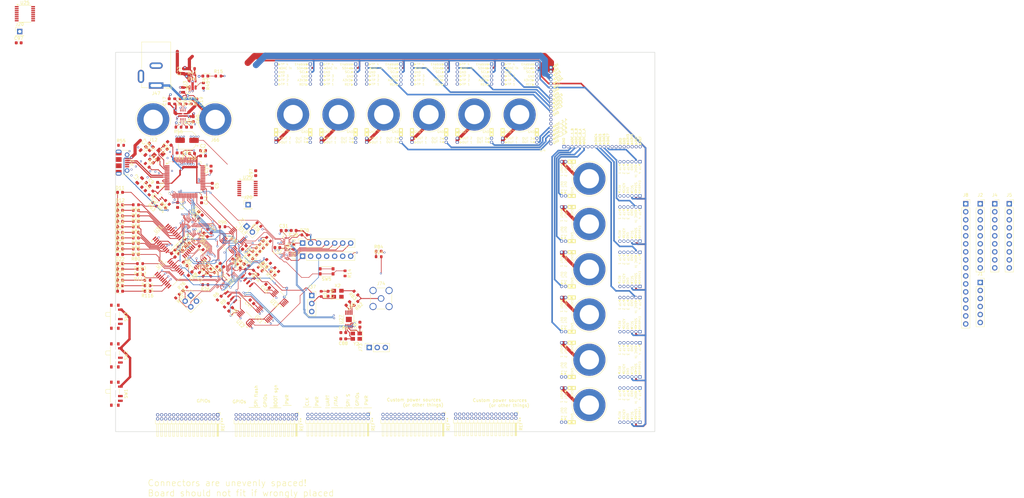
<source format=kicad_pcb>
(kicad_pcb (version 20240108) (generator "pcbnew") (generator_version "8.0")
  (layers (0 "F.Cu" signal) (1 "In1.Cu" signal) (2 "In2.Cu" signal) (31 "B.Cu" signal) (34 "B.Paste" user) (35 "F.Paste" user) (36 "B.SilkS" user "B.Silkscreen") (37 "F.SilkS" user "F.Silkscreen") (38 "B.Mask" user) (39 "F.Mask" user) (44 "Edge.Cuts" user))
  (net 0 "")
  (net 1 "/Programmer/VCORE")
  (net 2 "GND")
  (net 3 "+3.3V")
  (net 4 "/V_IO")
  (net 5 "/EP_A7")
  (net 6 "/EP_A6")
  (net 7 "/RX0")
  (net 8 "/USB_D-")
  (net 9 "/TX0")
  (net 10 "/LevelTransMeasCurrent/FLASH_SCK")
  (net 11 "/LevelTransMeasCurrent/FLASH_nWP")
  (net 12 "/LevelTransMeasCurrent/FLASH_nHLD_nRST")
  (net 13 "/USB_D+")
  (net 14 "/nRST_HEEP")
  (net 15 "Net-(U27-XB)")
  (net 16 "/nRST_HEEP_FTDI")
  (net 17 "/EP_TCK")
  (net 18 "/EP_TDI")
  (net 19 "/EP_TDO")
  (net 20 "/EP_TMS")
  (net 21 "/EP_A5")
  (net 22 "/EP_F_SCK")
  (net 23 "/EP_F_MOSI")
  (net 24 "/EP_F_MISO")
  (net 25 "Net-(U27-XA)")
  (net 26 "/VUSB")
  (net 28 "/EP_EEDATA")
  (net 29 "/EP_EECLK")
  (net 30 "/LevelTransMeasCurrent/FLASH_MISO")
  (net 31 "/LevelTransMeasCurrent/FLASH_MOSI")
  (net 32 "/spi_flash_sd_0")
  (net 33 "/spi_flash_sd_1")
  (net 34 "/spi_flash_sd_2")
  (net 35 "/spi_flash_sd_3")
  (net 36 "/spi_flash_sck")
  (net 37 "/CLK_HEEP")
  (net 38 "/TX0_LT")
  (net 39 "/RX0_LT")
  (net 40 "/GPIO22")
  (net 41 "/GPIO9")
  (net 42 "/GPIO8")
  (net 43 "/GPIO7")
  (net 44 "/GPIO6")
  (net 45 "/GPIO5")
  (net 46 "/GPIO4")
  (net 47 "/GPIO3")
  (net 48 "/GPIO2")
  (net 49 "/GPIO1")
  (net 50 "/GPIO0")
  (net 51 "/TDO_LT")
  (net 52 "/TDI_LT")
  (net 53 "/EP_TRST")
  (net 54 "/TMS_LT")
  (net 55 "/TCK_LT")
  (net 56 "/BYPASS_HEEP")
  (net 57 "/EXEC_FLASH_HEEP")
  (net 58 "/BOOT_SELECT_HEEP")
  (net 59 "/LevelTransMeasCurrent/FLASH_MISO_FTDI_VIO")
  (net 61 "/LevelTransMeasCurrent/FLASH_SCK_FTDI_VIO")
  (net 63 "/LevelTransMeasCurrent/FLASH_MOSI_FTDI_VIO")
  (net 65 "Net-(X2-OUT)")
  (net 66 "Net-(IC10-B1)")
  (net 67 "/TRST_LT")
  (net 68 "Net-(R64-Pad2)")
  (net 69 "Net-(D11-A)")
  (net 70 "Net-(D12-A)")
  (net 71 "Net-(D13-A)")
  (net 72 "Net-(D14-A)")
  (net 73 "Net-(D15-A)")
  (net 74 "/LevelTransMeasCurrent/FTDI_GPIO_3_VIO")
  (net 75 "/LevelTransMeasCurrent/FTDI_GPIO_4_VIO")
  (net 76 "/LevelTransMeasCurrent/FTDI_GPIO_5_VIO")
  (net 77 "/LevelTransMeasCurrent/FTDI_GPIO_6_VIO")
  (net 78 "/LevelTransMeasCurrent/DIR3")
  (net 79 "/LevelTransMeasCurrent/DIR4")
  (net 80 "Net-(IC2-~{OE})")
  (net 81 "/SCL")
  (net 82 "Net-(U27-CLK2)")
  (net 83 "/SDA")
  (net 84 "/Programmer/SPI_I2C_SEL")
  (net 85 "/Programmer/FLASH_SCK_SCL")
  (net 86 "/Programmer/FLASH_MOSI_SDA")
  (net 87 "/Programmer/FLASH_MISO_SDA")
  (net 90 "Net-(D16-A)")
  (net 91 "Net-(D17-A)")
  (net 92 "Net-(D18-A)")
  (net 93 "Net-(D19-A)")
  (net 94 "Net-(U31-1Y0)")
  (net 95 "Net-(U31-1Y1)")
  (net 96 "Net-(U31-1Y2)")
  (net 97 "Net-(U31-1Y3)")
  (net 98 "Net-(U31-2Y0)")
  (net 99 "Net-(U31-2Y1)")
  (net 100 "Net-(U31-2Y2)")
  (net 101 "Net-(U31-2Y3)")
  (net 102 "/LevelTransMeasCurrent/FTDI_GPIO_0_VIO")
  (net 103 "/LevelTransMeasCurrent/FTDI_GPIO_1_VIO")
  (net 104 "/LevelTransMeasCurrent/FTDI_GPIO_2_VIO")
  (net 105 "/LevelTransMeasCurrent/FTDI_GPIO_7_VIO")
  (net 106 "/EP_D0")
  (net 107 "/EP_D1")
  (net 108 "/EP_D2")
  (net 109 "/EP_D3")
  (net 110 "/LevelTransMeasCurrent/GPIO2_DIR")
  (net 111 "/LevelTransMeasCurrent/GPIO3_DIR")
  (net 112 "/LevelTransMeasCurrent/GPIO0_DIR")
  (net 113 "/LevelTransMeasCurrent/GPIO1_DIR")
  (net 114 "/LevelTransMeasCurrent/GPIO7_DIR")
  (net 115 "/LevelTransMeasCurrent/GPIO6_DIR")
  (net 116 "/LevelTransMeasCurrent/GPIO5_DIR")
  (net 117 "/LevelTransMeasCurrent/GPIO4_DIR")
  (net 118 "/EP_D4")
  (net 119 "/EP_D5")
  (net 120 "/EP_D6")
  (net 121 "/EP_D7")
  (net 122 "Net-(D20-A)")
  (net 123 "Net-(D21-A)")
  (net 124 "Net-(D22-A)")
  (net 125 "Net-(D23-A)")
  (net 126 "Net-(D24-A)")
  (net 127 "Net-(D25-A)")
  (net 128 "Net-(D26-A)")
  (net 129 "Net-(D27-A)")
  (net 130 "Net-(U17-1Y0)")
  (net 131 "Net-(U17-1Y1)")
  (net 132 "Net-(U17-1Y2)")
  (net 133 "Net-(U17-1Y3)")
  (net 134 "Net-(U17-2Y0)")
  (net 135 "Net-(U17-2Y1)")
  (net 136 "Net-(U17-2Y2)")
  (net 137 "Net-(U17-2Y3)")
  (net 138 "/LevelTransMeasCurrent/FTDI_GPIO_9_VIO")
  (net 139 "/LevelTransMeasCurrent/FTDI_GPIO_8_VIO")
  (net 140 "/Programmer/FTDI_ACTIVE")
  (net 141 "Net-(U24-~{INT})")
  (net 142 "Net-(U1-OSCI)")
  (net 143 "Net-(U1-OSCO)")
  (net 144 "Net-(U1-VPHY)")
  (net 145 "Net-(U1-VPLL)")
  (net 146 "Net-(U1-REF)")
  (net 147 "/EP_EECS")
  (net 148 "/Programmer/C7")
  (net 149 "/Programmer/C6")
  (net 150 "/Programmer/C5")
  (net 151 "/Programmer/C4")
  (net 152 "/Programmer/C3")
  (net 153 "/Programmer/C2")
  (net 155 "Net-(J37-Pin_2)")
  (net 156 "/VEXT")
  (net 157 "/Vpm")
  (net 158 "/3V3_LDO")
  (net 159 "Net-(IC13-SS)")
  (net 160 "Net-(D7-K)")
  (net 161 "Net-(IC13-OV2)")
  (net 162 "Net-(IC13-OV1)")
  (net 163 "Net-(IC13-ILIM)")
  (net 164 "Net-(P2-Shield)")
  (net 166 "Net-(U3-EN)")
  (net 167 "Net-(U3-FB)")
  (net 168 "/chewing-gums/Vout_1_diff")
  (net 169 "/chewing-gums/DAC_0")
  (net 170 "/A3V3")
  (net 171 "/chewing-gums/Vout_1_A")
  (net 173 "/chewing-gums/Vout_1_B")
  (net 174 "/REF")
  (net 175 "/chewing-gums/EN_1")
  (net 176 "/chewing-gums/EN_2")
  (net 177 "/chewing-gums/DAC_1")
  (net 178 "/chewing-gums/Vout_2_B")
  (net 179 "/chewing-gums/Vout_2_diff")
  (net 180 "/chewing-gums/Vout_2_A")
  (net 184 "/chewing-gums/DAC_2")
  (net 185 "/chewing-gums/Vout_3_A")
  (net 186 "/GPIO11")
  (net 187 "/GPIO10")
  (net 188 "/GPIO15")
  (net 189 "/GPIO13")
  (net 190 "/GPIO17")
  (net 191 "/GPIO12")
  (net 192 "/GPIO16")
  (net 193 "/GPIO14")
  (net 194 "/GPIO20")
  (net 195 "/GPIO23")
  (net 196 "/GPIO18")
  (net 197 "/GPIO21")
  (net 198 "/GPIO19")
  (net 199 "/I2C_SCL_HEEP")
  (net 200 "/EXIT_HEEP")
  (net 201 "/SPI_SD3_HEEP")
  (net 202 "/SPI_SD1_HEEP")
  (net 203 "/SPI_SCK_HEEP")
  (net 204 "/VALID_HEEP")
  (net 205 "/SPI_SD2_HEEP")
  (net 206 "/I2C_SDA_HEEP")
  (net 207 "/SPI_SD0_HEEP")
  (net 208 "/chewing-gums/EN_3")
  (net 209 "/chewing-gums/Vout_3_B")
  (net 211 "/chewing-gums/Vout_3_diff")
  (net 213 "/chewing-gums/Vout_4_diff")
  (net 214 "/chewing-gums/Vout_4_B")
  (net 215 "/chewing-gums/Vout_4_A")
  (net 216 "/chewing-gums/EN_4")
  (net 217 "/chewing-gums/DAC_3")
  (net 220 "/chewing-gums/Vout_5_A")
  (net 221 "/chewing-gums/DAC_4")
  (net 222 "/chewing-gums/Vout_5_B")
  (net 223 "/chewing-gums/Vout_5_diff")
  (net 224 "/chewing-gums/EN_5")
  (net 225 "/chewing-gums/Vout_6_diff")
  (net 227 "/chewing-gums/EN_6")
  (net 228 "/chewing-gums/Vout_6_B")
  (net 229 "/chewing-gums/DAC_5")
  (net 230 "/chewing-gums/Vout_6_A")
  (net 232 "/chewing-gums/EN_7")
  (net 233 "/chewing-gums/Vout_7_B")
  (net 234 "/chewing-gums/Vout_7_A")
  (net 235 "/chewing-gums/DAC_6")
  (net 236 "/chewing-gums/Vout_7_diff")
  (net 238 "/chewing-gums/DAC_7")
  (net 239 "/chewing-gums/Vout_8_A")
  (net 240 "/chewing-gums/Vout_8_B")
  (net 241 "/chewing-gums/Vout_8_diff")
  (net 243 "/chewing-gums/EN_8")
  (net 244 "/chewing-gums/Vout_9_A")
  (net 247 "/chewing-gums/EN_9")
  (net 248 "/chewing-gums/Vout_9_B")
  (net 249 "/chewing-gums/Vout_9_diff")
  (net 250 "/chewing-gums/Vout_10_diff")
  (net 251 "/chewing-gums/Vout_10_B")
  (net 252 "/chewing-gums/EN_10")
  (net 253 "/chewing-gums/Vout_10_A")
  (net 254 "/chewing-gums/Vout_11_diff")
  (net 255 "/chewing-gums/Vout_11_B")
  (net 257 "/chewing-gums/Vout_11_A")
  (net 258 "/chewing-gums/EN_11")
  (net 259 "/chewing-gums/Vout_12_A")
  (net 261 "/chewing-gums/EN_12")
  (net 262 "/chewing-gums/Vout_12_B")
  (net 266 "/3V3")
  (net 267 "/5V")
  (net 306 "Net-(J20-Pin_1)")
  (net 307 "/EN_VBLADE1")
  (net 308 "/EN_VCGRA")
  (net 309 "/EN_VBLADE3")
  (net 310 "/sda")
  (net 311 "/ADC_MUX")
  (net 312 "/EN_VBLADE2")
  (net 313 "/scl")
  (net 315 "/EN_VIO")
  (net 316 "/EN_VCORE")
  (net 317 "/LevelTransMeasCurrent/FLASH_BS_FTDI_VIO")
  (net 318 "/EP_F_BS")
  (net 319 "/LevelTransMeasCurrent/HEEP_BLOCK_SEL_VIO")
  (net 320 "/HEEP_BLOCK_SEL")
  (net 321 "/FLL_BLK_DIV_HEEP")
  (net 322 "/SPI_BS1_HEEP")
  (net 323 "/SPI_BS0_HEEP")
  (net 324 "/spi_flash_Bs")
  (net 325 "/LevelTransMeasCurrent/FLASH_BS")
  (net 326 "/Programmer/SPI_BS")
  (footprint "heep_footprints:chewing-gum" (layer "F.Cu") (at 210.799743 114.5 -90)
    (property "Reference" "CG10" (hide yes))
    (property "Value" "~" (hide yes))
  )
  (footprint "Capacitor_SMD:C_0603_1608Metric" (layer "F.Cu") (at 106.663008 119.365 -135)
    (property "Reference" "C48")
    (property "Value" "0.1u")
  )
  (footprint "Capacitor_SMD:C_0603_1608Metric" (layer "F.Cu") (at 98.763008 95.765 135)
    (property "Reference" "C86")
    (property "Value" "0.1u")
  )
  (footprint "LED_SMD:LED_0603_1608Metric" (layer "F.Cu") (at 71.663008 101.965)
    (property "Reference" "D21")
    (property "Value" "LED")
  )
  (footprint "Package_SO:TSSOP-20_4.4x6.5mm_P0.65mm" (layer "F.Cu") (at 87.263008 108.065 45)
    (property "Reference" "U17")
    (property "Value" "74AHC244")
  )
  (footprint "heep_footprints:chewing-gum" (layer "F.Cu") (at 163.02 67.100257)
    (property "Reference" "CG4" (hide yes))
    (property "Value" "~" (hide yes))
  )
  (footprint "Capacitor_SMD:C_0603_1608Metric" (layer "F.Cu") (at 96.011016 88.916992 45)
    (property "Reference" "C63")
    (property "Value" "0.1u")
  )
  (footprint "heep_footprints:TI-UQFN-16" (layer "F.Cu") (at 103.390216 110.889264 -45)
    (property "Reference" "IC10")
    (property "Value" "SN74AXC4T774RSVR")
  )
  (footprint "Resistor_SMD:R_0603_1608Metric" (layer "F.Cu") (at 118.679645 104.181637 135)
    (property "Reference" "R13")
    (property "Value" "100")
  )
  (footprint "heep_footprints:chewing-gum" (layer "F.Cu") (at 177.37 67.100257)
    (property "Reference" "CG5" (hide yes))
    (property "Value" "~" (hide yes))
  )
  (footprint "Capacitor_SMD:C_0603_1608Metric" (layer "F.Cu") (at 100.015 94.516992 -45)
    (property "Reference" "C64")
    (property "Value" "0.1u")
  )
  (footprint "Resistor_SMD:R_0603_1608Metric" (layer "F.Cu") (at 98.05 48.395 -90)
    (property "Reference" "R45")
    (property "Value" "10k")
  )
  (footprint "Connector_PinSocket_2.54mm:PinSocket_1x06_P2.54mm_Vertical" (layer "F.Cu") (at 344.1 110.84)
    (property "Reference" "J1")
    (property "Value" "Conn_01x08")
  )
  (footprint "heep_footprints:TI-UQFN-16" (layer "F.Cu") (at 124.463008 101.865)
    (property "Reference" "IC2")
    (property "Value" "SN74AXC4T774RSVR")
  )
  (footprint "heep_footprints:TI-VQFN-HR-12" (layer "F.Cu") (at 91.55 57.695 180)
    (property "Reference" "IC13")
    (property "Value" "TPS2121RUXR")
  )
  (footprint "Package_SO:VSSOP-10_3x3mm_P0.5mm" (layer "F.Cu") (at 117.263008 120.865 135)
    (property "Reference" "U11")
    (property "Value" "TS5A23159DGS")
  )
  (footprint "Capacitor_SMD:C_0603_1608Metric" (layer "F.Cu") (at 142.338008 128.715 180)
    (property "Reference" "C88")
    (property "Value" "1p")
  )
  (footprint "Connector_PinSocket_2.54mm:PinSocket_1x03_P2.54mm_Vertical" (layer "F.Cu") (at 132.363008 114.985)
    (property "Reference" "J37")
    (property "Value" "Conn_01x03")
  )
  (footprint "Resistor_SMD:R_0603_1608Metric" (layer "F.Cu") (at 114.279645 101.581637 135)
    (property "Reference" "R102")
    (property "Value" "100")
  )
  (footprint "Resistor_SMD:R_0603_1608Metric" (layer "F.Cu") (at 120.063008 107.965 135)
    (property "Reference" "R70")
    (property "Value" "100")
  )
  (footprint "Resistor_SMD:R_0603_1608Metric" (layer "F.Cu") (at 117.496282 105.381637 135)
    (property "Reference" "R12")
    (property "Value" "100")
  )
  (footprint "Resistor_SMD:R_0603_1608Metric" (layer "F.Cu") (at 89.679645 101.081637 -45)
    (property "Reference" "R104")
    (property "Value" "10k")
  )
  (footprint "heep_footprints:chewing-gum" (layer "F.Cu") (at 191.72 67.100257)
    (property "Reference" "CG6" (hide yes))
    (property "Value" "~" (hide yes))
  )
  (footprint "Resistor_SMD:R_0603_1608Metric" (layer "F.Cu") (at 76.663008 87.965 180)
    (property "Reference" "R67")
    (property "Value" "1k")
  )
  (footprint "LED_SMD:LED_0603_1608Metric" (layer "F.Cu") (at 71.663008 108.365)
    (property "Reference" "D24")
    (property "Value" "LED")
  )
  (footprint "Package_SO:SSOP-16_3.9x4.9mm_P0.635mm" (layer "F.Cu") (at 41.52 25.6325)
    (property "Reference" "U25")
    (property "Value" "TCA9554ADBQR")
  )
  (footprint "LED_SMD:LED_0603_1608Metric" (layer "F.Cu") (at 71.663008 111.865)
    (property "Reference" "D26")
    (property "Value" "LED")
  )
  (footprint "heep_footprints:chewing-gum" (layer "F.Cu") (at 210.799743 128.85 -90)
    (property "Reference" "CG11" (hide yes))
    (property "Value" "~" (hide yes))
  )
  (footprint "Resistor_SMD:R_0603_1608Metric" (layer "F.Cu") (at 113.063008 102.765 135)
    (property "Reference" "R101")
    (property "Value" "100")
  )
  (footprint "heep_footprints:chewing-gum" (layer "F.Cu") (at 210.799743 71.45 -90)
    (property "Reference" "CG7" (hide yes))
    (property "Value" "~" (hide yes))
  )
  (footprint "Connector_PinHeader_1.27mm:PinHeader_2x16_P1.27mm_Horizontal" (layer "F.Cu") (at 102.6 152.8 -90)
    (property "Reference" "REF**")
    (property "Value" "PinHeader_2x16_P1.27mm_Horizontal")
  )
  (footprint "Capacitor_SMD:C_0603_1608Metric" (layer "F.Cu") (at 97.463008 84.79 -90)
    (property "Reference" "C13")
    (property "Value" "100n")
  )
  (footprint "LED_SMD:LED_0603_1608Metric" (layer "F.Cu") (at 71.663008 86.215)
    (property "Reference" "D12")
    (property "Value" "LED")
  )
  (footprint "Resistor_SMD:R_0603_1608Metric" (layer "F.Cu") (at 130.063008 95.765)
    (property "Reference" "R78")
    (property "Value" "10k")
  )
  (footprint "Capacitor_SMD:C_0603_1608Metric" (layer "F.Cu") (at 107.963008 102.865 -135)
    (property "Reference" "C46")
    (property "Value" "0.1u")
  )
  (footprint "heep_footprints:adc-dac" (layer "F.Cu") (at 206.9 68.93)
    (property "Reference" "U4")
    (property "Value" "~" (hide yes))
  )
  (footprint "Capacitor_SMD:C_0603_1608Metric" (layer "F.Cu") (at 102.811016 106.413008 135)
    (property "Reference" "C34")
    (property "Value" "0.1u")
  )
  (footprint "LED_SMD:LED_0603_1608Metric" (layer "F.Cu") (at 71.650508 82.265)
    (property "Reference" "D11")
    (property "Value" "LED")
  )
  (footprint "Resistor_SMD:R_0603_1608Metric" (layer "F.Cu") (at 114.746371 108.881637 -135)
    (property "Reference" "R7")
    (property "Value" "10k")
  )
  (footprint "Connector_PinSocket_2.54mm:PinSocket_1x16_P2.54mm_Vertical" (layer "F.Cu") (at 339.5 85.89)
    (property "Reference" "J8")
    (property "Value" "Conn_01x16")
  )
  (footprint "Oscillator:Oscillator_SMD_SeikoEpson_SG8002CE-4Pin_3.2x2.5mm" (layer "F.Cu") (at 140.563009 114.415)
    (property "Reference" "X2")
    (property "Value" "OK322532.768KJBA4SL")
  )
  (footprint "Capacitor_SMD:C_0603_1608Metric" (layer "F.Cu") (at 86.06071 68.033488 135)
    (property "Reference" "C3")
    (property "Value" "30p")
  )
  (footprint "Connector_USB:USB_Micro-B_Molex-105017-0001" (layer "F.Cu") (at 72.415691 72.845402 -90)
    (property "Reference" "P2")
    (property "Value" "USB Micro")
  )
  (footprint "Capacitor_SMD:C_0603_1608Metric" (layer "F.Cu") (at 126.663008 99.565 90)
    (property "Reference" "C37")
    (property "Value" "0.1u")
  )
  (footprint "Resistor_SMD:R_0603_1608Metric" (layer "F.Cu") (at 153.56 102.665)
    (property "Reference" "R24")
    (property "Value" "10k")
  )
  (footprint "Connector_PinHeader_2.54mm:PinHeader_1x02_P2.54mm_Vertical" (layer "F.Cu") (at 111.766957 93.068949 45)
    (property "Reference" "J71")
    (property "Value" "Conn_02x01")
  )
  (footprint "Capacitor_SMD:C_0603_1608Metric" (layer "F.Cu") (at 80.363008 67.265 45)
    (property "Reference" "C7")
    (property "Value" "100n")
  )
  (footprint "Resistor_SMD:R_0603_1608Metric" (layer "F.Cu") (at 97.363008 99.865 -45)
    (property "Reference" "R103")
    (property "Value" "10k")
  )
  (footprint "LED_SMD:LED_0603_1608Metric" (layer "F.Cu") (at 71.663008 104.865)
    (property "Reference" "D22")
    (property "Value" "LED")
  )
  (footprint "Inductor_SMD:L_0805_2012Metric" (layer "F.Cu") (at 77.858272 78.498667 45)
    (property "Reference" "L2")
    (property "Value" "600n")
  )
  (footprint "Capacitor_SMD:C_0603_1608Metric" (layer "F.Cu") (at 94.825 59.0575 -90)
    (property "Reference" "C60")
    (property "Value" "1u")
  )
  (footprint "Package_SO:SSOP-16_3.9x4.9mm_P0.635mm" (layer "F.Cu") (at 112.01 81.0325)
    (property "Reference" "U25")
    (property "Value" "TCA9554ADBQR")
  )
  (footprint "Connector_BarrelJack:BarrelJack_GCT_DCJ200-10-A_Horizontal" (layer "F.Cu") (at 83.075 48.395 180)
    (property "Reference" "J47")
    (property "Value" "Barrel Jack")
  )
  (footprint "LED_SMD:LED_0603_1608Metric" (layer "F.Cu") (at 71.663008 110.115)
    (property "Reference" "D25")
    (property "Value" "LED")
  )
  (footprint "heep_footprints:TI-UQFN-16" (layer "F.Cu") (at 95.787272 96.492208 -45)
    (property "Reference" "IC15")
    (property "Value" "SN74AXC4T774RSVR")
  )
  (footprint "Capacitor_SMD:C_0603_1608Metric" (layer "F.Cu") (at 89.879088 86.276843 -90)
    (property "Reference" "C11")
    (property "Value" "100n")
  )
  (footprint "Resistor_SMD:R_0603_1608Metric" (layer "F.Cu") (at 135.363008 114.465 -90)
    (property "Reference" "R27")
    (property "Value" "10k")
  )
  (footprint "Connector_Coaxial:SMA_Amphenol_901-144_Vertical" (layer "F.Cu") (at 154.323008 115.925)
    (property "Reference" "J74")
    (property "Value" "Conn_Boaxial")
  )
  (footprint "Connector_PinSocket_2.54mm:PinSocket_2x02_P2.54mm_Vertical" (layer "F.Cu") (at 94.063008 114.972898 45)
    (property "Reference" "J68")
    (property "Value" "Conn_02x02_Odd_Even")
  )
  (footprint "Connector:Banana_Jack_1Pin" (layer "F.Cu") (at 82.163008 59.115 180)
    (property "Reference" "J12")
    (property "Value" "Conn_01x01_Socket")
  )
  (footprint "Capacitor_SMD:C_0603_1608Metric" (layer "F.Cu") (at 103.915 105.316992 135)
    (property "Reference" "C36")
    (property "Value" "0.1u")
  )
  (footprint "Package_TO_SOT_SMD:SOT-353_SC-70-5" (layer "F.Cu") (at 83.762613 83.695903 135)
    (property "Reference" "U9")
    (property "Value" "74AHCT1G08")
  )
  (footprint "Package_SO:SOIC-8_5.23x5.23mm_P1.27mm" (layer "F.Cu") (at 109.263008 112.865 45)
    (property "Reference" "U2")
    (property "Value" "W25Q128JWSIQ")
  )
  (footprint "Resistor_SMD:R_0603_1608Metric" (layer "F.Cu") (at 94.225 53.42 -90)
    (property "Reference" "R59")
    (property "Value" "23.7k")
  )
  (footprint "Resistor_SMD:R_0603_1608Metric" (layer "F.Cu") (at 76.663008 91.465 180)
    (property "Reference" "R69")
    (property "Value" "1k")
  )
  (footprint "Capacitor_SMD:C_0603_1608Metric" (layer "F.Cu") (at 109.263008 104.465 45)
    (property "Reference" "C33")
    (property "Value" "0.1u")
  )
  (footprint "Resistor_SMD:R_0603_1608Metric" (layer "F.Cu") (at 80.338008 113.615 180)
    (property "Reference" "R116")
    (property "Value" "1k")
  )
  (footprint "Resistor_SMD:R_0603_1608Metric" (layer "F.Cu") (at 116.063008 106.565 -45)
    (property "Reference" "R25")
    (property "Value" "10k")
  )
  (footprint "Package_QFP:LQFP-64_10x10mm_P0.5mm" (layer "F.Cu") (at 92.213007 77.639999)
    (property "Reference" "U1")
    (property "Value" "FT4232HL")
  )
  (footprint "Resistor_SMD:R_0603_1608Metric" (layer "F.Cu") (at 115.363008 100.465 135)
    (property "Reference" "R72")
    (property "Value" "100")
  )
  (footprint "heep_footprints:TI-UQFN-16" (layer "F.Cu") (at 106.721587 107.475051 -45)
    (property "Reference" "IC4")
    (property "Value" "SN74AXC4T774RSVR")
  )
  (footprint "Capacitor_SMD:C_0603_1608Metric" (layer "F.Cu") (at 81.552904 68.440073 45)
    (property "Reference" "C8")
    (property "Value" "4.7u")
  )
  (footprint "Package_SO:VSSOP-10_3x3mm_P0.5mm" (layer "F.Cu") (at 106.01448 98.902258 -45)
    (property "Reference" "U28")
    (property "Value" "TS5A23159DGS")
  )
  (footprint "Resistor_SMD:R_0603_1608Metric" (layer "F.Cu") (at 146.363008 117.465 -135)
    (property "Reference" "R82")
    (property "Value" "25")
  )
  (footprint "Connector_PinSocket_2.54mm:PinSocket_1x09_P2.54mm_Vertical" (layer "F.Cu") (at 348.7 85.89)
    (property "Reference" "J4")
    (property "Value" "Conn_01x08")
  )
  (footprint "Resistor_SMD:R_0603_1608Metric" (layer "F.Cu") (at 103.079645 115.798363 45)
    (property "Reference" "R6")
    (property "Value" "10k")
  )
  (footprint "Capacitor_SMD:C_0603_1608Metric" (layer "F.Cu") (at 142.363008 126.715)
    (property "Reference" "C89")
    (property "Value" "0.1u")
  )
  (footprint "LED_SMD:LED_0603_1608Metric" (layer "F.Cu") (at 71.663008 100.215)
    (property "Reference" "D20")
    (property "Value" "LED")
  )
  (footprint "Connector_PinHeader_1.27mm:PinHeader_2x16_P1.27mm_Horizontal" (layer "F.Cu") (at 197 152.6 -90)
    (property "Reference" "REF**")
    (property "Value" "PinHeader_2x16_P1.27mm_Horizontal")
  )
  (footprint "LED_SMD:LED_0603_1608Metric" (layer "F.Cu") (at 71.663008 89.715)
    (property "Reference" "D14")
    (property "Value" "LED")
  )
  (footprint "Capacitor_SMD:C_0603_1608Metric" (layer "F.Cu") (at 87.263008 66.765 135)
    (property "Reference" "C65")
    (property "Value" "100n")
  )
  (footprint "Capacitor_SMD:C_0603_1608Metric" (layer "F.Cu") (at 118.413008 111.965 135)
    (property "Reference" "C45")
    (property "Value" "0.1u")
  )
  (footprint "heep_footprints:chewing-gum" (layer "F.Cu") (at 134.32 67.100257)
    (property "Reference" "CG2" (hide yes))
    (property "Value" "~" (hide yes))
  )
  (footprint "Resistor_SMD:R_0603_1608Metric" (layer "F.Cu") (at 85.477346 86.612718 135)
    (property "Reference" "R64")
    (property "Value" "4k7")
  )
  (footprint "Capacitor_SMD:C_0603_1608Metric" (layer "F.Cu") (at 79.113386 81.167996 -45)
    (property "Reference" "C10")
    (property "Value" "100n")
  )
  (footprint "Capacitor_SMD:C_0603_1608Metric" (layer "F.Cu") (at 97.111016 90.016992 45)
    (property "Reference" "C85")
    (property "Value" "0.1u")
  )
  (footprint "Resistor_SMD:R_0603_1608Metric" (layer "F.Cu") (at 117.579645 98.281637 135)
    (property "Reference" "R74")
    (property "Value" "100")
  )
  (footprint "Resistor_SMD:R_0603_1608Metric" (layer "F.Cu") (at 76.663008 100.215 180)
    (property "Reference" "R48")
    (property "Value" "1k")
  )
  (footprint "Capacitor_SMD:C_0603_1608Metric" (layer "F.Cu") (at 143.815 117.513008 -135)
    (property "Reference" "C90")
    (property "Value" "0.1u")
  )
  (footprint "Resistor_SMD:R_0603_1608Metric" (layer "F.Cu") (at 146.363008 114.215 135)
    (property "Reference" "R83")
    (property "Value" "25")
  )
  (footprint "LED_SMD:LED_0603_1608Metric" (layer "F.Cu") (at 71.663008 91.465)
    (property "Reference" "D15")
    (property "Value" "LED")
  )
  (footprint "Capacitor_SMD:C_0603_1608Metric" (layer "F.Cu") (at 126.638008 94.365 180)
    (property "Reference" "C38")
    (property "Value" "0.1u")
  )
  (footprint "LED_SMD:LED_0603_1608Metric" (layer "F.Cu") (at 71.663008 98.465)
    (property "Reference" "D19")
    (property "Value" "LED")
  )
  (footprint "Package_SO:MSOP-10-1EP_3x3mm_P0.5mm_EP1.68x1.88mm" (layer "F.Cu") (at 144.113008 122.565 90)
    (property "Reference" "U27")
    (property "Value" "SI5351A-B-GTR")
  )
  (footprint "Button_Switch_SMD:SW_SPDT_PCM12" (layer "F.Cu") (at 70.325 146.11 -90)
    (property "Reference" "SW1")
    (property "Value" "SW_SPDT")
  )
  (footprint "heep_footprints:chewing-gum" (layer "F.Cu") (at 210.799743 100.15 -90)
    (property "Reference" "CG9" (hide yes))
    (property "Value" "~" (hide yes))
  )
  (footprint "Capacitor_SMD:C_0603_1608Metric" (layer "F.Cu") (at 97.940103 70.720493)
    (property "Reference" "C6")
    (property "Value" "3.3u")
  )
  (footprint "Resistor_SMD:R_0603_1608Metric" (layer "F.Cu") (at 113.329645 107.548363 -135)
    (property "Reference" "R9")
    (property "Value" "10k")
  )
  (footprint "Capacitor_SMD:C_0603_1608Metric" (layer "F.Cu") (at 80.492244 79.718426 -45)
    (property "Reference" "C9")
    (property "Value" "4.7u")
  )
  (footprint "Capacitor_SMD:C_0603_1608Metric" (layer "F.Cu") (at 92.263008 104.965 -45)
    (property "Reference" "C81")
    (property "Value" "0.1u")
  )
  (footprint "Button_Switch_SMD:SW_SPDT_PCM12" (layer "F.Cu") (at 70.325 121.71 -90)
    (property "Reference" "SW3")
    (property "Value" "SW_SPDT")
  )
  (footprint "Capacitor_SMD:C_0603_1608Metric" (layer "F.Cu") (at 83.549072 79.878934 -90)
    (property "Reference" "C1")
    (property "Value" "100n")
  )
  (footprint "Resistor_SMD:R_0603_1608Metric" (layer "F.Cu") (at 82.613565 86.082388 135)
    (property "Reference" "R63")
    (property "Value" "1k")
  )
  (footprint "Resistor_SMD:R_0603_1608Metric" (layer "F.Cu") (at 153.56 100.965)
    (property "Reference" "R84")
    (property "Value" "10k")
  )
  (footprint "Connector_PinHeader_2.54mm:PinHeader_1x01_P2.54mm_Vertical" (layer "F.Cu") (at 112.21 86.185)
    (property "Reference" "J20")
    (property "Value" "Conn_01x01_Pin")
  )
  (footprint "Crystal:Crystal_SMD_3225-4Pin_3.2x2.5mm" (layer "F.Cu") (at 83.797969 70.296229 45)
    (property "Reference" "Y1")
    (property "Value" "Crystal_GND24")
  )
  (footprint "Resistor_SMD:R_0603_1608Metric" (layer "F.Cu") (at 105.329645 118.048363 45)
    (property "Reference" "R8")
    (property "Value" "10k")
  )
  (footprint "Resistor_SMD:R_0603_1608Metric" (layer "F.Cu") (at 104.063008 93.165)
    (property "Reference" "R96")
    (property "Value" "10k")
  )
  (footprint "Resistor_SMD:R_0603_1608Metric" (layer "F.Cu") (at 97.379645 108.281637 135)
    (property "Reference" "R111")
    (property "Value" "10k")
  )
  (footprint "Capacitor_SMD:C_0603_1608Metric" (layer "F.Cu") (at 111.961016 106.166992 45)
    (property "Reference" "C16")
    (property "Value" "100n")
  )
  (footprint "Resistor_SMD:R_0603_1608Metric" (layer "F.Cu") (at 98.663008 111.565 180)
    (property "Reference" "R26")
    (property "Value" "10k")
  )
  (footprint "heep_footprints:TI-UQFN-16" (layer "F.Cu") (at 124.463009 97.965)
    (property "Reference" "IC3")
    (property "Value" "SN74AXC4T774RSVR")
  )
  (footprint "Package_SO:VSSOP-10_3x3mm_P0.5mm" (layer "F.Cu") (at 122.207373 115.809365 135)
    (property "Reference" "U13")
    (property "Value" "TS5A23159DGS")
  )
  (footprint "Resistor_SMD:R_0603_1608Metric" (layer "F.Cu") (at 71.978189 67.345404)
    (property "Reference" "R55")
    (property "Value" "51k")
  )
  (footprint "Resistor_SMD:R_0603_1608Metric" (layer "F.Cu") (at 76.663008 86.215 180)
    (property "Reference" "R66")
    (property "Value" "1k")
  )
  (footprint "Crystal:Crystal_SMD_3225-4Pin_3.2x2.5mm" (layer "F.Cu") (at 146.463008 127.865 180)
    (property "Reference" "Y2")
    (property "Value" "NX3225GA-25.000M-STD-CRG-2")
  )
  (footprint "Capacitor_SMD:C_0603_1608Metric" (layer "F.Cu") (at 93.863008 108.065 -135)
    (property "Reference" "C82")
    (property "Value" "100n")
  )
  (footprint "Resistor_SMD:R_0603_1608Metric" (layer "F.Cu") (at 100.963008 108.265 45)
    (property "Reference" "R110")
    (property "Value" "10k")
  )
  (footprint "Capacitor_SMD:C_0603_1608Metric" (layer "F.Cu") (at 90.488008 69.765 180)
    (property "Reference" "C12")
    (property "Value" "100n")
  )
  (footprint "Resistor_SMD:R_0603_1608Metric" (layer "F.Cu") (at 76.663008 98.465 180)
    (property "Reference" "R99")
    (property "Value" "1k")
  )
  (footprint "Resistor_SMD:R_0603_1608Metric" (layer "F.Cu") (at 92.163008 112.865 45)
    (property "Reference" "R76")
    (property "Value" "10k")
  )
  (footprint "Capacitor_SMD:C_0603_1608Metric" (layer "F.Cu") (at 121.463008 99.765 180)
    (property "Reference" "C32")
    (property "Value" "0.1u")
  )
  (footprint "Package_SO:TSSOP-20_4.4x6.5mm_P0.65mm" (layer "F.Cu") (at 86.618814 96.87262 45)
    (property "Reference" "U31")
    (property "Value" "74AHC244")
  )
  (footprint "Capacitor_SMD:C_0603_1608Metric" (layer "F.Cu") (at 88.511016 102.213008 -45)
    (property "Reference" "C83")
    (property "Value" "100n")
  )
  (footprint "Resistor_SMD:R_0603_1608Metric" (layer "F.Cu") (at 77.988008 108.365 180)
    (property "Reference" "R113")
    (property "Value" "1k")
  )
  (footprint "LED_SMD:LED_0603_1608Metric" (layer "F.Cu") (at 71.663008 93.215)
    (property "Reference" "D16")
    (property "Value" "LED")
  )
  (footprint "Resistor_SMD:R_0603_1608Metric" (layer "F.Cu") (at 80.338008 110.115 180)
    (property "Reference" "R114")
    (property "Value" "1k")
  )
  (footprint "Connector_PinSocket_2.54mm:PinSocket_1x09_P2.54mm_Vertical" (layer "F.Cu") (at 344.1 85.89)
    (property "Reference" "J2")
    (property "Value" "Conn_01x08")
  )
  (footprint "Connector_PinSocket_2.54mm:PinSocket_1x03_P2.54mm_Vertical" (layer "F.Cu") (at 150.583008 131.465 90)
    (property "Reference" "J73")
    (property "Value" "Conn_01x03")
  )
  (footprint "Resistor_SMD:R_0603_1608Metric" (layer "F.Cu") (at 91.879645 98.881637 -45)
    (property "Reference" "R106")
    (property "Value" "10k")
  )
  (footprint "Capacitor_SMD:C_0603_1608Metric" (layer "F.Cu") (at 91.8 43.82 90)
    (property "Reference" "C22")
    (property "Value" "22u")
  )
  (footprint "Connector_PinSocket_2.54mm:PinSocket_1x09_P2.54mm_Vertical" (layer "F.Cu") (at 353.3 85.89)
    (property "Reference" "J5")
    (property "Value" "Conn_01x08")
  )
  (footprint "Resistor_SMD:R_0603_1608Metric" (layer "F.Cu") (at 118.663008 97.165 135)
    (property "Reference" "R75")
    (property "Value" "100")
  )
  (footprint "Capacitor_SMD:C_0603_1608Metric" (layer "F.Cu") (at 110.363008 105.565 45)
    (property "Reference" "C35")
    (property "Value" "0.1u")
  )
  (footprint "Resistor_SMD:R_0603_1608Metric" (layer "F.Cu") (at 80.338008 111.865 180)
    (property "Reference" "R115")
    (property "Value" "1k")
  )
  (footprint "LED_SMD:LED_0603_1608Metric" (layer "F.Cu") (at 71.663008 87.965)
    (property "Reference" "D13")
    (property "Value" "LED")
  )
  (footprint "Capacitor_SMD:C_0603_1608Metric" (layer "F.Cu") (at 100.463008 74.74 90)
    (property "Reference" "C15")
    (property "Value" "100n")
  )
  (footprint "heep_footprints:chewing-gum" (layer "F.Cu") (at 210.799743 143.2 -90)
    (property "Reference" "CG12" (hide yes))
    (property "Value" "~" (hide yes))
  )
  (footprint "Capacitor_SMD:C_0603_1608Metric" (layer "F.Cu") (at 81.605937 72.346838 -45)
    (property "Reference" "C4")
    (property "Value" "30p")
  )
  (footprint "Connector_PinHeader_1.27mm:PinHeader_2x16_P1.27mm_Horizontal" (layer "F.Cu") (at 127.5 152.8 -90)
    (property "Reference" "REF**")
    (property "Value" "PinHeader_2x16_P1.27mm_Horizontal")
  )
  (footprint "Resistor_SMD:R_0603_1608Metric" (layer "F.Cu") (at 99.779645 107.148363 45)
    (property "Reference" "R109")
    (property "Value" "10k")
  )
  (footprint "Capacitor_SMD:C_0603_1608Metric" (layer "F.Cu") (at 93.5 61.595)
    (property "Reference" "C59")
    (property "Value" "100n")
  )
  (footprint "Resistor_SMD:R_0603_1608Metric" (layer "F.Cu") (at 88.975 53.42 -90)
    (property "Reference" "R57")
    (property "Value" "23.7k")
  )
  (footprint "Capacitor_SMD:CP_Elec_5x4.5" (layer "F.Cu") (at 92.875 65.795 180)
    (property "Reference" "C61")
    (property "Value" "100u")
  )
  (footprint "LED_SMD:LED_0603_1608Metric" (layer "F.Cu") (at 71.663008 106.615)
    (property "Reference" "D23")
    (property "Value" "LED")
  )
  (footprint "Button_Switch_SMD:SW_SPDT_PCM12" (layer "F.Cu") (at 70.325 133.96 -90)
    (property "Reference" "SW2")
    (property "Value" "SW_SPDT")
  )
  (footprint "Resistor_SMD:R_0603_1608Metric" (layer "F.Cu") (at 102.8 45.395)
    (property "Reference" "R15")
    (property "Value" "1k")
  )
  (footprint "Resistor_SMD:R_0603_1608Metric" (layer "F.Cu") (at 76.663008 101.965 180)
    (property "Reference" "R80")
    (property "Value" "1k")
  )
  (footprint "Resistor_SMD:R_0603_1608Metric" (layer "F.Cu") (at 90.725 53.42 -90)
    (property "Reference" "R58")
    (property "Value" "5k1")
  )
  (footprint "Resistor_SMD:R_0603_1608Metric" (layer "F.Cu") (at 142.913008 107.965 -90)
    (property "Reference" "R14")
    (property "Value" "1k")
  )
  (footprint "LED_SMD:LED_0603_1608Metric" (layer "F.Cu") (at 71.663008 96.715)
    (property "Reference" "D18")
    (property "Value" "LED")
  )
  (footprint "Resistor_SMD:R_0603_1608Metric" (layer "F.Cu") (at 92.475 53.42 -90)
    (property "Reference" "R60")
    (property "Value" "5k1")
  )
  (footprint "Resistor_SMD:R_0603_1608Metric" (layer "F.Cu") (at 86.644073 85.445991 135)
    (property "Reference" "R65")
    (property "Value" "10k")
  )
  (footprint "Resistor_SMD:R_0603_1608Metric" (layer "F.Cu") (at 94.435 44.795 180)
    (property "Reference" "R46")
    (property "Value" "100k")
  )
  (footprint "Connector_PinHeader_1.27mm:PinHeader_2x16_P1.27mm_Horizontal" (layer "F.Cu") (at 174 152.7 -90)
    (property "Reference" "REF**")
    (property "Value" "PinHeader_2x16_P1.27mm_Horizontal")
  )
  (footprint "Resistor_SMD:R_0603_1608Metric" (layer "F.Cu") (at 81.464516 82.458466 -135)
    (property "Reference" "R3")
    (property "Value" "10k")
  )
  (footprint "Capacitor_SMD:C_0603_1608Metric" (layer "F.Cu") (at 123.463008 94.365)
    (property "Reference" "C31")
    (property "Value" "0.1u")
  )
  (footprint "Connector_PinSocket_2.54mm:PinSocket_1x07_P2.54mm_Vertical" (layer "F.Cu") (at 129.473008 98.365 90)
    (property "Reference" "J70")
    (property "Value" "Conn_01x07")
  )
  (footprint "LED_SMD:LED_0603_1608Metric" (layer "F.Cu") (at 71.663008 113.615)
    (property "Reference" "D27")
    (property "Value" "LED")
  )
  (footprint "Resistor_SMD:R_0603_1608Metric" (layer "F.Cu") (at 121.263008 106.765 135)
    (property "Reference" "R71")
    (property "Value" "100")
  )
  (footprint "Package_SO:SSOP-16_3.9x4.9mm_P0.635mm" (layer "F.Cu") (at 95.263008 102.865 135)
    (property "Reference" "U24")
    (property "Value" "TCA9554ADBQR")
  )
  (footprint "Resistor_SMD:R_0603_1608Metric" (layer "F.Cu") (at 77.988008 106.615 180)
    (property "Reference" "R112")
    (property "Value" "1k")
  )
  (footprint "Capacitor_SMD:C_0603_1608Metric" (layer "F.Cu") (at 39.55 34.8575)
    (property "Reference" "C97")
    (property "Value" "0.1u")
  )
  (footprint "Package_TO_SOT_SMD:SOT-23-5" (layer "F.Cu") (at 94.625 47.895 90)
    (property "Reference" "U3")
    (property "Value" "TLV75801PDBV")
  )
  (footprint "Resistor_SMD:R_0603_1608Metric" (layer "F.Cu") (at 89.863008 115.165 -135)
    (property "Reference" "R77")
    (property "Value" "10k")
  )
  (footprint "Capacitor_SMD:C_0603_1608Metric" (layer "F.Cu") (at 91.8 49.77 -90)
    (property "Reference" "C20")
    (property "Value" "10u")
  )
  (footprint "Connector:Banana_Jack_1Pin" (layer "F.Cu") (at 101.8 59.145 180)
    (property "Reference" "J66")
    (property "Value" "Conn_01x01_Socket")
  )
  (footprint "Capacitor_SMD:C_0603_1608Metric" (layer "F.Cu") (at 113.413008 116.965 135)
    (property "Reference" "C47")
    (property "Value" "0.1u")
  )
  (footprint "Package_SO:VSSOP-10_3x3mm_P0.5mm" (layer "F.Cu") (at 108.911536 96.027742 -45)
    (property "Reference" "U14")
    (property "Value" "TS5A23159DGS")
  )
  (footprint "Resistor_SMD:R_0603_1608Metric" (layer "F.Cu") (at 80.262434 73.690341 -45)
    (property "Reference" "R2")
    (property "Value" "12k 1%")
  )
  (footprint "Capacitor_SMD:C_0603_1608Metric" (layer "F.Cu") (at 147.613008 124.215 90)
    (property "Reference" "C87")
    (property "Value" "1p")
  )
  (footprint "LED_SMD:LED_0603_1608Metric" (layer "F.Cu") (at 98.6625 45.395 180)
    (property "Reference" "D7")
    (property "Value" "LED")
  )
  (footprint "Capacitor_SMD:C_0603_1608Metric" (layer "F.Cu") (at 114.61 76.185 90)
    (property "Reference" "C97")
    (property "Value" "0.1u")
  )
  (footprint "Inductor_SMD:L_0805_2012Metric" (layer "F.Cu") (at 78.918931 69.659833 -45)
    (property "Reference" "L1")
    (property "Value" "600n")
  )
  (footprint "Resistor_SMD:R_0603_1608Metric" (layer "F.Cu") (at 76.663008 96.715 180)
    (property "Reference" "R98")
    (property "Value" "1k")
  )
  (footprint "LED_SMD:LED_0603_1608Metric" (layer "F.Cu") (at 71.663008 94.965)
    (property "Reference" "D17")
    (property "Value" "LED")
  )
  (footprint "Capacitor_SMD:C_0603_1608Metric" (layer "F.Cu") (at 137.513008 114.415 -90)
    (property "Reference" "C49")
    (property "Value" "0.1u")
  )
  (footprint "Connector_PinSocket_2.54mm:PinSocket_1x07_P2.54mm_Vertical" (layer "F.Cu") (at 129.463008 102.515 90)
    (property "Reference" "J72")
    (property "Value" "Conn_01x07")
  )
  (footprint "Capacitor_SMD:C_0603_1608Metric" (layer "F.Cu") (at 100.863008 80.165 -90)
    (property "Reference" "C5")
    (property "Value" "100n")
  )
  (footprint "Resistor_SMD:R_0603_1608Metric" (layer "F.Cu") (at 115.663008 92.465 135)
    (property "Reference" "R79")
    (property "Value" "10k")
  )
  (footprint "heep_footprints:chewing-gum" (layer "F.Cu") (at 210.799743 85.8 -90)
    (property "Reference" "CG8" (hide yes))
    (property "Value" "~" (hide yes))
  )
  (footprint "Resistor_SMD:R_0603_1608Metric" (layer "F.Cu") (at 94.435 43.045 180)
    (property "Reference" "R47")
    (property "Value" "20k")
  )
  (footprint "Capacitor_SMD:C_0603_1608Metric" (layer "F.Cu") (at 87.225 53.37 90)
    (property "Reference" "C17")
    (property "Value" "1u")
  )
  (footprint "Resistor_SMD:R_0603_1608Metric" (layer "F.Cu") (at 76.663008 94.965 180)
    (property "Reference" "R97")
    (property "Value" "1k")
  )
  (footprint "Resistor_SMD:R_0603_1608Metric" (layer "F.Cu") (at 90.779645 99.981637 -45)
    (property "Reference" "R105")
    (property "Value" "10k")
  )
  (footprint "Package_SO:VSSOP-10_3x3mm_P0.5mm" (layer "F.Cu") (at 111.463008 122.265 135)
    (property "Reference" "U12")
    (property "Value" "TS5A23159DGS")
  )
  (footprint "Capacitor_SMD:C_0603_1608Metric" (layer "F.Cu") (at 111.011016 99.716992 -135)
    (property "Reference" "C50")
    (property "Value" "0.1u")
  )
  (footprint "heep_footprints:chewing-gum" (layer "F.Cu") (at 119.97 67.100257)
    (property "Reference" "CG1" (hide yes))
    (property "Value" "~" (hide yes))
  )
  (footprint "Connector_PinHeader_2.54mm:PinHeader_1x01_P2.54mm_Vertical" (layer "F.Cu") (at 39.87 31.2775)
    (property "Reference" "J20")
    (property "Value" "Conn_01x01_Pin")
  )
  (footprint "Resistor_SMD:R_0603_1608Metric" (layer "F.Cu") (at 92.979645 97.781637 -45)
    (property "Reference" "R107")
    (property "Value" "10k")
  )
  (footprint "Capacitor_SMD:C_0603_1608Metric" (layer "F.Cu") (at 95.95 53.42 -90)
    (property "Reference" "C19")
    (property "Value" "1u")
  )
  (footprint "Resistor_SMD:R_0603_1608Metric" (layer "F.Cu") (at 76.663008 89.715 180)
    (property "Reference" "R68")
    (property "Value" "1k")
  )
  (footprint "heep_footprints:TI-UQFN-16" (layer "F.Cu") (at 94.263008 91.965 -45)
    (property "Reference" "IC16")
    (property "Value" "SN74AXC4T774RSVR")
  )
  (footprint "Connector_PinHeader_1.27mm:PinHeader_2x16_P1.27mm_Horizontal" (layer "F.Cu") (at 150.2 152.7 -90)
    (property "Reference" "REF**")
    (property "Value" "PinHeader_2x16_P1.27mm_Horizontal")
  )
  (footprint "Resistor_SMD:R_0603_1608Metric" (layer "F.Cu") (at 116.463008 99.365 135)
    (property "Reference" "R73")
    (property "Value" "100")
  )
  (footprint "Button_Switch_SMD:SW_Push_1P1T_NO_CK_KMR2" (layer "F.Cu") (at 137.063008 107.315 180)
    (property "Reference" "SW5")
    (property "Value" "SW_Push")
  )
  (footprint "Resistor_SMD:R_0603_1608Metric" (layer "F.Cu") (at 90.15 61.595 180)
    (property "Reference" "R56")
    (property "Value" "59k")
  )
  (footprint "Capacitor_SMD:C_0603_1608Metric" (layer "F.Cu") (at 94.463008 69.965 180)
    (property "Reference" "C66")
    (property "Value" "100n")
  )
  (footprint "Resistor_SMD:R_0603_1608Metric" (layer "F.Cu") (at 77.988008 104.865 180)
    (property "Reference" "R100")
    (property "Value" "1k")
  )
  (footprint "Resistor_SMD:R_0603_1608Metric" (layer "F.Cu") (at 98.629969 105.998687 45)
    (property "Reference" "R108")
    (property "Value" "10k")
  )
  (footprint "Resistor_SMD:R_0603_1608Metric" (layer "F.Cu") (at 76.663008 93.215 180)
    (property "Reference" "R81")
    (property "Value" "1k")
  )
  (footprint "heep_footprints:chewing-gum" (layer "F.Cu") (at 148.67 67.100257)
    (property "Reference" "CG3" (hide yes))
    (property "Value" "~" (hide yes))
  )
  (footprint "Capacitor_SMD:C_0603_1608Metric" (layer "F.Cu") (at 97.940103 69.023436)
    (property "Reference" "C2")
    (property "Value" "100n")
  )
  (gr_line (start 148.7175 150.605) (end 151.3575 150.605) (stroke (width 0.15)) (layer "F.SilkS"))
  (gr_line (start 138.5375 150.545) (end 142.3075 150.555) (stroke (width 0.15)) (layer "F.SilkS"))
  (gr_line (start 145.6775 150.595) (end 148.3175 150.595) (stroke (width 0.15)) (layer "F.SilkS"))
  (gr_line (start 112.46 150.47) (end 116.04 150.47) (stroke (width 0.15)) (layer "F.SilkS"))
  (gr_line (start 119.0775 150.585) (end 122.6575 150.585) (stroke (width 0.15)) (layer "F.SilkS"))
  (gr_line (start 123.2575 149.805) (end 125.8975 149.805) (stroke (width 0.15)) (layer "F.SilkS"))
  (gr_line (start 142.6075 150.585) (end 145.2475 150.585) (stroke (width 0.15)) (layer "F.SilkS"))
  (gr_line (start 136.6375 150.595) (end 138.0675 150.595) (stroke (width 0.15)) (layer "F.SilkS"))
  (gr_line (start 132.7475 150.405) (end 135.3875 150.405) (stroke (width 0.15)) (layer "F.SilkS"))
  (gr_line (start 129.6175 150.345) (end 132.2575 150.345) (stroke (width 0.15)) (layer "F.SilkS"))
  (gr_rect (start 70.225 37.885) (end 241.04 158.12) (stroke (width 0.15)) (fill none) (layer "Edge.Cuts"))
  (gr_text "SPI flash" (at 115.33 143.34 90) (layer "F.SilkS") (effects (font (size 1 1)) (justify right bottom)))
  (gr_text "BOOT sgn" (at 121.5175 143.165 90) (layer "F.SilkS") (effects (font (size 1 1)) (justify right bottom)))
  (gr_text "GPIOs" (at 95.8175 148.985 0) (layer "F.SilkS") (effects (font (size 1 1)) (justify left bottom)))
  (gr_text "GPIOs" (at 118.2375 146.075 90) (layer "F.SilkS") (effects (font (size 1 1)) (justify right bottom)))
  (gr_text "PWR" (at 150.2675 149.895 90) (layer "F.SilkS") (effects (font (size 1 1)) (justify left bottom)))
  (gr_text "Connectors are unevenly spaced!\nBoard should not fit if wrongly placed" (at 80.3 178.8 0) (layer "F.SilkS") (effects (font (size 2 2)) (justify left bottom)))
  (gr_text "JTAG" (at 140.6075 150.335 90) (layer "F.SilkS") (effects (font (size 1 1)) (justify left bottom)))
  (gr_text "Custom power sources \n(or other things)" (at 201.37 150.39 0) (layer "F.SilkS") (effects (font (size 1 1)) (justify right bottom)))
  (gr_text "PWR" (at 134.6375 150.215 90) (layer "F.SilkS") (effects (font (size 1 1)) (justify left bottom)))
  (gr_text "GPIOs" (at 147.3975 150.135 90) (layer "F.SilkS") (effects (font (size 1 1)) (justify left bottom)))
  (gr_text "SPI S" (at 144.4975 150.395 90) (layer "F.SilkS") (effects (font (size 1 1)) (justify left bottom)))
  (gr_text "PWR" (at 125.1475 149.615 90) (layer "F.SilkS") (effects (font (size 1 1)) (justify left bottom)))
  (gr_text "CLK" (at 131.5075 150.155 90) (layer "F.SilkS") (effects (font (size 1 1)) (justify left bottom)))
  (gr_text "UART" (at 138.0275 150.265 90) (layer "F.SilkS") (effects (font (size 1 1)) (justify left bottom)))
  (gr_text "Custom power sources \n(or other things)" (at 174.16 150.23 0) (layer "F.SilkS") (effects (font (size 1 1)) (justify right bottom)))
  (gr_text "GPIOs" (at 107.16 149.23 0) (layer "F.SilkS") (effects (font (size 1 1)) (justify left bottom)))
  (via (at 94.075 64.595) (size 0.6) (drill 0.35) (layers "F.Cu" "B.Cu") (net 0))
  (via (at 95.675 64.595) (size 0.6) (drill 0.35) (layers "F.Cu" "B.Cu") (net 0))
  (via (at 96.475 64.595) (size 0.6) (drill 0.35) (layers "F.Cu" "B.Cu") (net 0))
  (segment (start 91.063008 74.965) (end 91.771981 74.256027) (width 0.75) (layer "F.Cu") (net 1))
  (segment (start 87.934542 70.897269) (end 88.463008 71.425735) (width 0.4) (layer "F.Cu") (net 1))
  (segment (start 95.963006 71.964999) (end 95.963007 79.347195) (width 0.4) (layer "F.Cu") (net 1))
  (segment (start 95.963007 79.347195) (end 97.845203 79.347195) (width 0.2) (layer "F.Cu") (net 1))
  (segment (start 87.272625 79.389999) (end 87.997804 79.389999) (width 0.25) (layer "F.Cu") (net 1))
  (segment (start 91.771981 74.256027) (end 95.963006 74.256027) (width 0.75) (layer "F.Cu") (net 1))
  (segment (start 97.888007 79.389999) (end 100.863007 79.389999) (width 0.2) (layer "F.Cu") (net 1))
  (segment (start 96.384469 70.720493) (end 97.165103 70.720493) (width 0.4) (layer "F.Cu") (net 1))
  (segment (start 88.358807 70.685137) (end 88.358807 67.860799) (width 0.25) (layer "F.Cu") (net 1))
  (segment (start 91.063008 74.965) (end 90.656904 75.371104) (width 0.5) (layer "F.Cu") (net 1))
  (segment (start 88.358807 70.685137) (end 88.358807 71.038691) (width 0.4) (layer "F.Cu") (net 1))
  (segment (start 87.997804 79.389999) (end 90.656904 76.7309) (width 0.4) (layer "F.Cu") (net 1))
  (segment (start 95.963006 71.964999) (end 95.963006 71.141955) (width 0.4) (layer "F.Cu") (net 1))
  (segment (start 83.835138 79.389999) (end 86.538007 79.389999) (width 0.25) (layer "F.Cu") (net 1))
  (segment (start 90.656904 75.371104) (end 90.656904 76.7309) (width 0.5) (layer "F.Cu") (net 1))
  (segment (start 88.146674 70.685137) (end 88.358807 70.685137) (width 0.4) (layer "F.Cu") (net 1))
  (segment (start 95.963006 71.141955) (end 96.384469 70.720493) (width 0.4) (layer "F.Cu") (net 1))
  (segment (start 87.934542 70.897269) (end 88.146674 70.685137) (width 0.4) (layer "F.Cu") (net 1))
  (segment (start 88.358807 67.860799) (end 87.811016 67.313008) (width 0.25) (layer "F.Cu") (net 1))
  (segment (start 88.463008 71.425735) (end 88.463008 71.965) (width 0.4) (layer "F.Cu") (net 1))
  (segment (start 86.538007 79.389999) (end 87.272625 79.389999) (width 0.25) (layer "F.Cu") (net 1))
  (via (at 88.358807 70.685137) (size 0.6) (drill 0.35) (layers "F.Cu" "B.Cu") (net 1))
  (via (at 91.063008 74.965) (size 0.6) (drill 0.35) (layers "F.Cu" "B.Cu") (net 1))
  (via (at 91.075 74.995) (size 0.6) (drill 0.35) (layers "F.Cu" "B.Cu") (net 1))
  (via (at 88.370799 70.715137) (size 0.6) (drill 0.35) (layers "F.Cu" "B.Cu") (net 1))
  (segment (start 91.075 74.695) (end 88.370799 71.990799) (width 0.4) (layer "B.Cu") (net 1))
  (segment (start 91.075 74.995) (end 91.075 74.695) (width 0.4) (layer "B.Cu") (net 1))
  (segment (start 91.063008 74.665) (end 88.358807 71.960799) (width 0.4) (layer "B.Cu") (net 1))
  (segment (start 88.370799 71.990799) (end 88.370799 70.715137) (width 0.4) (layer "B.Cu") (net 1))
  (segment (start 91.063008 74.965) (end 91.063008 74.665) (width 0.4) (layer "B.Cu") (net 1))
  (segment (start 88.358807 71.960799) (end 88.358807 70.685137) (width 0.4) (layer "B.Cu") (net 1))
  (segment (start 70.875508 94.965) (end 70.875508 96.715) (width 0.2) (layer "F.Cu") (net 2))
  (segment (start 124.461454 103.615) (end 124.913008 103.615) (width 0.2) (layer "F.Cu") (net 2))
  (segment (start 107.355901 94.472107) (end 106.048794 93.165) (width 0.2) (layer "F.Cu") (net 2))
  (segment (start 95.978954 105.82601) (end 95.978954 105.980946) (width 0.2) (layer "F.Cu") (net 2))
  (segment (start 93.61 43.117918) (end 94.362082 43.87) (width 0.4) (layer "F.Cu") (net 2))
  (segment (start 93.075 51.595) (end 91.725 51.595) (width 0.25) (layer "F.Cu") (net 2))
  (segment (start 93.373311 93.703225) (end 92.671294 93.703225) (width 0.2) (layer "F.Cu") (net 2))
  (segment (start 87.225 51.6575) (end 87.225 52.595) (width 0.25) (layer "F.Cu") (net 2))
  (segment (start 70.875508 106.615) (end 70.875508 108.365) (width 0.2) (layer "F.Cu") (net 2))
  (segment (start 70.875508 113.615) (end 70.875508 111.865) (width 0.2) (layer "F.Cu") (net 2))
  (segment (start 94.625 49.0325) (end 94.625 50.145) (width 0.75) (layer "F.Cu") (net 2))
  (segment (start 86.505254 78.357247) (end 85.353603 78.357247) (width 0.25) (layer "F.Cu") (net 2))
  (segment (start 70.875508 86.215) (end 70.875508 84.4775) (width 0.2) (layer "F.Cu") (net 2))
  (segment (start 102.563008 112.565) (end 102.363008 112.565) (width 0.15) (layer "F.Cu") (net 2))
  (segment (start 70.875508 87.965) (end 70.875508 89.715) (width 0.2) (layer "F.Cu") (net 2))
  (segment (start 93.555901 92.954949) (end 92.807625 93.703225) (width 0.2) (layer "F.Cu") (net 2))
  (segment (start 91.296282 98.298274) (end 90.196282 99.398274) (width 0.2) (layer "F.Cu") (net 2))
  (segment (start 91.725 51.595) (end 90.725 52.595) (width 0.25) (layer "F.Cu") (net 2))
  (segment (start 95.080165 97.482157) (end 95.263008 97.665) (width 0.2) (layer "F.Cu") (net 2))
  (segment (start 70.875508 98.465) (end 70.875508 100.215) (width 0.2) (layer "F.Cu") (net 2))
  (segment (start 93.315 106.016992) (end 93.315 108.613008) (width 0.15) (layer "F.Cu") (net 2))
  (segment (start 100.563008 95.065) (end 98.366992 95.065) (width 0.15) (layer "F.Cu") (net 2))
  (segment (start 126.663008 98.79) (end 127.088008 98.365) (width 0.2) (layer "F.Cu") (net 2))
  (segment (start 95.263008 97.665) (end 95.363008 97.765) (width 0.2) (layer "F.Cu") (net 2))
  (segment (start 110.911016 105.016992) (end 111.615 105.016992) (width 0.15) (layer "F.Cu") (net 2))
  (segment (start 70.875508 96.715) (end 70.875508 98.465) (width 0.2) (layer "F.Cu") (net 2))
  (segment (start 111.763008 105.165) (end 112.216992 105.618984) (width 0.15) (layer "F.Cu") (net 2))
  (segment (start 143.266992 118.368984) (end 144.113008 119.215) (width 0.25) (layer "F.Cu") (net 2))
  (segment (start 92.85 51.595) (end 91.8 50.545) (width 0.25) (layer "F.Cu") (net 2))
  (segment (start 144.113008 120.415) (end 144.113008 119.215) (width 0.25) (layer "F.Cu") (net 2))
  (segment (start 125.863008 94.365) (end 125.063008 94.365) (width 0.15) (layer "F.Cu") (net 2))
  (segment (start 109.811016 103.916992) (end 109.811016 103.360564) (width 0.15) (layer "F.Cu") (net 2))
  (segment (start 102.263008 112.465) (end 102.363008 112.565) (width 0.15) (layer "F.Cu") (net 2))
  (segment (start 94.275 61.595) (end 92.725 60.045) (width 0.15) (layer "F.Cu") (net 2))
  (segment (start 92.3 56.395) (end 92.3 55.495) (width 0.15) (layer "F.Cu") (net 2))
  (segment (start 93.838744 93.237792) (end 93.373311 93.703225) (width 0.2) (layer "F.Cu") (net 2))
  (segment (start 125.063008 94.365) (end 124.238008 94.365) (width 0.15) (layer "F.Cu") (net 2))
  (segment (start 125.863008 103.865) (end 128.113008 103.865) (width 0.2) (layer "F.Cu") (net 2))
  (segment (start 96.427966 105.376997) (end 96.427966 106.429958) (width 0.2) (layer "F.Cu") (net 2))
  (segment (start 89.325 60.345) (end 89.325 61.595) (width 0.15) (layer "F.Cu") (net 2))
  (segment (start 93.075 51.595) (end 92.85 51.595) (width 0.25) (layer "F.Cu") (net 2))
  (segment (start 91.825 43.045) (end 91.8 43.045) (width 1) (layer "F.Cu") (net 2))
  (segment (start 81.393805 67.184959) (end 80.911016 66.716992) (width 0.25) (layer "F.Cu") (net 2))
  (segment (start 106.01448 108.465) (end 105.731638 108.182158) (width 0.2) (layer "F.Cu") (net 2))
  (segment (start 70.875508 89.715) (end 70.875508 91.465) (width 0.2) (layer "F.Cu") (net 2))
  (segment (start 110.911016 105.016992) (end 109.811016 103.916992) (width 0.15) (layer "F.Cu") (net 2))
  (segment (start 102.965952 112.162056) (end 102.563008 112.565) (width 0.15) (layer "F.Cu") (net 2))
  (segment (start 92.3 58.995) (end 92.3 59.795) (width 0.15) (layer "F.Cu") (net 2))
  (segment (start 94.362082 45.582082) (end 94.625 45.845) (width 0.4) (layer "F.Cu") (net 2))
  (segment (start 96.427966 106.429958) (end 96.563008 106.565) (width 0.2) (layer "F.Cu") (net 2))
  (segment (start 120.688008 99.765) (end 120.688008 100.432012) (width 0.2) (layer "F.Cu") (net 2))
  (segment (start 70.863008 82.265) (end 70.863008 84.465) (width 0.2) (layer "F.Cu") (net 2))
  (segment (start 90.8 55.4695) (end 90.7755 55.445) (width 0.15) (layer "F.Cu") (net 2))
  (segment (start 127.088008 98.365) (end 129.473008 98.365) (width 0.2) (layer "F.Cu") (net 2))
  (segment (start 93.075 51.595) (end 92.475 52.195) (width 0.25) (layer "F.Cu") (net 2))
  (segment (start 90.675 64.995) (end 90.275 64.595) (width 0.25) (layer "F.Cu") (net 2))
  (segment (start 90.675 65.795) (end 91.875 64.595) (width 0.25) (layer "F.Cu") (net 2))
  (segment (start 88.829734 100.498274) (end 88.063008 101.265) (width 0.2) (layer "F.Cu") (net 2))
  (segment (start 94.963007 71.195024) (end 93.732983 69.965) (width 0.25) (layer "F.Cu") (net 2))
  (segment (start 92.475 52.195) (end 92.475 52.595) (width 0.25) (layer "F.Cu") (net 2))
  (segment (start 89.475 60.195) (end 89.325 60.345) (width 0.15) (layer "F.Cu") (net 2))
  (segment (start 93.61 40.085) (end 94.55 39.145) (width 1) (layer "F.Cu") (net 2))
  (segment (start 92.660432 97.198274) (end 93.278357 96.580349) (width 0.2) (layer "F.Cu") (net 2))
  (segment (start 102.263008 105.865) (end 103.359024 104.768984) (width 0.15) (layer "F.Cu") (net 2))
  (segment (start 95.978954 105.980946) (end 96.563008 106.565) (width 0.2) (layer "F.Cu") (net 2))
  (segment (start 92.811016 105.513008) (end 93.315 106.016992) (width 0.15) (layer "F.Cu") (net 2))
  (segment (start 81.393805 67.184959) (end 82.100912 67.892066) (width 0.25) (layer "F.Cu") (net 2))
  (segment (start 92.7625 59.8325) (end 92.55 60.045) (width 0.2) (layer "F.Cu") (net 2))
  (segment (start 111.615 105.016992) (end 111.763008 105.165) (width 0.15) (layer "F.Cu") (net 2))
  (segment (start 91.825 43.045) (end 93.61 43.045) (width 1) (layer "F.Cu") (net 2))
  (segment (start 92.725 60.045) (end 92.55 60.045) (width 0.15) (layer "F.Cu") (net 2))
  (segment (start 90.8 60.12) (end 90.4625 60.4575) (width 0.15) (layer "F.Cu") (net 2))
  (segment (start 107.115 103.413008) (end 106.463008 104.065) (width 0.15) (layer "F.Cu") (net 2))
  (segment (start 70.875508 87.965) (end 70.875508 86.215) (width 0.2) (layer "F.Cu") (net 2))
  (segment (start 94.362082 43.87) (end 94.362082 45.582082) (width 0.4) (layer "F.Cu") (net 2))
  (segment (start 87.625 51.2575) (end 87.225 51.6575) (width 0.25) (layer "F.Cu") (net 2))
  (segment (start 124.663009 99.165) (end 125.063009 99.165) (width 0.2) (layer "F.Cu") (net 2))
  (segment (start 90.725 50.545) (end 90.675 50.495) (width 0.75) (layer "F.Cu") (net 2))
  (segment (start 93.61 43.045) (end 93.61 40.085) (width 1) (layer "F.Cu") (net 2))
  (segment (start 94.9 51.595) (end 95.95 52.645) (width 0.25) (layer "F.Cu") (net 2))
  (segment (start 92.807625 93.703225) (end 92.671294 93.703225) (width 0.2) (layer "F.Cu") (net 2))
  (segment (start 91.8 50.545) (end 90.725 50.545) (width 0.75) (layer "F.Cu") (net 2))
  (segment (start 70.875508 111.865) (end 70.875508 110.115) (width 0.2) (layer "F.Cu") (net 2))
  (segment (start 90.675 64.995) (end 91.075 64.595) (width 0.25) (layer "F.Cu") (net 2))
  (segment (start 106.297323 108.747843) (end 106.01448 108.465) (width 0.2) (layer "F.Cu") (net 2))
  (segment (start 125.063008 103.065) (end 125.863008 103.865) (width 0.2) (layer "F.Cu") (net 2))
  (segment (start 90.8 56.395) (end 90.8 55.4695) (width 0.15) (layer "F.Cu") (net 2))
  (segment (start 89.325 61.595) (end 90.4625 60.4575) (width 0.15) (layer "F.Cu") (net 2))
  (segment (start 70.875508 93.215) (end 70.875508 91.465) (width 0.2) (layer "F.Cu") (net 2))
  (segment (start 93.075 51.595) (end 94.9 51.595) (width 0.25) (layer "F.Cu") (net 2))
  (segment (start 90.675 65.795) (end 90.675 64.995) (width 0.25) (layer "F.Cu") (net 2))
  (segment (start 90.675 65.795) (end 89.475 64.595) (width 0.25) (layer "F.Cu") (net 2))
  (segment (start 102.648795 111.879213) (end 102.263008 112.265) (width 0.15) (layer "F.Cu") (net 2))
  (segment (start 94.625 49.0325) (end 94.625 47.095) (width 0.75) (layer "F.Cu") (net 2))
  (segment (start 92.3 59.795) (end 92.55 60.045) (width 0.15) (layer "F.Cu") (net 2))
  (segment (start 94.825 59.8325) (end 92.7625 59.8325) (width 0.2) (layer "F.Cu") (net 2))
  (segment (start 86.538007 78.39) (end 86.505254 78.357247) (width 0.25) (layer "F.Cu") (net 2))
  (segment (start 124.913008 103.615) (end 125.063008 103.465) (width 0.2) (layer "F.Cu") (net 2))
  (segment (start 86.963008 101.265) (end 86.663008 100.965) (width 0.2) (layer "F.Cu") (net 2))
  (segment (start 92.175 42.695) (end 91.825 43.045) (width 1) (layer "F.Cu") (net 2))
  (segment (start 94.625 45.845) (end 94.625 47.095) (width 0.4) (layer "F.Cu") (net 2))
  (segment (start 128.113008 103.865) (end 129.463008 102.515) (width 0.2) (layer "F.Cu") (net 2))
  (segment (start 86.505074 78.922931) (end 85.353603 78.922931) (width 0.25) (layer "F.Cu") (net 2))
  (segment (start 102.263008 112.265) (end 102.263008 112.465) (width 0.15) (layer "F.Cu") (net 2))
  (segment (start 90.196282 99.398274) (end 89.096282 100.498274) (width 0.2) (layer "F.Cu") (net 2))
  (segment (start 100.313007 80.389999) (end 100.863008 80.94) (width 0.15) (layer "F.Cu") (net 2))
  (segment (start 124.263008 103.416554) (end 124.461454 103.615) (width 0.2) (layer "F.Cu") (net 2))
  (segment (start 90.8 58.995) (end 90.8 60.12) (width 0.15) (layer "F.Cu") (net 2))
  (segment (start 88.063008 101.265) (end 86.963008 101.265) (width 0.2) (layer "F.Cu") (net 2))
  (segment (start 110.463008 100.29) (end 109.912508 100.8405) (width 0.15) (layer "F.Cu") (net 2))
  (segment (start 97.888007 80.389999) (end 100.313007 80.389999) (width 0.15) (layer "F.Cu") (net 2))
  (segment (start 106.048794 93.165) (end 104.888008 93.165) (width 0.2) (layer "F.Cu") (net 2))
  (segment (start 120.688008 100.432012) (end 120.863008 100.607012) (width 0.2) (layer "F.Cu") (net 2))
  (segment (start 86.538007 78.889999) (end 86.505074 78.922931) (width 0.25) (layer "F.Cu") (net 2))
  (segment (start 85.353603 78.922931) (end 85.07076 78.640089) (width 0.25) (layer "F.Cu") (net 2))
  (segment (start 85.353603 78.357247) (end 85.07076 78.640089) (width 0.25) (layer "F.Cu") (net 2))
  (segment (start 70.875508 110.115) (end 70.875508 108.365) (width 0.2) (layer "F.Cu") (net 2))
  (segment (start 109.811016 103.360564) (end 110.156597 103.014983) (width 0.15) (layer "F.Cu") (net 2))
  (segment (start 135.013008 106.515) (end 139.113008 106.515) (width 0.15) (layer "F.Cu") (net 2))
  (segment (start 70.875508 84.4775) (end 70.863008 84.465) (width 0.2) (layer "F.Cu") (net 2))
  (segment (start 70.875508 93.215) (end 70.875508 94.965) (width 0.2) (layer "F.Cu") (net 2))
  (segment (start 125.063008 103.465) (end 125.063008 103.065) (width 0.2) (layer "F.Cu") (net 2))
  (segment (start 124.263008 103.065) (end 124.263008 103.416554) (width 0.2) (layer "F.Cu") (net 2))
  (segment (start 84.893984 83.908035) (end 85.848578 84.862629) (width 0.25) (layer "F.Cu") (net 2))
  (segment (start 92.3 55.495) (end 92.35 55.445) (width 0.15) (layer "F.Cu") (net 2))
  (segment (start 103.625 45.395) (end 104.775 45.395) (width 0.4) (layer "F.Cu") (net 2))
  (segment (start 94.963007 71.964999) (end 94.963007 71.195024) (width 0.25) (layer "F.Cu") (net 2))
  (segment (start 124.663009 99.165) (end 124.263009 99.165) (width 0.2) (layer "F.Cu") (net 2))
  (segment (start 70.875508 104.865) (end 70.875508 106.615) (width 0.2) (layer "F.Cu") (net 2))
  (via (at 94.225 60.4575) (size 0.6) (drill 0.35) (layers "F.Cu" "B.Cu") (net 2))
  (via (at 80.380493 77.503362) (size 0.6) (drill 0.35) (layers "F.Cu" "B.Cu") (net 2))
  (via (at 92.475 69.995) (size 0.6) (drill 0.35) (layers "F.Cu" "B.Cu") (net 2))
  (via (at 109.912508 100.8405) (size 0.6) (drill 0.35) (layers "F.Cu" "B.Cu") (net 2))
  (via (at 87.625 51.2575) (size 0.8) (drill 0.4) (layers "F.Cu" "B.Cu") (net 2))
  (via (at 89.675 68.795) (size 0.6) (drill 0.35) (layers "F.Cu" "B.Cu") (net 2))
  (via (at 104.775 45.395) (size 0.6) (drill 0.35) (layers "F.Cu" "B.Cu") (net 2))
  (via (at 74.675 69.195) (size 0.6) (drill 0.35) (layers "F.Cu" "B.Cu") (net 2))
  (via (at 111.763008 105.165) (size 0.6) (drill 0.35) (layers "F.Cu" "B.Cu") (net 2))
  (via (at 75.27819 76.895403) (size 0.6) (drill 0.35) (layers "F.Cu" "B.Cu") (net 2))
  (via (at 95.4005 60.6575) (size 0.6) (drill 0.35) (layers "F.Cu" "B.Cu") (net 2))
  (via (at 89.475 60.195) (size 0.8) (drill 0.4) (layers "F.Cu" "B.Cu") (net 2))
  (via (at 87.486915 69.4777) (size 0.6) (drill 0.35) (layers "F.Cu" "B.Cu") (net 2))
  (via (at 90.4625 60.4575) (size 0.6) (drill 0.35) (layers "F.Cu" "B.Cu") (net 2))
  (via (at 99.172209 73.526241) (size 0.6) (drill 0.35) (layers "F.Cu" "B.Cu") (net 2))
  (via (at 91.075 64.595) (size 0.6) (drill 0.35) (layers "F.Cu" "B.Cu") (net 2))
  (via (at 92.671294 93.703225) (size 0.6) (drill 0.35) (layers "F.Cu" "B.Cu") (net 2))
  (via (at 90.675 50.495) (size 0.6) (drill 0.35) (layers "F.Cu" "B.Cu") (net 2))
  (via (at 120.863008 100.607012) (size 0.6) (drill 0.35) (layers "F.Cu" "B.Cu") (net 2))
  (via (at 93.075 51.595) (size 0.8) (drill 0.4) (layers "F.Cu" "B.Cu") (net 2))
  (via (at 81.193665 70.679783) (size 0.6) (drill 0.35) (layers "F.Cu" "B.Cu") (net 2))
  (via (at 110.156597 103.014983) (size 0.6) (drill 0.35) (layers "F.Cu" "B.Cu") (net 2))
  (via (at 82.820011 75.700241) (size 0.6) (drill 0.35) (layers "F.Cu" "B.Cu") (net 2))
  (via (at 81.193665 75.55882) (size 0.6) (drill 0.35) (layers "F.Cu" "B.Cu") (net 2))
  (via (at 75.278193 75.045401) (size 0.6) (drill 0.35) (layers "F.Cu" "B.Cu") (net 2))
  (via (at 92.35 55.445) (size 0.6) (drill 0.35) (layers "F.Cu" "B.Cu") (net 2))
  (via (at 98.727096 69.901965) (size 0.6) (drill 0.35) (layers "F.Cu" "B.Cu") (net 2))
  (via (at 91.875 64.595) (size 0.6) (drill 0.35) (layers "F.Cu" "B.Cu") (net 2))
  (via (at 93.278357 96.580349) (size 0.6) (drill 0.35) (layers "F.Cu" "B.Cu") (net 2))
  (via (at 81.475 67.395) (size 0.6) (drill 0.35) (layers "F.Cu" "B.Cu") (net 2))
  (via (at 106.463008 104.065) (size 0.6) (drill 0.35) (layers "F.Cu" "B.Cu") (net 2))
  (via (at 92.175 42.695) (size 0.6) (drill 0.35) (layers "F.Cu" "B.Cu") (net 2))
  (via (at 92.55 60.045) (size 0.6) (drill 0.35) (layers "F.Cu" "B.Cu") (net 2))
  (via (at 83.951383 76.195216) (size 0.6) (drill 0.35) (layers "F.Cu" "B.Cu") (net 2))
  (via (at 86.709098 71.38689) (size 0.6) (drill 0.35) (layers "F.Cu" "B.Cu") (net 2))
  (via (at 90.7755 55.445) (size 0.6) (drill 0.35) (layers "F.Cu" "B.Cu") (net 2))
  (via (at 90.275 64.595) (size 0.6) (drill 0.35) (layers "F.Cu" "B.Cu") (net 2))
  (via (at 94.625 50.145) (size 0.6) (drill 0.35) (layers "F.Cu" "B.Cu") (net 2))
  (via (at 94.625 47.095) (size 0.6) (drill 0.35) (layers "F.Cu" "B.Cu") (net 2))
  (via (at 88.123312 75.488109) (size 0.6) (drill 0.35) (layers "F.Cu" "B.Cu") (net 2))
  (via (at 78.259172 72.412194) (size 0.6) (drill 0.35) (layers "F.Cu" "B.Cu") (net 2))
  (via (at 76.668181 74.073895) (size 0.6) (drill 0.35) (layers "F.Cu" "B.Cu") (net 2))
  (via (at 125.063008 94.365) (size 0.6) (drill 0.35) (layers "F.Cu" "B.Cu") (net 2))
  (via (at 89.475 64.595) (size 0.6) (drill 0.35) (layers "F.Cu" "B.Cu") (net 2))
  (segment (start 93.181243 94.213174) (end 92.671294 93.703225) (width 0.2) (layer "B.Cu") (net 2))
  (segment (start 93.181243 96.483235) (end 93.181243 94.213174) (width 0.2) (layer "B.Cu") (net 2))
  (segment (start 93.278357 96.580349) (end 93.181243 96.483235) (width 0.2) (layer "B.Cu") (net 2))
  (segment (start 104.380165 110.182157) (end 104.097323 109.899315) (width 0.15) (layer "F.Cu") (net 3))
  (segment (start 99.263008 107.731726) (end 100.379645 108.848363) (width 0.2) (layer "F.Cu") (net 3))
  (segment (start 97.147196 95.580812) (end 96.98151 95.580812) (width 0.15) (layer "F.Cu") (net 3))
  (segment (start 108.715 105.213008) (end 108.113008 105.815) (width 0.15) (layer "F.Cu") (net 3))
  (segment (start 107.442906 106.485102) (end 108.113008 105.815) (width 0.15) (layer "F.Cu") (net 3))
  (segment (start 109.907373 120.709365) (end 109.037508 119.8395) (width 0.25) (layer "F.Cu") (net 3))
  (segment (start 95.463007 71.964999) (end 95.463007 70.189999) (width 0.25) (layer "F.Cu") (net 3))
  (segment (start 122.488008 100.015) (end 123.613008 100.015) (width 0.2) (layer "F.Cu") (net 3))
  (segment (start 97.963008 108.865) (end 99.096282 107.731726) (width 0.2) (layer "F.Cu") (net 3))
  (segment (start 122.232567 95.389111) (end 122.688008 94.93367) (width 0.2) (layer "F.Cu") (net 3))
  (segment (start 97.466301 94.566934) (end 97.466301 95.011097) (width 0.15) (layer "F.Cu") (net 3))
  (segment (start 109.037508 119.8395) (end 108.263008 119.8395) (width 0.25) (layer "F.Cu") (net 3))
  (segment (start 95.252957 91.257893) (end 95.463008 91.047842) (width 0.15) (layer "F.Cu") (net 3))
  (segment (start 93.301487 103.768984) (end 92.363008 103.768984) (width 0.15) (layer "F.Cu") (net 3))
  (segment (start 122.238008 100.19) (end 121.863008 100.565) (width 0.2) (layer "F.Cu") (net 3))
  (segment (start 114.788008 118.39) (end 114.788008 118.1905) (width 0.2) (layer "F.Cu") (net 3))
  (segment (start 119.713008 113.265) (end 117.963008 113.265) (width 0.2) (layer "F.Cu") (net 3))
  (segment (start 91.852986 102.598067) (end 92.363008 103.108089) (width 0.2) (layer "F.Cu") (net 3))
  (segment (start 92.463007 71.964999) (end 92.463007 70.964999) (width 0.2) (layer "F.Cu") (net 3))
  (segment (start 87.818814 103.37262) (end 87.218814 103.97262) (width 0.2) (layer "F.Cu") (net 3))
  (segment (start 95.763743 82.314999) (end 95.463007 82.615735) (width 0.15) (layer "F.Cu") (net 3))
  (segment (start 92.063008 68.965) (end 91.263008 69.765) (width 0.25) (layer "F.Cu") (net 3))
  (segment (start 96.713007 82.314999) (end 95.763743 82.314999) (width 0.15) (layer "F.Cu") (net 3))
  (segment (start 123.863009 99.165) (end 123.863009 99.764999) (width 0.25) (layer "F.Cu") (net 3))
  (segment (start 143.113008 124.715) (end 143.113008 126.69) (width 0.25) (layer "F.Cu") (net 3))
  (segment (start 92.463007 70.964999) (end 91.263008 69.765) (width 0.2) (layer "F.Cu") (net 3))
  (segment (start 124.263009 96.765) (end 124.263009 95.940001) (width 0.15) (layer "F.Cu") (net 3))
  (segment (start 124.663008 100.165) (end 124.263008 99.765) (width 0.2) (layer "F.Cu") (net 3))
  (segment (start 95.463008 89.465) (end 94.385896 89.465) (width 0.15) (layer "F.Cu") (net 3))
  (segment (start 122.688008 94.93367) (end 122.688008 94.365) (width 0.2) (layer "F.Cu") (net 3))
  (segment (start 107.570115 100.457893) (end 108.511016 101.398794) (width 0.2) (layer "F.Cu") (net 3))
  (segment (start 96.622108 100.448363) (end 93.301487 103.768984) (width 0.15) (layer "F.Cu") (net 3))
  (segment (start 97.388508 93.947537) (end 97.388508 94.489141) (width 0.15) (layer "F.Cu") (net 3))
  (segment (start 87.820717 103.37262) (end 87.818814 103.37262) (width 0.2) (layer "F.Cu") (net 3))
  (segment (start 124.263008 99.765) (end 123.863008 99.765) (width 0.2) (layer "F.Cu") (net 3))
  (segment (start 107.711536 106.767944) (end 107.428694 106.485102) (width 0.15) (layer "F.Cu") (net 3))
  (segment (start 99.991384 76.668405) (end 99.259603 76.668405) (width 0.15) (layer "F.Cu") (net 3))
  (segment (start 87.218814 103.97262) (end 87.926434 103.265) (width 0.2) (layer "F.Cu") (net 3))
  (segment (start 104.097323 109.899315) (end 104.097323 107.699315) (width 0.15) (layer "F.Cu") (net 3))
  (segment (start 99.038009 76.889999) (end 97.888007 76.889999) (width 0.15) (layer "F.Cu") (net 3))
  (segment (start 104.097323 109.899315) (end 103.81448 109.616472) (width 0.15) (layer "F.Cu") (net 3))
  (segment (start 111.559024 99.168984) (end 111.559024 98.67523) (width 0.15) (layer "F.Cu") (net 3))
  (segment (start 97.946371 100.448363) (end 96.622108 100.448363) (width 0.15) (layer "F.Cu") (net 3))
  (segment (start 97.463008 84.015) (end 97.463008 83.065) (width 0.15) (layer "F.Cu") (net 3))
  (segment (start 107.2405 118.816992) (end 108.263008 119.8395) (width 0.25) (layer "F.Cu") (net 3))
  (segment (start 89.963007 83.314999) (end 89.963007 85.417921) (width 0.25) (layer "F.Cu") (net 3))
  (segment (start 107.555901 100.457893) (end 106.763008 99.665) (width 0.2) (layer "F.Cu") (net 3))
  (segment (start 118.209024 113.265) (end 118.961016 112.513008) (width 0.2) (layer "F.Cu") (net 3))
  (segment (start 97.429124 95.298884) (end 97.147196 95.580812) (width 0.15) (layer "F.Cu") (net 3))
  (segment (start 94.411016 107.393947) (end 95.529941 106.275022) (width 0.2) (layer "F.Cu") (net 3))
  (segment (start 152.735 100.965) (end 152.735 102.665) (width 0.2) (layer "F.Cu") (net 3))
  (segment (start 124.263009 96.765) (end 123.863009 96.765) (width 0.15) (layer "F.Cu") (net 3))
  (segment (start 99.138008 93.64) (end 97.696045 93.64) (width 0.15) (layer "F.Cu") (net 3))
  (segment (start 123.863009 99.764999) (end 123.863008 99.765) (width 0.25) (layer "F.Cu") (net 3))
  (segment (start 87.926434 103.265) (end 88.363008 103.265) (width 0.2) (layer "F.Cu") (net 3))
  (segment (start 88.866992 102.761016) (end 88.363008 103.265) (width 0.2) (layer "F.Cu") (net 3))
  (segment (start 115.707373 119.309365) (end 114.788008 118.39) (width 0.2) (layer "F.Cu") (net 3))
  (segment (start 107.428694 106.485102) (end 107.145851 106.202259) (width 0.15) (layer "F.Cu") (net 3))
  (segment (start 99.259603 76.668405) (end 99.038009 76.889999) (width 0.15) (layer "F.Cu") (net 3))
  (segment (start 124.663008 100.665) (end 124.663008 100.165) (width 0.2) (layer "F.Cu") (net 3))
  (segment (start 92.363008 103.108089) (end 92.363008 103.768984) (width 0.2) (layer "F.Cu") (net 3))
  (segment (start 111.22347 98.339676) (end 113.683723 98.339676) (width 0.15) (layer "F.Cu") (net 3))
  (segment (start 110.467171 97.583377) (end 111.22347 98.339676) (width 0.15) (layer "F.Cu") (net 3))
  (segment (start 96.98151 95.580812) (end 96.777221 95.785101) (width 0.15) (layer "F.Cu") (net 3))
  (segment (start 99.466992 93.968984) (end 99.138008 93.64) (width 0.15) (layer "F.Cu") (net 3))
  (segment (start 97.466301 95.011097) (end 97.429124 95.048274) (width 0.15) (layer "F.Cu") (net 3))
  (segment (start 124.263009 95.940001) (end 122.688008 94.365) (width 0.15) (layer "F.Cu") (net 3))
  (segment (start 82.631242 83.483771) (end 83.974745 84.827274) (width 0.25) (layer "F.Cu") (net 3))
  (segment (start 123.863008 100.665) (end 123.863008 99.765) (width 0.2) (layer "F.Cu") (net 3))
  (segment (start 124.663009 96.765) (end 124.263009 96.765) (width 0.15) (layer "F.Cu") (net 3))
  (segment (start 94.385896 89.465) (end 94.029402 89.108506) (width 0.15) (layer "F.Cu") (net 3))
  (segment (start 95.063008 68.965) (end 92.063008 68.965) (width 0.25) (layer "F.Cu") (net 3))
  (segment (start 97.463008 83.065) (end 96.713007 82.314999) (width 0.15) (layer "F.Cu") (net 3))
  (segment (start 115.707373 119.259365) (end 113.961016 117.513008) (width 0.2) (layer "F.Cu") (net 3))
  (segment (start 100.463008 75.515) (end 100.463008 76.196781) (width 0.2) (layer "F.Cu") (net 3))
  (segment (start 108.511016 101.398794) (end 108.511016 102.316992) (width 0.2) (layer "F.Cu") (net 3))
  (segment (start 122.238008 99.765) (end 122.238008 100.19) (width 0.2) (layer "F.Cu") (net 3))
  (segment (start 97.696045 93.64) (end 97.388508 93.947537) (width 0.15) (layer "F.Cu") (net 3))
  (segment (start 98.046606 106.58205) (end 99.196282 107.731726) (width 0.2) (layer "F.Cu") (net 3))
  (segment (start 95.463008 91.047842) (end 95.463008 89.465) (width 0.15) (layer "F.Cu") (net 3))
  (segment (start 117.963008 113.265) (end 118.209024 113.265) (width 0.2) (layer "F.Cu") (net 3))
  (segment (start 97.429124 95.048274) (end 97.429124 95.298884) (width 0.15) (layer "F.Cu") (net 3))
  (segment (start 95.063008 68.965) (end 95.063008 69.79) (width 0.25) (layer "F.Cu") (net 3))
  (segment (start 120.651738 114.20373) (end 119.713008 113.265) (width 0.2) (layer "F.Cu") (net 3))
  (segment (start 89.876269 85.499024) (end 88.394163 85.499024) (width 0.25) (layer "F.Cu") (net 3))
  (segment (start 104.097323 107.699315) (end 103.359024 106.961016) (width 0.15) (layer "F.Cu") (net 3))
  (segment (start 124.263008 100.665) (end 124.263008 99.765) (width 0.2) (layer "F.Cu") (net 3))
  (segment (start 97.388508 94.489141) (end 97.466301 94.566934) (width 0.15) (layer "F.Cu") (net 3))
  (segment (start 111.559024 98.67523) (end 110.467171 97.583377) (width 0.15) (layer "F.Cu") (net 3))
  (segment (start 123.863008 99.765) (end 123.613008 100.015) (width 0.2) (layer "F.Cu") (net 3))
  (segment (start 92.363008 103.768984) (end 91.715 104.416992) (width 0.2) (layer "F.Cu") (net 3))
  (segment (start 100.463008 76.196781) (end 99.991384 76.668405) (width 0.2) (layer "F.Cu") (net 3))
  (via (at 121.863008 100.565) (size 0.6) (drill 0.35) (layers "F.Cu" "B.Cu") (net 3))
  (via (at 108.113008 105.815) (size 0.6) (drill 0.35) (layers "F.Cu" "B.Cu") (net 3))
  (via (at 122.232567 95.389111) (size 0.6) (drill 0.35) (layers "F.Cu" "B.Cu") (net 3))
  (via (at 106.763008 99.665) (size 0.6) (drill 0.35) (layers "F.Cu" "B.Cu") (net 3))
  (via (at 100.003376 76.698405) (size 0.6) (drill 0.35) (layers "F.Cu" "B.Cu") (net 3))
  (via (at 88.394163 85.499024) (size 0.6) (drill 0.35) (layers "F.Cu" "B.Cu") (net 3))
  (via (at 94.029402 89.108506) (size 0.6) (drill 0.35) (layers "F.Cu" "B.Cu") (net 3))
  (via (at 113.683723 98.339676) (size 0.6) (drill 0.35) (layers "F.Cu" "B.Cu") (net 3))
  (via (at 77.375 67.995) (size 0.6) (drill 0.35) (layers "F.Cu" "B.Cu") (net 3))
  (via (at 95.075 68.995) (size 0.6) (drill 0.35) (layers "F.Cu" "B.Cu") (net 3))
  (segment (start 106.763008 99.665) (end 108.113008 101.015) (width 0.2) (layer "B.Cu") (net 3))
  (segment (start 108.113008 101.015) (end 108.113008 105.815) (width 0.2) (layer "B.Cu") (net 3))
  (segment (start 90.41992 85.499024) (end 88.394163 85.499024) (width 0.15) (layer "B.Cu") (net 3))
  (segment (start 94.029402 89.108506) (end 90.41992 85.499024) (width 0.15) (layer "B.Cu") (net 3))
  (segment (start 104.663008 110.465) (end 105.063008 110.065) (width 0.15) (layer "F.Cu") (net 4))
  (segment (start 137.688008 113.465) (end 139.363009 113.465) (width 0.15) (layer "F.Cu") (net 4))
  (segment (start 144.613008 120.415) (end 144.613008 117.215) (width 0.25) (layer "F.Cu") (net 4))
  (segment (start 72.091727 119.46) (end 71.755 119.46) (width 0.75) (layer "F.Cu") (net 4))
  (segment (start 127.413008 95.301396) (end 126.649404 96.065) (width 0.15) (layer "F.Cu") (net 4))
  (segment (start 113.99646 106.965) (end 115.329734 108.298274) (width 0.2) (layer "F.Cu") (net 4))
  (segment (start 99.065952 96.067944) (end 97.060064 96.067944) (width 0.2) (layer "F.Cu") (net 4))
  (segment (start 96.712508 91.791611) (end 96.563008 91.642111) (width 0.15) (layer "F.Cu") (net 4))
  (segment (start 111.413008 106.715) (end 110.113008 106.715) (width 0.2) (layer "F.Cu") (net 4))
  (segment (start 108.877221 107.050787) (end 109.815 106.113008) (width 0.15) (layer "F.Cu") (net 4))
  (segment (start 95.5358 91.540736) (end 95.587272 91.540736) (width 0.15) (layer "F.Cu") (net 4))
  (segment (start 109.563008 106.365) (end 109.815 106.113008) (width 0.2) (layer "F.Cu") (net 4))
  (segment (start 71.755 143.86) (end 74.825 140.79) (width 0.75) (layer "F.Cu") (net 4))
  (segment (start 109.563008 107.265) (end 109.563008 106.365) (width 0.2) (layer "F.Cu") (net 4))
  (segment (start 104.397323 108.849815) (end 105.612508 110.065) (width 0.15) (layer "F.Cu") (net 4))
  (segment (start 137.513008 113.64) (end 135.363008 113.64) (width 0.2) (layer "F.Cu") (net 4))
  (segment (start 130.888008 95.765) (end 132.063008 95.765) (width 0.4) (layer "F.Cu") (net 4))
  (segment (start 74.825 134.78) (end 71.755 131.71) (width 0.75) (layer "F.Cu") (net 4))
  (segment (start 110.113008 106.715) (end 109.563008 107.265) (width 0.2) (layer "F.Cu") (net 4))
  (segment (start 95.587272 91.540736) (end 96.563008 90.565) (width 0.15) (layer "F.Cu") (net 4))
  (segment (start 104.463008 105.865) (end 104.163008 106.165) (width 0.15) (layer "F.Cu") (net 4))
  (segment (start 126.649404 96.065) (end 125.763009 96.065) (width 0.15) (layer "F.Cu") (net 4))
  (segment (start 125.063008 100.365) (end 125.263008 100.165) (width 0.2) (layer "F.Cu") (net 4))
  (segment (start 104.163008 106.165) (end 104.163008 107.340736) (width 0.15) (layer "F.Cu") (net 4))
  (segment (start 129.588008 94.465) (end 130.888008 95.765) (width 0.4) (layer "F.Cu") (net 4))
  (segment (start 127.413008 94.365) (end 127.413008 95.301396) (width 0.15) (layer "F.Cu") (net 4))
  (segment (start 104.397323 107.575051) (end 104.397323 108.849815) (width 0.15) (layer "F.Cu") (net 4))
  (segment (start 125.063008 100.665) (end 125.063008 100.365) (width 0.2) (layer "F.Cu") (net 4))
  (segment (start 96.563008 91.642111) (end 96.563008 90.565) (width 0.15) (layer "F.Cu") (net 4))
  (segment (start 104.163008 107.340736) (end 104.397323 107.575051) (width 0.15) (layer "F.Cu") (net 4))
  (segment (start 125.763009 96.065) (end 125.063009 96.765) (width 0.15) (layer "F.Cu") (net 4))
  (segment (start 74.65 128.815) (end 74.65 122.018273) (width 0.75) (layer "F.Cu") (net 4))
  (segment (start 126.663008 100.34) (end 125.788008 100.34) (width 0.2) (layer "F.Cu") (net 4))
  (segment (start 111.413008 107.965) (end 111.413008 106.715) (width 0.2) (layer "F.Cu") (net 4))
  (segment (start 74.65 122.018273) (end 72.091727 119.46) (width 0.75) (layer "F.Cu") (net 4))
  (segment (start 111.413008 106.715) (end 113.663008 106.715) (width 0.2) (layer "F.Cu") (net 4))
  (segment (start 127.513008 94.465) (end 129.588008 94.465) (width 0.4) (layer "F.Cu") (net 4))
  (segment (start 125.263008 100.165) (end 126.488008 100.165) (width 0.2) (layer "F.Cu") (net 4))
  (segment (start 107.994379 107.050787) (end 108.877221 107.050787) (width 0.15) (layer "F.Cu") (net 4))
  (segment (start 100.615 96.313008) (end 101.063008 95.865) (width 0.2) (layer "F.Cu") (net 4))
  (segment (start 144.613008 117.215) (end 144.363008 116.965) (width 0.25) (layer "F.Cu") (net 4))
  (segment (start 105.063008 110.065) (end 105.612508 110.065) (width 0.15) (layer "F.Cu") (net 4))
  (segment (start 125.788008 100.34) (end 125.563008 100.565) (width 0.2) (layer "F.Cu") (net 4))
  (segment (start 71.755 131.71) (end 74.65 128.815) (width 0.75) (layer "F.Cu") (net 4))
  (segment (start 110.461554 108.916454) (end 111.413008 107.965) (width 0.2) (layer "F.Cu") (net 4))
  (segment (start 99.311016 96.313008) (end 100.615 96.313008) (width 0.2) (layer "F.Cu") (net 4))
  (segment (start 74.825 140.79) (end 74.825 134.78) (width 0.75) (layer "F.Cu") (net 4))
  (via (at 132.063008 95.765) (size 0.6) (drill 0.35) (layers "F.Cu" "B.Cu") (net 4))
  (via (at 96.712508 91.791611) (size 0.6) (drill 0.35) (layers "F.Cu" "B.Cu") (net 4))
  (via (at 125.563008 100.565) (size 0.6) (drill 0.35) (layers "F.Cu" "B.Cu") (net 4))
  (via (at 101.063008 95.865) (size 0.6) (drill 0.35) (layers "F.Cu" "B.Cu") (net 4))
  (segment (start 132.013008 95.815) (end 132.063008 95.765) (width 0.4) (layer "B.Cu") (net 4))
  (segment (start 96.712508 92.221537) (end 100.355971 95.865) (width 0.15) (layer "B.Cu") (net 4))
  (segment (start 96.712508 91.791611) (end 96.712508 92.221537) (width 0.15) (layer "B.Cu") (net 4))
  (segment (start 100.355971 95.865) (end 101.063008 95.865) (width 0.15) (layer "B.Cu") (net 4))
  (segment (start 132.013008 98.365) (end 132.013008 95.815) (width 0.4) (layer "B.Cu") (net 4))
  (segment (start 86.186054 107.765) (end 87.063008 107.765) (width 0.2) (layer "F.Cu") (net 5))
  (segment (start 91.963007 85.221162) (end 92.15712 85.415275) (width 0.15) (layer "F.Cu") (net 5))
  (segment (start 101.867424 110.215) (end 102.400267 110.747843) (width 0.2) (layer "F.Cu") (net 5))
  (segment (start 89.513008 110.215) (end 101.867424 110.215) (width 0.2) (layer "F.Cu") (net 5))
  (segment (start 85.974531 107.976523) (end 84.55139 109.399664) (width 0.2) (layer "F.Cu") (net 5))
  (segment (start 85.974531 107.976523) (end 86.186054 107.765) (width 0.2) (layer "F.Cu") (net 5))
  (segment (start 91.963007 83.315) (end 91.963007 85.221162) (width 0.15) (layer "F.Cu") (net 5))
  (segment (start 87.063008 107.765) (end 89.513008 110.215) (width 0.2) (layer "F.Cu") (net 5))
  (via (at 92.15712 85.415275) (size 0.6) (drill 0.35) (layers "F.Cu" "B.Cu") (net 5))
  (via (at 85.974531 107.976523) (size 0.6) (drill 0.35) (layers "F.Cu" "B.Cu") (net 5))
  (segment (start 102.083109 109.865) (end 102.683109 110.465) (width 0.2) (layer "F.Cu") (net 6))
  (segment (start 84.963008 107.065) (end 85.263008 107.365) (width 0.2) (layer "F.Cu") (net 6))
  (segment (start 89.657982 109.865) (end 102.083109 109.865) (width 0.2) (layer "F.Cu") (net 6))
  (segment (start 87.157982 107.365) (end 89.657982 109.865) (width 0.2) (layer "F.Cu") (net 6))
  (segment (start 85.263008 107.365) (end 87.157982 107.365) (width 0.2) (layer "F.Cu") (net 6))
  (segment (start 91.586809 85.901588) (end 91.538007 85.852786) (width 0.15) (layer "F.Cu") (net 6))
  (segment (start 84.963008 107.065) (end 83.630247 108.397761) (width 0.2) (layer "F.Cu") (net 6))
  (segment (start 91.538007 85.852786) (end 91.538007 83.389999) (width 0.15) (layer "F.Cu") (net 6))
  (via (at 91.586809 85.901588) (size 0.6) (drill 0.35) (layers "F.Cu" "B.Cu") (net 6))
  (via (at 84.963008 107.065) (size 0.6) (drill 0.35) (layers "F.Cu" "B.Cu") (net 6))
  (segment (start 123.663009 98.165) (end 122.663008 98.165) (width 0.2) (layer "F.Cu") (net 7))
  (segment (start 102.124758 97.484994) (end 102.463008 97.823244) (width 0.2) (layer "F.Cu") (net 7))
  (segment (start 87.713008 109.815) (end 86.387963 111.140045) (width 0.2) (layer "F.Cu") (net 7))
  (segment (start 96.612507 78.797695) (end 96.704811 78.889999) (width 0.25) (layer "F.Cu") (net 7))
  (segment (start 96.704811 78.889999) (end 97.888007 78.889999) (width 0.25) (layer "F.Cu") (net 7))
  (segment (start 102.463008 97.823244) (end 102.463008 99.365) (width 0.2) (layer "F.Cu") (net 7))
  (via (at 87.713008 109.815) (size 0.6) (drill 0.35) (layers "F.Cu" "B.Cu") (net 7))
  (via (at 96.612507 78.797695) (size 0.6) (drill 0.35) (layers "F.Cu" "B.Cu") (net 7))
  (via (at 122.663008 98.165) (size 0.6) (drill 0.35) (layers "F.Cu" "B.Cu") (net 7))
  (via (at 102.124758 97.484994) (size 0.6) (drill 0.35) (layers "F.Cu" "B.Cu") (net 7))
  (via (at 102.463008 99.365) (size 0.6) (drill 0.35) (layers "F.Cu" "B.Cu") (net 7))
  (segment (start 81.556823 76.869501) (end 85.153463 76.869501) (width 0.35) (layer "F.Cu") (net 8))
  (segment (start 86.499501 76.869501) (end 85.153463 76.869501) (width 0.2) (layer "F.Cu") (net 8))
  (segment (start 75.314765 72.30897) (end 76.996293 72.30897) (width 0.35) (layer "F.Cu") (net 8))
  (segment (start 76.996293 72.30897) (end 81.556823 76.869501) (width 0.35) (layer "F.Cu") (net 8))
  (segment (start 75.201197 72.195402) (end 73.878191 72.195402) (width 0.35) (layer "F.Cu") (net 8))
  (segment (start 75.314765 72.30897) (end 75.201197 72.195402) (width 0.35) (layer "F.Cu") (net 8))
  (segment (start 86.913008 108.915) (end 85.509105 110.318903) (width 0.2) (layer "F.Cu") (net 9))
  (segment (start 96.612507 78.048192) (end 96.81201 78.247695) (width 0.2) (layer "F.Cu") (net 9))
  (segment (start 123.513009 98.715) (end 123.663009 98.565) (width 0.2) (layer "F.Cu") (net 9))
  (segment (start 96.982629 78.389999) (end 97.888007 78.389999) (width 0.2) (layer "F.Cu") (net 9))
  (segment (start 122.113008 98.715) (end 123.513009 98.715) (width 0.2) (layer "F.Cu") (net 9))
  (segment (start 121.763008 98.365) (end 122.113008 98.715) (width 0.2) (layer "F.Cu") (net 9))
  (segment (start 96.840325 78.247695) (end 96.982629 78.389999) (width 0.2) (layer "F.Cu") (net 9))
  (segment (start 96.81201 78.247695) (end 96.840325 78.247695) (width 0.2) (layer "F.Cu") (net 9))
  (via (at 86.913008 108.915) (size 0.6) (drill 0.35) (layers "F.Cu" "B.Cu") (net 9))
  (via (at 121.763008 98.365) (size 0.6) (drill 0.35) (layers "F.Cu" "B.Cu") (net 9))
  (via (at 96.612507 78.048192) (size 0.6) (drill 0.35) (layers "F.Cu" "B.Cu") (net 9))
  (segment (start 113.413008 109.715) (end 113.913008 109.715) (width 0.2) (layer "F.Cu") (net 10))
  (segment (start 109.863008 122.165) (end 109.863008 122.079214) (width 0.2) (layer "F.Cu") (net 10))
  (segment (start 112.35958 110.768428) (end 112.963008 110.165) (width 0.2) (layer "F.Cu") (net 10))
  (segment (start 109.863008 122.079214) (end 109.200266 121.416472) (width 0.2) (layer "F.Cu") (net 10))
  (segment (start 113.913008 109.715) (end 114.163008 109.465) (width 0.2) (layer "F.Cu") (net 10))
  (segment (start 112.963008 110.165) (end 113.413008 109.715) (width 0.2) (layer "F.Cu") (net 10))
  (via (at 109.863008 122.165) (size 0.6) (drill 0.35) (layers "F.Cu" "B.Cu") (net 10))
  (via (at 112.963008 110.165) (size 0.6) (drill 0.35) (layers "F.Cu" "B.Cu") (net 10))
  (segment (start 105.913008 117.465) (end 107.166436 116.211572) (width 0.2) (layer "F.Cu") (net 11))
  (segment (start 107.861033 115.165) (end 109.063008 115.165) (width 0.2) (layer "F.Cu") (net 11))
  (segment (start 109.063008 115.165) (end 109.763008 115.865) (width 0.2) (layer "F.Cu") (net 11))
  (segment (start 107.166436 116.211572) (end 107.166436 115.859597) (width 0.2) (layer "F.Cu") (net 11))
  (segment (start 109.763008 115.865) (end 109.763008 119.150786) (width 0.2) (layer "F.Cu") (net 11))
  (segment (start 109.763008 119.150786) (end 110.61448 120.002258) (width 0.2) (layer "F.Cu") (net 11))
  (segment (start 107.166436 115.859597) (end 107.861033 115.165) (width 0.2) (layer "F.Cu") (net 11))
  (segment (start 118.418338 110.606116) (end 121.358845 113.546623) (width 0.2) (layer "F.Cu") (net 12))
  (segment (start 112.746282 108.131726) (end 114.160495 108.131726) (width 0.2) (layer "F.Cu") (net 12))
  (segment (start 114.160495 108.131726) (end 116.634885 110.606116) (width 0.2) (layer "F.Cu") (net 12))
  (segment (start 116.634885 110.606116) (end 118.418338 110.606116) (width 0.2) (layer "F.Cu") (net 12))
  (segment (start 81.324866 77.429502) (end 85.153463 77.429502) (width 0.35) (layer "F.Cu") (net 13))
  (segment (start 74.775 72.895) (end 76.764334 72.86897) (width 0.35) (layer "F.Cu") (net 13))
  (segment (start 86.540497 77.429502) (end 85.153463 77.429502) (width 0.2) (layer "F.Cu") (net 13))
  (segment (start 73.927789 72.895) (end 73.878191 72.845402) (width 0.35) (layer "F.Cu") (net 13))
  (segment (start 76.764334 72.86897) (end 81.324866 77.429502) (width 0.35) (layer "F.Cu") (net 13))
  (segment (start 74.775 72.895) (end 73.927789 72.895) (width 0.35) (layer "F.Cu") (net 13))
  (segment (start 119.863008 99.265) (end 119.863008 100.930351) (width 0.15) (layer "F.Cu") (net 14))
  (segment (start 120.032247 96.934239) (end 120.032247 99.095761) (width 0.15) (layer "F.Cu") (net 14))
  (segment (start 142.913008 107.14) (end 140.088008 107.14) (width 0.15) (layer "F.Cu") (net 14))
  (segment (start 111.304822 97.713922) (end 114.514086 97.713922) (width 0.15) (layer "F.Cu") (net 14))
  (segment (start 117.263008 94.965) (end 118.063008 94.965) (width 0.15) (layer "F.Cu") (net 14))
  (segment (start 114.514086 97.713922) (end 117.263008 94.965) (width 0.15) (layer "F.Cu") (net 14))
  (segment (start 120.032247 99.095761) (end 119.863008 99.265) (width 0.15) (layer "F.Cu") (net 14))
  (segment (start 131.463008 109.24) (end 132.588008 108.115) (width 0.15) (layer "F.Cu") (net 14))
  (segment (start 122.699452 103.401444) (end 123.613008 104.315) (width 0.15) (layer "F.Cu") (net 14))
  (segment (start 110.820724 97.229824) (end 111.304822 97.713922) (width 0.15) (layer "F.Cu") (net 14))
  (segment (start 132.588008 108.115) (end 135.013008 108.115) (width 0.15) (layer "F.Cu") (net 14))
  (segment (start 140.088008 107.14) (end 139.113008 108.115) (width 0.15) (layer "F.Cu") (net 14))
  (segment (start 139.113008 108.115) (end 135.013008 108.115) (width 0.15) (layer "F.Cu") (net 14))
  (segment (start 118.063008 94.965) (end 120.032247 96.934239) (width 0.15) (layer "F.Cu") (net 14))
  (segment (start 123.613008 104.315) (end 124.213008 104.315) (width 0.15) (layer "F.Cu") (net 14))
  (segment (start 124.213008 104.315) (end 129.138008 109.24) (width 0.15) (layer "F.Cu") (net 14))
  (segment (start 119.863008 100.930351) (end 122.334101 103.401444) (width 0.15) (layer "F.Cu") (net 14))
  (segment (start 122.334101 103.401444) (end 122.699452 103.401444) (width 0.15) (layer "F.Cu") (net 14))
  (segment (start 129.138008 109.24) (end 131.463008 109.24) (width 0.15) (layer "F.Cu") (net 14))
  (segment (start 144.113008 124.715) (end 144.113008 125.434975) (width 0.25) (layer "F.Cu") (net 15))
  (segment (start 147.613008 124.99) (end 147.613008 126.965) (width 0.25) (layer "F.Cu") (net 15))
  (segment (start 144.643033 125.965) (end 146.513008 125.965) (width 0.25) (layer "F.Cu") (net 15))
  (segment (start 146.513008 125.965) (end 147.563008 127.015) (width 0.25) (layer "F.Cu") (net 15))
  (segment (start 144.113008 125.434975) (end 144.643033 125.965) (width 0.25) (layer "F.Cu") (net 15))
  (segment (start 124.263008 112.465) (end 124.463008 112.665) (width 0.15) (layer "F.Cu") (net 16))
  (segment (start 115.079644 104.233108) (end 117.287272 106.440736) (width 0.15) (layer "F.Cu") (net 16))
  (segment (start 118.07575 123.127742) (end 117.288008 122.34) (width 0.2) (layer "F.Cu") (net 16))
  (segment (start 118.788008 120.84) (end 122.413008 117.215) (width 0.2) (layer "F.Cu") (net 16))
  (segment (start 97.888007 80.889999) (end 98.622626 80.889999) (width 0.2) (layer "F.Cu") (net 16))
  (segment (start 111.663008 123.879214) (end 112.311536 124.527742) (width 0.25) (layer "F.Cu") (net 16))
  (segment (start 113.063008 122.465) (end 117.163008 122.465) (width 0.25) (layer "F.Cu") (net 16))
  (segment (start 117.287272 106.440736) (end 123.311536 112.465) (width 0.15) (layer "F.Cu") (net 16))
  (segment (start 123.055901 118.072107) (end 122.413008 117.429214) (width 0.2) (layer "F.Cu") (net 16))
  (segment (start 113.711536 123.113528) (end 113.063008 122.465) (width 0.25) (layer "F.Cu") (net 16))
  (segment (start 117.163008 122.465) (end 117.288008 122.34) (width 0.25) (layer "F.Cu") (net 16))
  (segment (start 111.663008 123.465) (end 111.663008 123.879214) (width 0.25) (layer "F.Cu") (net 16))
  (segment (start 123.454213 116.173795) (end 123.986017 116.173795) (width 0.2) (layer "F.Cu") (net 16))
  (segment (start 123.663008 115.465) (end 123.663008 115.965) (width 0.15) (layer "F.Cu") (net 16))
  (segment (start 123.311536 112.465) (end 124.263008 112.465) (width 0.15) (layer "F.Cu") (net 16))
  (segment (start 112.863008 104.233108) (end 115.079644 104.233108) (width 0.15) (layer "F.Cu") (net 16))
  (segment (start 123.986017 116.173795) (end 124.470115 116.657893) (width 0.2) (layer "F.Cu") (net 16))
  (segment (start 91.145389 106.480716) (end 90.43615 107.189955) (width 0.2) (layer "F.Cu") (net 16))
  (segment (start 108.547106 94.249098) (end 108.547106 97.080902) (width 0.2) (layer "F.Cu") (net 16))
  (segment (start 98.622626 80.889999) (end 99.04052 81.307893) (width 0.2) (layer "F.Cu") (net 16))
  (segment (start 108.063008 93.765) (end 108.547106 94.249098) (width 0.2) (layer "F.Cu") (net 16))
  (segment (start 109.263008 98.765) (end 109.263008 99.165) (width 0.2) (layer "F.Cu") (net 16))
  (segment (start 119.52575 121.577742) (end 118.788008 120.84) (width 0.2) (layer "F.Cu") (net 16))
  (segment (start 91.145389 106.182684) (end 91.145389 106.480716) (width 0.2) (layer "F.Cu") (net 16))
  (segment (start 99.04052 81.307893) (end 99.04052 84.742512) (width 0.2) (layer "F.Cu") (net 16))
  (segment (start 103.28415 108.967013) (end 103.286163 108.965) (width 0.2) (layer "F.Cu") (net 16))
  (segment (start 112.663008 122.465) (end 111.663008 123.465) (width 0.25) (layer "F.Cu") (net 16))
  (segment (start 116.646371 107.148363) (end 117.287272 106.507462) (width 0.15) (layer "F.Cu") (net 16))
  (segment (start 122.413008 117.429214) (end 122.413008 117.215) (width 0.2) (layer "F.Cu") (net 16))
  (segment (start 113.063008 122.465) (end 112.663008 122.465) (width 0.25) (layer "F.Cu") (net 16))
  (segment (start 117.287272 106.507462) (end 117.287272 106.440736) (width 0.15) (layer "F.Cu") (net 16))
  (segment (start 119.52575 121.713528) (end 119.52575 121.577742) (width 0.2) (layer "F.Cu") (net 16))
  (segment (start 122.413008 117.215) (end 123.454213 116.173795) (width 0.2) (layer "F.Cu") (net 16))
  (segment (start 99.04052 84.742512) (end 108.063008 93.765) (width 0.2) (layer "F.Cu") (net 16))
  (segment (start 103.28415 109.93467) (end 103.28415 108.967013) (width 0.2) (layer "F.Cu") (net 16))
  (segment (start 123.663008 115.965) (end 123.454213 116.173795) (width 0.15) (layer "F.Cu") (net 16))
  (segment (start 108.547106 97.080902) (end 108.063008 97.565) (width 0.2) (layer "F.Cu") (net 16))
  (segment (start 108.063008 97.565) (end 109.263008 98.765) (width 0.2) (layer "F.Cu") (net 16))
  (segment (start 117.288008 122.34) (end 118.788008 120.84) (width 0.2) (layer "F.Cu") (net 16))
  (via (at 91.145389 106.182684) (size 0.6) (drill 0.35) (layers "F.Cu" "B.Cu") (net 16))
  (via (at 109.263008 99.165) (size 0.6) (drill 0.35) (layers "F.Cu" "B.Cu") (net 16))
  (via (at 123.663008 115.465) (size 0.8) (drill 0.4) (layers "F.Cu" "B.Cu") (net 16))
  (via (at 124.463008 112.665) (size 0.8) (drill 0.4) (layers "F.Cu" "B.Cu") (net 16))
  (via (at 103.286163 108.965) (size 0.6) (drill 0.35) (layers "F.Cu" "B.Cu") (net 16))
  (via (at 112.863008 104.233108) (size 0.6) (drill 0.35) (layers "F.Cu" "B.Cu") (net 16))
  (segment (start 112.527298 104.233108) (end 112.863008 104.233108) (width 0.2) (layer "B.Cu") (net 16))
  (segment (start 91.164448 106.201743) (end 91.145389 106.182684) (width 0.2) (layer "B.Cu") (net 16))
  (segment (start 103.286163 108.965) (end 94.940826 108.965) (width 0.2) (layer "B.Cu") (net 16))
  (segment (start 124.463008 114.665) (end 123.663008 115.465) (width 0.15) (layer "B.Cu") (net 16))
  (segment (start 92.177569 106.201743) (end 91.164448 106.201743) (width 0.2) (layer "B.Cu") (net 16))
  (segment (start 109.263008 99.165) (end 109.263008 100.968818) (width 0.2) (layer "B.Cu") (net 16))
  (segment (start 109.263008 100.968818) (end 112.527298 104.233108) (width 0.2) (layer "B.Cu") (net 16))
  (segment (start 124.463008 112.665) (end 124.463008 114.665) (width 0.15) (layer "B.Cu") (net 16))
  (segment (start 94.940826 108.965) (end 92.177569 106.201743) (width 0.2) (layer "B.Cu") (net 16))
  (segment (start 123.663008 101.665) (end 122.398549 101.665) (width 0.15) (layer "F.Cu") (net 18))
  (segment (start 87.314003 82.576184) (end 88.05282 83.314999) (width 0.15) (layer "F.Cu") (net 18))
  (segment (start 122.398549 101.665) (end 122.263008 101.800541) (width 0.15) (layer "F.Cu") (net 18))
  (segment (start 88.05282 83.314999) (end 88.463008 83.315) (width 0.15) (layer "F.Cu") (net 18))
  (via (at 87.314003 82.576184) (size 0.6) (drill 0.35) (layers "F.Cu" "B.Cu") (net 18))
  (via (at 122.263008 101.800541) (size 0.6) (drill 0.35) (layers "F.Cu" "B.Cu") (net 18))
  (segment (start 122.966185 102.876444) (end 123.377629 102.465) (width 0.15) (layer "F.Cu") (net 19))
  (segment (start 122.551564 102.876444) (end 122.966185 102.876444) (width 0.15) (layer "F.Cu") (net 19))
  (segment (start 123.377629 102.465) (end 123.663008 102.465) (width 0.15) (layer "F.Cu") (net 19))
  (segment (start 88.959847 83.318159) (end 88.959848 84.650497) (width 0.15) (layer "F.Cu") (net 19))
  (via (at 88.959848 84.650497) (size 0.6) (drill 0.35) (layers "F.Cu" "B.Cu") (net 19))
  (via (at 122.551564 102.876444) (size 0.6) (drill 0.35) (layers "F.Cu" "B.Cu") (net 19))
  (segment (start 123.035166 102.065) (end 123.663008 102.065) (width 0.15) (layer "F.Cu") (net 20))
  (segment (start 89.463007 82.615735) (end 88.952184 82.104913) (width 0.15) (layer "F.Cu") (net 20))
  (segment (start 122.891922 102.208244) (end 123.035166 102.065) (width 0.15) (layer "F.Cu") (net 20))
  (segment (start 88.952184 82.104913) (end 88.252741 82.104913) (width 0.15) (layer "F.Cu") (net 20))
  (via (at 88.252741 82.104913) (size 0.6) (drill 0.35) (layers "F.Cu" "B.Cu") (net 20))
  (via (at 122.891922 102.208244) (size 0.6) (drill 0.35) (layers "F.Cu" "B.Cu") (net 20))
  (segment (start 90.962506 81.765) (end 90.962506 83.314498) (width 0.15) (layer "F.Cu") (net 21))
  (segment (start 123.663009 97.765) (end 123.005471 97.765) (width 0.15) (layer "F.Cu") (net 21))
  (segment (start 123.005471 97.765) (end 122.430118 97.189647) (width 0.15) (layer "F.Cu") (net 21))
  (segment (start 120.747275 97.189647) (end 117.522628 93.965) (width 0.15) (layer "F.Cu") (net 21))
  (segment (start 117.522628 93.965) (end 116.772371 93.965) (width 0.15) (layer "F.Cu") (net 21))
  (segment (start 122.430118 97.189647) (end 120.747275 97.189647) (width 0.15) (layer "F.Cu") (net 21))
  (via (at 116.772371 93.965) (size 0.6) (drill 0.35) (layers "F.Cu" "B.Cu") (net 21))
  (via (at 90.962506 81.765) (size 0.6) (drill 0.35) (layers "F.Cu" "B.Cu") (net 21))
  (segment (start 106.8267 104.99817) (end 106.063008 105.761862) (width 0.2) (layer "F.Cu") (net 22))
  (segment (start 106.063008 105.761862) (end 106.063008 106.533629) (width 0.2) (layer "F.Cu") (net 22))
  (segment (start 110.113618 97.93693) (end 110.597716 98.421028) (width 0.2) (layer "F.Cu") (net 22))
  (segment (start 109.363008 100.066398) (end 109.363008 101.68406) (width 0.2) (layer "F.Cu") (net 22))
  (segment (start 107.429838 104.99817) (end 106.8267 104.99817) (width 0.2) (layer "F.Cu") (net 22))
  (segment (start 110.597716 98.83169) (end 109.363008 100.066398) (width 0.2) (layer "F.Cu") (net 22))
  (segment (start 110.597716 98.421028) (end 110.597716 98.83169) (width 0.2) (layer "F.Cu") (net 22))
  (segment (start 109.671892 102.756116) (end 107.429838 104.99817) (width 0.2) (layer "F.Cu") (net 22))
  (segment (start 109.363008 101.68406) (end 109.671892 101.992944) (width 0.2) (layer "F.Cu") (net 22))
  (segment (start 109.671892 101.992944) (end 109.671892 102.756116) (width 0.2) (layer "F.Cu") (net 22))
  (segment (start 106.063008 106.533629) (end 106.297323 106.767944) (width 0.2) (layer "F.Cu") (net 22))
  (segment (start 106.681726 104.64817) (end 107.284864 104.64817) (width 0.2) (layer "F.Cu") (net 23))
  (segment (start 105.713008 105.616888) (end 106.681726 104.64817) (width 0.2) (layer "F.Cu") (net 23))
  (segment (start 109.321892 102.611142) (end 109.321892 102.137918) (width 0.2) (layer "F.Cu") (net 23))
  (segment (start 107.284864 104.64817) (end 109.321892 102.611142) (width 0.2) (layer "F.Cu") (net 23))
  (segment (start 109.321892 102.137918) (end 108.963008 101.779034) (width 0.2) (layer "F.Cu") (net 23))
  (segment (start 106.01448 107.050787) (end 105.713008 106.749315) (width 0.2) (layer "F.Cu") (net 23))
  (segment (start 108.963008 101.779034) (end 108.963008 101.14368) (width 0.2) (layer "F.Cu") (net 23))
  (segment (start 105.713008 106.749315) (end 105.713008 105.616888) (width 0.2) (layer "F.Cu") (net 23))
  (segment (start 108.963008 101.14368) (end 107.923668 100.10434) (width 0.2) (layer "F.Cu") (net 23))
  (segment (start 105.363008 104.265) (end 105.363008 106.965) (width 0.2) (layer "F.Cu") (net 24))
  (segment (start 107.216562 100.811446) (end 107.70066 101.295544) (width 0.2) (layer "F.Cu") (net 24))
  (segment (start 105.363008 106.965) (end 105.731638 107.33363) (width 0.2) (layer "F.Cu") (net 24))
  (segment (start 107.70066 101.927348) (end 105.363008 104.265) (width 0.2) (layer "F.Cu") (net 24))
  (segment (start 107.70066 101.295544) (end 107.70066 101.927348) (width 0.2) (layer "F.Cu") (net 24))
  (segment (start 144.363008 126.757893) (end 144.363008 127.715) (width 0.25) (layer "F.Cu") (net 25))
  (segment (start 143.613008 126.007893) (end 144.363008 126.757893) (width 0.25) (layer "F.Cu") (net 25))
  (segment (start 143.613008 124.715) (end 143.613008 126.007893) (width 0.25) (layer "F.Cu") (net 25))
  (segment (start 145.363008 128.715) (end 143.113008 128.715) (width 0.25) (layer "F.Cu") (net 25))
  (segment (start 144.363008 127.715) (end 145.363008 128.715) (width 0.25) (layer "F.Cu") (net 25))
  (segment (start 89.35 55.695) (end 89.35 54.62) (width 0.4) (layer "F.Cu") (net 26))
  (segment (start 74.924598 71.545402) (end 75.275 71.195) (width 0.4) (layer "F.Cu") (net 26))
  (segment (start 89.5 57.595) (end 89.75 57.345) (width 0.4) (layer "F.Cu") (net 26))
  (segment (start 89.75 57.345) (end 88.775 56.37) (width 0.4) (layer "F.Cu") (net 26))
  (segment (start 88.775 56.795) (end 88.775 57.195) (width 0.4) (layer "F.Cu") (net 26))
  (segment (start 86.072701 87.226081) (end 86.779809 87.933188) (width 0.25) (layer "F.Cu") (net 26))
  (segment (start 88.775 55.695) (end 88.775 56.795) (width 0.4) (layer "F.Cu") (net 26))
  (segment (start 89.75 57.345) (end 89.35 56.945) (width 0.4) (layer "F.Cu") (net 26))
  (segment (start 89.275 57.295) (end 88.775 56.795) (width 0.4) (layer "F.Cu") (net 26))
  (segment (start 88.775 56.37) (end 88.775 56.195) (width 0.4) (layer "F.Cu") (net 26))
  (segment (start 88.775 56.195) (end 88.775 55.695) (width 0.4) (layer "F.Cu") (net 26))
  (segment (start 89.175 57.595) (end 89.5 57.595) (width 0.4) (layer "F.Cu") (net 26))
  (segment (start 88.775 55.695) (end 87.225 54.145) (width 0.4) (layer "F.Cu") (net 26))
  (segment (start 89.35 57.22) (end 89.275 57.295) (width 0.4) (layer "F.Cu") (net 26))
  (segment (start 89.35 56.945) (end 89.35 57.22) (width 0.4) (layer "F.Cu") (net 26))
  (segment (start 90.875 57.345) (end 89.75 57.345) (width 0.4) (layer "F.Cu") (net 26))
  (segment (start 89.35 56.445) (end 89.35 56.27) (width 0.4) (layer "F.Cu") (net 26))
  (segment (start 76.408867 67.461133) (end 78.075 65.795) (width 1) (layer "F.Cu") (net 26))
  (segment (start 89.35 56.945) (end 89.35 55.695) (width 0.4) (layer "F.Cu") (net 26))
  (segment (start 89.35 54.62) (end 88.975 54.245) (width 0.4) (layer "F.Cu") (net 26))
  (segment (start 73.878191 71.545402) (end 74.924598 71.545402) (width 0.4) (layer "F.Cu") (net 26))
  (segment (start 88.775 57.195) (end 89.175 57.595) (width 0.4) (layer "F.Cu") (net 26))
  (segment (start 89.35 56.27) (end 88.775 55.695) (width 0.4) (layer "F.Cu") (net 26))
  (segment (start 76.408867 70.061133) (end 76.408867 67.461133) (width 1) (layer "F.Cu") (net 26))
  (segment (start 88.775 55.695) (end 89.35 55.695) (width 0.4) (layer "F.Cu") (net 26))
  (segment (start 89.35 56.27) (end 89.275 56.195) (width 0.4) (layer "F.Cu") (net 26))
  (segment (start 75.275 71.195) (end 76.408867 70.061133) (width 1) (layer "F.Cu") (net 26))
  (segment (start 89.275 56.195) (end 88.775 56.195) (width 0.4) (layer "F.Cu") (net 26))
  (via (at 75.275 71.195) (size 0.6) (drill 0.35) (layers "F.Cu" "B.Cu") (net 26))
  (via (at 88.775 55.695) (size 0.6) (drill 0.35) (layers "F.Cu" "B.Cu") (net 26))
  (via (at 86.779809 87.933188) (size 0.6) (drill 0.35) (layers "F.Cu" "B.Cu") (net 26))
  (via (at 89.35 56.27) (size 0.6) (drill 0.35) (layers "F.Cu" "B.Cu") (net 26))
  (segment (start 76.677496 80.058261) (end 76.340669 79.721434) (width 0.25) (layer "B.Cu") (net 26))
  (segment (start 76.201434 79.721434) (end 72.878191 76.398191) (width 0.25) (layer "B.Cu") (net 26))
  (segment (start 84.413188 87.933188) (end 76.677496 80.197496) (width 0.25) (layer "B.Cu") (net 26))
  (segment (start 76.340669 79.721434) (end 76.201434 79.721434) (width 0.25) (layer "B.Cu") (net 26))
  (segment (start 72.878191 76.398191) (end 72.878191 71.591809) (width 0.25) (layer "B.Cu") (net 26))
  (segment (start 72.878191 71.591809) (end 73.124598 71.345402) (width 0.25) (layer "B.Cu") (net 26))
  (segment (start 76.677496 80.197496) (end 76.677496 80.058261) (width 0.25) (layer "B.Cu") (net 26))
  (segment (start 75.124598 71.345402) (end 75.275 71.195) (width 0.25) (layer "B.Cu") (net 26))
  (segment (start 73.124598 71.345402) (end 75.124598 71.345402) (width 0.25) (layer "B.Cu") (net 26))
  (segment (start 86.779809 87.933188) (end 84.413188 87.933188) (width 0.25) (layer "B.Cu") (net 26))
  (segment (start 106.964983 114.265) (end 106.268411 114.961572) (width 0.2) (layer "F.Cu") (net 30))
  (segment (start 115.000266 120.016472) (end 109.248794 114.265) (width 0.2) (layer "F.Cu") (net 30))
  (segment (start 109.248794 114.265) (end 106.964983 114.265) (width 0.2) (layer "F.Cu") (net 30))
  (segment (start 117.463008 114.165) (end 114.263008 110.965) (width 0.2) (layer "F.Cu") (net 31))
  (segment (start 114.263008 110.965) (end 113.857085 110.965) (width 0.2) (layer "F.Cu") (net 31))
  (segment (start 119.944631 114.960837) (end 119.148794 114.165) (width 0.2) (layer "F.Cu") (net 31))
  (segment (start 119.148794 114.165) (end 117.463008 114.165) (width 0.2) (layer "F.Cu") (net 31))
  (segment (start 113.857085 110.965) (end 113.155631 111.666454) (width 0.2) (layer "F.Cu") (net 31))
  (segment (start 119.401142 123.71024) (end 118.46509 122.774188) (width 0.15) (layer "F.Cu") (net 33))
  (segment (start 119.401142 123.870979) (end 119.401142 123.71024) (width 0.15) (layer "F.Cu") (net 33))
  (via (at 119.401142 123.870979) (size 0.6) (drill 0.35) (layers "F.Cu" "B.Cu") (net 33))
  (segment (start 114.301093 124.395979) (end 121.632029 124.395979) (width 0.15) (layer "F.Cu") (net 34))
  (segment (start 121.632029 124.395979) (end 128.663008 117.365) (width 0.15) (layer "F.Cu") (net 34))
  (segment (start 128.663008 117.365) (end 128.663008 115.065) (width 0.15) (layer "F.Cu") (net 34))
  (segment (start 113.372196 123.467082) (end 114.301093 124.395979) (width 0.15) (layer "F.Cu") (net 34))
  (segment (start 128.663008 115.065) (end 130.563008 113.165) (width 0.15) (layer "F.Cu") (net 34))
  (via (at 130.563008 113.165) (size 0.6) (drill 0.35) (layers "F.Cu" "B.Cu") (net 34))
  (segment (start 130.563008 113.165) (end 134.543008 109.185) (width 0.15) (layer "B.Cu") (net 34))
  (segment (start 134.543008 109.185) (end 134.543008 102.515) (width 0.15) (layer "B.Cu") (net 34))
  (segment (start 145.813008 101.365) (end 144.663008 102.515) (width 0.15) (layer "F.Cu") (net 36))
  (segment (start 113.174188 124.97618) (end 113.174188 124.683286) (width 0.25) (layer "F.Cu") (net 36))
  (segment (start 113.482925 125.339613) (end 113.482925 125.284917) (width 0.25) (layer "F.Cu") (net 36))
  (segment (start 113.174188 124.683286) (end 112.66509 124.174188) (width 0.25) (layer "F.Cu") (net 36))
  (segment (start 146.663008 101.365) (end 145.813008 101.365) (width 0.15) (layer "F.Cu") (net 36))
  (segment (start 113.482925 125.284917) (end 113.174188 124.97618) (width 0.25) (layer "F.Cu") (net 36))
  (via (at 113.482925 125.339613) (size 0.6) (drill 0.35) (layers "F.Cu" "B.Cu") (net 36))
  (via (at 146.663008 101.365) (size 0.6) (drill 0.35) (layers "F.Cu" "B.Cu") (net 36))
  (segment (start 148.073008 115.925) (end 154.323008 115.925) (width 0.25) (layer "F.Cu") (net 37))
  (segment (start 147.903008 115.925) (end 146.946371 116.881637) (width 0.25) (layer "F.Cu") (net 37))
  (segment (start 146.946371 114.798363) (end 148.073008 115.925) (width 0.25) (layer "F.Cu") (net 37))
  (segment (start 148.073008 115.925) (end 147.903008 115.925) (width 0.25) (layer "F.Cu") (net 37))
  (segment (start 125.612509 99.165) (end 125.701564 99.075945) (width 0.2) (layer "F.Cu") (net 38))
  (segment (start 125.701564 99.075945) (end 125.701564 98.603556) (width 0.2) (layer "F.Cu") (net 38))
  (segment (start 125.701564 98.603556) (end 125.663008 98.565) (width 0.2) (layer "F.Cu") (net 38))
  (segment (start 125.663008 98.565) (end 125.263009 98.565) (width 0.2) (layer "F.Cu") (net 38))
  (via (at 125.612509 99.165) (size 0.6) (drill 0.35) (layers "F.Cu" "B.Cu") (net 38))
  (via (at 139.463008 122.165) (size 0.6) (drill 0.35) (layers "F.Cu" "B.Cu") (net 38))
  (segment (start 129.763008 114.005202) (end 129.763008 119.397234) (width 0.2) (layer "B.Cu") (net 38))
  (segment (start 129.763008 119.397234) (end 129.913008 119.547234) (width 0.2) (layer "B.Cu") (net 38))
  (segment (start 129.913008 119.547234) (end 129.913008 120.515) (width 0.2) (layer "B.Cu") (net 38))
  (segment (start 129.913008 120.515) (end 131.463008 122.065) (width 0.2) (layer "B.Cu") (net 38))
  (segment (start 131.463008 122.065) (end 139.363008 122.065) (width 0.2) (layer "B.Cu") (net 38))
  (segment (start 127.463008 101.015499) (end 127.463008 111.705202) (width 0.2) (layer "B.Cu") (net 38))
  (segment (start 125.612509 99.165) (end 127.463008 101.015499) (width 0.2) (layer "B.Cu") (net 38))
  (segment (start 139.363008 122.065) (end 139.463008 122.165) (width 0.2) (layer "B.Cu") (net 38))
  (segment (start 127.463008 111.705202) (end 129.763008 114.005202) (width 0.2) (layer "B.Cu") (net 38))
  (segment (start 126.463008 97.765) (end 126.063008 98.165) (width 0.2) (layer "F.Cu") (net 39))
  (segment (start 126.063008 98.165) (end 125.263009 98.165) (width 0.2) (layer "F.Cu") (net 39))
  (via (at 126.463008 97.765) (size 0.6) (drill 0.35) (layers "F.Cu" "B.Cu") (net 39))
  (via (at 139.363008 121.265) (size 0.6) (drill 0.35) (layers "F.Cu" "B.Cu") (net 39))
  (segment (start 127.813008 100.870524) (end 127.813008 111.560228) (width 0.2) (layer "B.Cu") (net 39))
  (segment (start 126.162509 99.220026) (end 127.813008 100.870524) (width 0.2) (layer "B.Cu") (net 39))
  (segment (start 130.263008 120.370026) (end 131.607982 121.715) (width 0.2) (layer "B.Cu") (net 39))
  (segment (start 130.113008 113.860228) (end 130.113008 119.252259) (width 0.2) (layer "B.Cu") (net 39))
  (segment (start 131.607982 121.715) (end 138.913008 121.715) (width 0.2) (layer "B.Cu") (net 39))
  (segment (start 138.913008 121.715) (end 139.363008 121.265) (width 0.2) (layer "B.Cu") (net 39))
  (segment (start 130.263008 119.402259) (end 130.263008 120.370026) (width 0.2) (layer "B.Cu") (net 39))
  (segment (start 127.813008 111.560228) (end 130.113008 113.860228) (width 0.2) (layer "B.Cu") (net 39))
  (segment (start 126.463008 97.765) (end 126.162509 98.065499) (width 0.2) (layer "B.Cu") (net 39))
  (segment (start 126.162509 98.065499) (end 126.162509 99.220026) (width 0.2) (layer "B.Cu") (net 39))
  (segment (start 130.113008 119.252259) (end 130.263008 119.402259) (width 0.2) (layer "B.Cu") (net 39))
  (segment (start 128.963008 100.865) (end 142.213008 100.865) (width 0.2) (layer "F.Cu") (net 51))
  (segment (start 125.263008 102.465) (end 127.363008 102.465) (width 0.2) (layer "F.Cu") (net 51))
  (segment (start 142.213008 100.865) (end 144.713008 98.365) (width 0.2) (layer "F.Cu") (net 51))
  (segment (start 127.363008 102.465) (end 128.963008 100.865) (width 0.2) (layer "F.Cu") (net 51))
  (segment (start 127.17306 101.665) (end 128.67306 100.165) (width 0.2) (layer "F.Cu") (net 52))
  (segment (start 137.833008 100.165) (end 139.633008 98.365) (width 0.2) (layer "F.Cu") (net 52))
  (segment (start 125.263008 101.665) (end 127.17306 101.665) (width 0.2) (layer "F.Cu") (net 52))
  (segment (start 128.67306 100.165) (end 137.833008 100.165) (width 0.2) (layer "F.Cu") (net 52))
  (segment (start 123.237656 96.889647) (end 123.713009 97.365) (width 0.15) (layer "F.Cu") (net 53))
  (segment (start 100.363008 82.465) (end 109.018769 91.120761) (width 0.15) (layer "F.Cu") (net 53))
  (segment (start 115.308718 91.120761) (end 117.007247 92.81929) (width 0.15) (layer "F.Cu") (net 53))
  (segment (start 117.007247 92.81929) (end 117.007247 93.009239) (width 0.15) (layer "F.Cu") (net 53))
  (segment (start 117.007247 93.009239) (end 120.887655 96.889647) (width 0.15) (layer "F.Cu") (net 53))
  (segment (start 90.463007 83.314999) (end 90.463007 82.279351) (width 0.15) (layer "F.Cu") (net 53))
  (segment (start 120.887655 96.889647) (end 123.237656 96.889647) (width 0.15) (layer "F.Cu") (net 53))
  (segment (start 109.018769 91.120761) (end 115.308718 91.120761) (width 0.15) (layer "F.Cu") (net 53))
  (segment (start 100.353081 82.465) (end 100.363008 82.465) (width 0.15) (layer "F.Cu") (net 53))
  (segment (start 90.463007 82.279351) (end 90.300974 82.117318) (width 0.15) (layer "F.Cu") (net 53))
  (via (at 90.300974 82.117318) (size 0.6) (drill 0.35) (layers "F.Cu" "B.Cu") (net 53))
  (via (at 100.353081 82.465) (size 0.6) (drill 0.35) (layers "F.Cu" "B.Cu") (net 53))
  (segment (start 90.473656 82.29) (end 97.638008 82.29) (width 0.15) (layer "B.Cu") (net 53))
  (segment (start 90.300974 82.117318) (end 90.473656 82.29) (width 0.15) (layer "B.Cu") (net 53))
  (segment (start 97.988008 81.94) (end 99.828081 81.94) (width 0.15) (layer "B.Cu") (net 53))
  (segment (start 97.638008 82.29) (end 97.988008 81.94) (width 0.15) (layer "B.Cu") (net 53))
  (segment (start 99.828081 81.94) (end 100.353081 82.465) (width 0.15) (layer "B.Cu") (net 53))
  (segment (start 128.818034 100.515) (end 140.023008 100.515) (width 0.2) (layer "F.Cu") (net 54))
  (segment (start 125.263008 102.065) (end 127.268034 102.065) (width 0.2) (layer "F.Cu") (net 54))
  (segment (start 140.023008 100.515) (end 142.173008 98.365) (width 0.2) (layer "F.Cu") (net 54))
  (segment (start 127.268034 102.065) (end 128.818034 100.515) (width 0.2) (layer "F.Cu") (net 54))
  (segment (start 135.643008 99.815) (end 137.093008 98.365) (width 0.2) (layer "F.Cu") (net 55))
  (segment (start 128.528086 99.815) (end 135.643008 99.815) (width 0.2) (layer "F.Cu") (net 55))
  (segment (start 127.078086 101.265) (end 128.528086 99.815) (width 0.2) (layer "F.Cu") (net 55))
  (segment (start 125.263008 101.265) (end 127.078086 101.265) (width 0.2) (layer "F.Cu") (net 55))
  (segment (start 115.936613 120.245711) (end 115.936613 120.732224) (width 0.2) (layer "F.Cu") (net 59))
  (segment (start 107.157932 108.759924) (end 106.863008 108.465) (width 0.15) (layer "F.Cu") (net 59))
  (segment (start 107.660643 109.64448) (end 107.157932 109.141769) (width 0.15) (layer "F.Cu") (net 59))
  (segment (start 107.157932 109.141769) (end 107.157932 108.759924) (width 0.15) (layer "F.Cu") (net 59))
  (segment (start 115.35382 119.662918) (end 115.936613 120.245711) (width 0.2) (layer "F.Cu") (net 59))
  (via (at 115.936613 120.732224) (size 0.6) (drill 0.35) (layers "F.Cu" "B.Cu") (net 59))
  (via (at 107.660643 109.64448) (size 0.6) (drill 0.35) (layers "F.Cu" "B.Cu") (net 59))
  (segment (start 109.063008 109.533629) (end 107.428694 107.899315) (width 0.15) (layer "F.Cu") (net 61))
  (segment (start 107.663008 120.465) (end 106.717784 121.410224) (width 0.25) (layer "F.Cu") (net 61))
  (segment (start 109.063008 112.788889) (end 109.063008 109.533629) (width 0.15) (layer "F.Cu") (net 61))
  (segment (start 109.55382 121.062918) (end 108.955902 120.465) (width 0.25) (layer "F.Cu") (net 61))
  (segment (start 108.955902 120.465) (end 107.663008 120.465) (width 0.25) (layer "F.Cu") (net 61))
  (segment (start 108.486397 113.3655) (end 109.063008 112.788889) (width 0.15) (layer "F.Cu") (net 61))
  (via (at 106.717784 121.410224) (size 0.6) (drill 0.35) (layers "F.Cu" "B.Cu") (net 61))
  (via (at 108.486397 113.3655) (size 0.6) (drill 0.35) (layers "F.Cu" "B.Cu") (net 61))
  (segment (start 108.486397 113.3655) (end 108.486397 116.141611) (width 0.15) (layer "B.Cu") (net 61))
  (segment (start 106.563008 121.255448) (end 106.717784 121.410224) (width 0.15) (layer "B.Cu") (net 61))
  (segment (start 106.563008 118.065) (end 106.563008 121.255448) (width 0.15) (layer "B.Cu") (net 61))
  (segment (start 108.486397 116.141611) (end 106.563008 118.065) (width 0.15) (layer "B.Cu") (net 61))
  (segment (start 121.163008 115.472106) (end 121.163008 115.715) (width 0.2) (layer "F.Cu") (net 63))
  (segment (start 107.682932 108.895309) (end 107.682932 108.719239) (width 0.15) (layer "F.Cu") (net 63))
  (segment (start 120.298185 114.607283) (end 121.163008 115.472106) (width 0.2) (layer "F.Cu") (net 63))
  (segment (start 107.682932 108.719239) (end 107.145851 108.182158) (width 0.15) (layer "F.Cu") (net 63))
  (via (at 107.682932 108.895309) (size 0.6) (drill 0.35) (layers "F.Cu" "B.Cu") (net 63))
  (via (at 121.163008 115.715) (size 0.6) (drill 0.35) (layers "F.Cu" "B.Cu") (net 63))
  (segment (start 141.763009 113.465) (end 145.613008 113.465) (width 0.25) (layer "F.Cu") (net 65))
  (segment (start 111.663008 96.365) (end 111.663008 96.38754) (width 0.2) (layer "F.Cu") (net 66))
  (segment (start 104.380165 111.030685) (end 104.997323 111.030685) (width 0.2) (layer "F.Cu") (net 66))
  (segment (start 104.997323 111.030685) (end 105.063008 110.965) (width 0.2) (layer "F.Cu") (net 66))
  (segment (start 111.663008 96.38754) (end 111.174278 96.87627) (width 0.2) (layer "F.Cu") (net 66))
  (via (at 111.663008 96.365) (size 0.6) (drill 0.35) (layers "F.Cu" "B.Cu") (net 66))
  (via (at 105.063008 110.965) (size 0.6) (drill 0.35) (layers "F.Cu" "B.Cu") (net 66))
  (segment (start 103.863008 109.765) (end 103.863008 108.242818) (width 0.2) (layer "B.Cu") (net 66))
  (segment (start 103.863008 108.242818) (end 103.913008 108.192818) (width 0.2) (layer "B.Cu") (net 66))
  (segment (start 108.013008 99.115) (end 109.013259 98.114749) (width 0.2) (layer "B.Cu") (net 66))
  (segment (start 105.063008 110.965) (end 103.863008 109.765) (width 0.2) (layer "B.Cu") (net 66))
  (segment (start 103.913008 107.737182) (end 103.863008 107.687182) (width 0.2) (layer "B.Cu") (net 66))
  (segment (start 105.263008 100.387182) (end 106.53519 99.115) (width 0.2) (layer "B.Cu") (net 66))
  (segment (start 103.863008 105.042818) (end 105.263008 103.642818) (width 0.2) (layer "B.Cu") (net 66))
  (segment (start 105.263008 103.642818) (end 105.263008 100.387182) (width 0.2) (layer "B.Cu") (net 66))
  (segment (start 103.863008 107.687182) (end 103.863008 105.042818) (width 0.2) (layer "B.Cu") (net 66))
  (segment (start 109.013259 98.114749) (end 109.913259 98.114749) (width 0.2) (layer "B.Cu") (net 66))
  (segment (start 109.913259 98.114749) (end 111.663008 96.365) (width 0.2) (layer "B.Cu") (net 66))
  (segment (start 103.913008 108.192818) (end 103.913008 107.737182) (width 0.2) (layer "B.Cu") (net 66))
  (segment (start 106.53519 99.115) (end 108.013008 99.115) (width 0.2) (layer "B.Cu") (net 66))
  (segment (start 133.453008 97.265) (end 134.553008 98.365) (width 0.2) (layer "F.Cu") (net 67))
  (segment (start 128.463008 95.765) (end 129.238008 95.765) (width 0.2) (layer "F.Cu") (net 67))
  (segment (start 127.663008 96.565) (end 128.463008 95.765) (width 0.2) (layer "F.Cu") (net 67))
  (segment (start 125.263009 97.365) (end 126.063009 96.565) (width 0.2) (layer "F.Cu") (net 67))
  (segment (start 129.463008 95.765) (end 130.963008 97.265) (width 0.2) (layer "F.Cu") (net 67))
  (segment (start 126.063009 96.565) (end 127.663008 96.565) (width 0.2) (layer "F.Cu") (net 67))
  (segment (start 130.963008 97.265) (end 133.453008 97.265) (width 0.2) (layer "F.Cu") (net 67))
  (segment (start 83.196928 86.665751) (end 79.55857 86.665751) (width 0.2) (layer "F.Cu") (net 69))
  (segment (start 75.157819 82.265) (end 72.438008 82.265) (width 0.2) (layer "F.Cu") (net 69))
  (segment (start 79.55857 86.665751) (end 75.157819 82.265) (width 0.2) (layer "F.Cu") (net 69))
  (segment (start 75.838008 86.215) (end 72.450508 86.215) (width 0.25) (layer "F.Cu") (net 70))
  (segment (start 75.838008 87.965) (end 72.450508 87.965) (width 0.25) (layer "F.Cu") (net 71))
  (segment (start 75.838008 89.715) (end 72.450508 89.715) (width 0.25) (layer "F.Cu") (net 72))
  (segment (start 75.838008 91.465) (end 72.450508 91.465) (width 0.25) (layer "F.Cu") (net 73))
  (segment (start 111.338008 100.747537) (end 113.220869 98.864676) (width 0.15) (layer "F.Cu") (net 74))
  (segment (start 111.148076 101.19) (end 111.338008 101.000068) (width 0.15) (layer "F.Cu") (net 74))
  (segment (start 97.811536 97.765) (end 96.211536 97.765) (width 0.15) (layer "F.Cu") (net 74))
  (segment (start 111.338008 101.000068) (end 111.338008 100.747537) (width 0.15) (layer "F.Cu") (net 74))
  (segment (start 99.763008 101.105044) (end 99.763008 99.716472) (width 0.15) (layer "F.Cu") (net 74))
  (segment (start 99.763008 99.716472) (end 97.811536 97.765) (width 0.15) (layer "F.Cu") (net 74))
  (segment (start 99.53303 101.335022) (end 99.763008 101.105044) (width 0.15) (layer "F.Cu") (net 74))
  (segment (start 113.220869 98.864676) (end 115.776069 98.864676) (width 0.15) (layer "F.Cu") (net 74))
  (segment (start 96.211536 97.765) (end 95.928693 97.482157) (width 0.15) (layer "F.Cu") (net 74))
  (via (at 99.53303 101.335022) (size 0.6) (drill 0.35) (layers "F.Cu" "B.Cu") (net 74))
  (via (at 111.148076 101.19) (size 0.6) (drill 0.35) (layers "F.Cu" "B.Cu") (net 74))
  (segment (start 101.154628 92.105921) (end 100.719702 92.105921) (width 0.15) (layer "F.Cu") (net 75))
  (segment (start 95.904429 92.106421) (end 95.252957 92.106421) (width 0.15) (layer "F.Cu") (net 75))
  (segment (start 100.719702 92.105921) (end 100.660623 92.165) (width 0.15) (layer "F.Cu") (net 75))
  (segment (start 96.929971 92.316611) (end 96.114619 92.316611) (width 0.15) (layer "F.Cu") (net 75))
  (segment (start 100.660623 92.165) (end 97.081582 92.165) (width 0.15) (layer "F.Cu") (net 75))
  (segment (start 97.081582 92.165) (end 96.929971 92.316611) (width 0.15) (layer "F.Cu") (net 75))
  (segment (start 96.114619 92.316611) (end 95.904429 92.106421) (width 0.15) (layer "F.Cu") (net 75))
  (segment (start 101.727905 93.094571) (end 101.462165 92.828831) (width 0.15) (layer "F.Cu") (net 75))
  (segment (start 116.839384 97.541376) (end 115.678757 97.541376) (width 0.2) (layer "F.Cu") (net 75))
  (segment (start 101.462165 92.413458) (end 101.154628 92.105921) (width 0.15) (layer "F.Cu") (net 75))
  (segment (start 101.462165 92.828831) (end 101.462165 92.413458) (width 0.15) (layer "F.Cu") (net 75))
  (via (at 115.678757 97.541376) (size 0.6) (drill 0.35) (layers "F.Cu" "B.Cu") (net 75))
  (via (at 101.727905 93.094571) (size 0.6) (drill 0.35) (layers "F.Cu" "B.Cu") (net 75))
  (segment (start 116.263008 96.991876) (end 116.673247 96.581637) (width 0.2) (layer "F.Cu") (net 76))
  (segment (start 100.937165 92.630921) (end 100.771244 92.465) (width 0.15) (layer "F.Cu") (net 76))
  (segment (start 95.940089 92.593553) (end 95.174404 92.593553) (width 0.15) (layer "F.Cu") (net 76))
  (segment (start 95.963147 92.616611) (end 95.940089 92.593553) (width 0.15) (layer "F.Cu") (net 76))
  (segment (start 97.054235 92.616611) (end 95.963147 92.616611) (width 0.15) (layer "F.Cu") (net 76))
  (segment (start 116.673247 96.581637) (end 118.079645 96.581637) (width 0.2) (layer "F.Cu") (net 76))
  (segment (start 100.771244 92.465) (end 97.205846 92.465) (width 0.15) (layer "F.Cu") (net 76))
  (segment (start 97.205846 92.465) (end 97.054235 92.616611) (width 0.15) (layer "F.Cu") (net 76))
  (segment (start 95.174404 92.593553) (end 94.970115 92.389264) (width 0.15) (layer "F.Cu") (net 76))
  (via (at 116.263008 96.991876) (size 0.6) (drill 0.35) (layers "F.Cu" "B.Cu") (net 76))
  (via (at 100.937165 92.630921) (size 0.6) (drill 0.35) (layers "F.Cu" "B.Cu") (net 76))
  (segment (start 97.178499 92.916611) (end 95.838883 92.916611) (width 0.15) (layer "F.Cu") (net 77))
  (segment (start 111.863008 101.565) (end 112.479645 102.181637) (width 0.15) (layer "F.Cu") (net 77))
  (segment (start 100.263008 92.765) (end 97.33011 92.765) (width 0.15) (layer "F.Cu") (net 77))
  (segment (start 95.815825 92.893553) (end 94.908718 92.893553) (width 0.15) (layer "F.Cu") (net 77))
  (segment (start 94.908718 92.893553) (end 94.687272 92.672107) (width 0.15) (layer "F.Cu") (net 77))
  (segment (start 111.863008 100.965) (end 111.863008 101.565) (width 0.15) (layer "F.Cu") (net 77))
  (segment (start 100.938508 93.4405) (end 100.263008 92.765) (width 0.15) (layer "F.Cu") (net 77))
  (segment (start 95.838883 92.916611) (end 95.815825 92.893553) (width 0.15) (layer "F.Cu") (net 77))
  (segment (start 101.063008 93.4405) (end 100.938508 93.4405) (width 0.15) (layer "F.Cu") (net 77))
  (segment (start 97.33011 92.765) (end 97.178499 92.916611) (width 0.15) (layer "F.Cu") (net 77))
  (via (at 101.063008 93.4405) (size 0.6) (drill 0.35) (layers "F.Cu" "B.Cu") (net 77))
  (via (at 111.863008 100.965) (size 0.6) (drill 0.35) (layers "F.Cu" "B.Cu") (net 77))
  (segment (start 91.579645 113.448363) (end 92.266957 114.135675) (width 0.2) (layer "F.Cu") (net 78))
  (segment (start 92.266957 114.135675) (end 92.266957 116.768949) (width 0.2) (layer "F.Cu") (net 78))
  (segment (start 99.982589 113.448363) (end 91.579645 113.448363) (width 0.15) (layer "F.Cu") (net 78))
  (segment (start 102.117424 111.313528) (end 99.982589 113.448363) (width 0.15) (layer "F.Cu") (net 78))
  (segment (start 97.359365 113.748363) (end 94.063008 117.04472) (width 0.15) (layer "F.Cu") (net 79))
  (segment (start 90.446371 116.468643) (end 92.542728 118.565) (width 0.15) (layer "F.Cu") (net 79))
  (segment (start 90.446371 114.581637) (end 90.446371 116.468643) (width 0.15) (layer "F.Cu") (net 79))
  (segment (start 94.063008 117.04472) (end 94.063008 118.565) (width 0.15) (layer "F.Cu") (net 79))
  (segment (start 100.248275 113.748363) (end 97.359365 113.748363) (width 0.15) (layer "F.Cu") (net 79))
  (segment (start 92.542728 118.565) (end 94.063008 118.565) (width 0.15) (layer "F.Cu") (net 79))
  (segment (start 102.400267 111.596371) (end 100.248275 113.748363) (width 0.15) (layer "F.Cu") (net 79))
  (segment (start 124.412508 102.065) (end 124.663008 102.3155) (width 0.15) (layer "F.Cu") (net 80))
  (segment (start 113.287236 93.674046) (end 113.287236 94.589228) (width 0.15) (layer "F.Cu") (net 80))
  (segment (start 115.079645 91.881637) (end 113.287236 93.674046) (width 0.15) (layer "F.Cu") (net 80))
  (segment (start 124.663008 102.3155) (end 124.663008 103.065) (width 0.15) (layer "F.Cu") (net 80))
  (via (at 124.412508 102.065) (size 0.6) (drill 0.35) (layers "F.Cu" "B.Cu") (net 80))
  (segment (start 93.608106 102.557137) (end 92.751011 101.700042) (width 0.2) (layer "F.Cu") (net 81))
  (segment (start 102.936397 103.765) (end 102.936397 100.790904) (width 0.2) (layer "F.Cu") (net 81))
  (segment (start 154.263008 107.965) (end 154.385 107.843008) (width 0.2) (layer "F.Cu") (net 81))
  (segment (start 93.713547 102.557137) (end 93.608106 102.557137) (width 0.2) (layer "F.Cu") (net 81))
  (segment (start 144.613008 124.715) (end 144.613008 123.995025) (width 0.25) (layer "F.Cu") (net 81))
  (segment (start 107.486446 95.309758) (end 107.002348 94.82566) (width 0.2) (layer "F.Cu") (net 81))
  (segment (start 102.936397 100.790904) (end 107.486446 96.240855) (width 0.2) (layer "F.Cu") (net 81))
  (segment (start 144.613008 123.995025) (end 144.893033 123.715) (width 0.25) (layer "F.Cu") (net 81))
  (segment (start 144.893033 123.715) (end 145.863008 123.715) (width 0.25) (layer "F.Cu") (net 81))
  (segment (start 107.486446 96.240855) (end 107.486446 95.309758) (width 0.2) (layer "F.Cu") (net 81))
  (segment (start 154.385 107.843008) (end 154.385 102.665) (width 0.2) (layer "F.Cu") (net 81))
  (via (at 93.713547 102.557137) (size 0.6) (drill 0.35) (layers "F.Cu" "B.Cu") (net 81))
  (via (at 110.763008 114.065) (size 0.6) (drill 0.35) (layers "F.Cu" "B.Cu") (net 81))
  (via (at 154.263008 107.965) (size 0.6) (drill 0.35) (layers "F.Cu" "B.Cu") (net 81))
  (via (at 102.936397 103.765) (size 0.6) (drill 0.35) (layers "F.Cu" "B.Cu") (net 81))
  (via (at 145.863008 123.715) (size 0.6) (drill 0.35) (layers "F.Cu" "B.Cu") (net 81))
  (segment (start 238.1 68.2) (end 238.1 84.3) (width 0.5) (layer "B.Cu") (net 81))
  (segment (start 207.392894 49.04) (end 204.7 46.347106) (width 0.5) (layer "B.Cu") (net 81))
  (segment (start 234.182637 113.2) (end 238.1 113.2) (width 0.5) (layer "B.Cu") (net 81))
  (segment (start 203.67 44.110257) (end 203.672793 44.110257) (width 0.5) (layer "B.Cu") (net 81))
  (segment (start 233.789743 126.45) (end 233.789743 127.157106) (width 0.5) (layer "B.Cu") (net 81))
  (segment (start 146.27 44.110257) (end 146.977106 44.110257) (width 0.5) (layer "B.Cu") (net 81))
  (segment (start 161.6 43.837363) (end 161.6 40.5) (width 0.5) (layer "B.Cu") (net 81))
  (segment (start 175.9 43.887363) (end 175.9 40.5) (width 0.5) (layer "B.Cu") (net 81))
  (segment (start 147.5 43.587363) (end 147.5 40.5) (width 0.5) (layer "B.Cu") (net 81))
  (segment (start 160.62 44.110257) (end 161.327106 44.110257) (width 0.5) (layer "B.Cu") (net 81))
  (segment (start 208.1 49.04) (end 218.94 49.04) (width 0.5) (layer "B.Cu") (net 81))
  (segment (start 93.713547 102.715539) (end 93.713547 102.557137) (width 0.2) (layer "B.Cu") (net 81))
  (segment (start 208.1 49.04) (end 207.392894 49.04) (width 0.5) (layer "B.Cu") (net 81))
  (segment (start 233.789743 127.157106) (end 234.232637 127.6) (width 0.5) (layer "B.Cu") (net 81))
  (segment (start 233.789743 112.1) (end 233.789743 112.807106) (width 0.5) (layer "B.Cu") (net 81))
  (segment (start 132.627106 44.110257) (end 131.92 44.110257) (width 0.5) (layer "B.Cu") (net 81))
  (segment (start 233.789743 155.857106) (end 234.332637 156.4) (width 0.5) (layer "B.Cu") (net 81))
  (segment (start 238.1 127.6) (end 238.1 113.2) (width 0.5) (layer "B.Cu") (net 81))
  (segment (start 203.672793 44.110257) (end 204.7 43.08305) (width 0.5) (layer "B.Cu") (net 81))
  (segment (start 233.789743 83.4) (end 233.789743 84.107106) (width 0.5) (layer "B.Cu") (net 81))
  (segment (start 95.276563 104.278555) (end 93.713547 102.715539) (width 0.2) (layer "B.Cu") (net 81))
  (segment (start 234.332637 156.4) (end 237.3 156.4) (width 0.5) (layer "B.Cu") (net 81))
  (segment (start 204.7 40.800257) (end 204.399743 40.5) (width 0.5) (layer "B.Cu") (net 81))
  (segment (start 146.977106 44.110257) (end 147.5 43.587363) (width 0.5) (layer "B.Cu") (net 81))
  (segment (start 233.789743 141.507106) (end 234.182637 141.9) (width 0.5) (layer "B.Cu") (net 81))
  (segment (start 123.463008 124.565) (end 145.013008 124.565) (width 0.2) (layer "B.Cu") (net 81))
  (segment (start 237.3 156.4) (end 238.1 155.6) (width 0.5) (layer "B.Cu") (net 81))
  (segment (start 234.032637 98.7) (end 238.1 98.7) (width 0.5) (layer "B.Cu") (net 81))
  (segment (start 145.013008 124.565) (end 145.863008 123.715) (width 0.2) (layer "B.Cu") (net 81))
  (segment (start 133 43.737363) (end 132.627106 44.110257) (width 0.5) (layer "B.Cu") (net 81))
  (segment (start 132.9 40.5) (end 133 40.6) (width 0.5) (layer "B.Cu") (net 81))
  (segment (start 112.963008 114.065) (end 123.463008 124.565) (width 0.2) (layer "B.Cu") (net 81))
  (segment (start 238.1 155.6) (end 238.1 141.9) (width 0.5) (layer "B.Cu") (net 81))
  (segment (start 204.399743 40.5) (end 120.900257 40.5) (width 0.5) (layer "B.Cu") (net 81))
  (segment (start 161.327106 44.110257) (end 161.6 43.837363) (width 0.5) (layer "B.Cu") (net 81))
  (segment (start 190.4 43.737363) (end 190.4 40.5) (width 0.5) (layer "B.Cu") (net 81))
  (segment (start 110.763008 114.065) (end 112.963008 114.065) (width 0.2) (layer "B.Cu") (net 81))
  (segment (start 233.789743 140.8) (end 233.789743 141.507106) (width 0.5) (layer "B.Cu") (net 81))
  (segment (start 233.789743 84.107106) (end 233.982637 84.3) (width 0.5) (layer "B.Cu") (net 81))
  (segment (start 102.936397 103.765) (end 101.145145 103.765) (width 0.2) (layer "B.Cu") (net 81))
  (segment (start 238.1 98.7) (end 238.1 84.3) (width 0.5) (layer "B.Cu") (net 81))
  (segment (start 233.789743 98.457106) (end 234.032637 98.7) (width 0.5) (layer "B.Cu") (net 81))
  (segment (start 233.982637 84.3) (end 238.1 84.3) (width 0.5) (layer "B.Cu") (net 81))
  (segment (start 204.7 46.347106) (end 204.7 40.800257) (width 0.5) (layer "B.Cu") (net 81))
  (segment (start 190.027106 44.110257) (end 190.4 43.737363) (width 0.5) (layer "B.Cu") (net 81))
  (segment (start 101.145145 103.765) (end 100.63159 104.278555) (width 0.2) (layer "B.Cu") (net 81))
  (segment (start 204.7 43.08305) (end 204.7 41.600257) (width 0.5) (layer "B.Cu") (net 81))
  (segment (start 218.94 49.04) (end 238.1 68.2) (width 0.5) (layer "B.Cu") (net 81))
  (segment (start 100.63159 104.278555) (end 95.276563 104.278555) (width 0.2) (layer "B.Cu") (net 81))
  (segment (start 174.97 44.110257) (end 175.677106 44.110257) (width 0.5) (layer "B.Cu") (net 81))
  (segment (start 234.182637 141.9) (end 238.1 141.9) (width 0.5) (layer "B.Cu") (net 81))
  (segment (start 133 40.6) (end 133 43.737363) (width 0.5) (layer "B.Cu") (net 81))
  (segment (start 234.232637 127.6) (end 238.1 127.6) (width 0.5) (layer "B.Cu") (net 81))
  (segment (start 233.789743 155.15) (end 233.789743 155.857106) (width 0.5) (layer "B.Cu") (net 81))
  (segment (start 233.789743 97.75) (end 233.789743 98.457106) (width 0.5) (layer "B.Cu") (net 81))
  (segment (start 189.32 44.110257) (end 190.027106 44.110257) (width 0.5) (layer "B.Cu") (net 81))
  (segment (start 233.789743 112.807106) (end 234.182637 113.2) (width 0.5) (layer "B.Cu") (net 81))
  (segment (start 238.1 141.9) (end 238.1 127.6) (width 0.5) (layer "B.Cu") (net 81))
  (segment (start 238.1 113.2) (end 238.1 98.7) (width 0.5) (layer "B.Cu") (net 81))
  (segment (start 175.677106 44.110257) (end 175.9 43.887363) (width 0.5) (layer "B.Cu") (net 81))
  (segment (start 145.113008 118.715) (end 145.779645 118.048363) (width 0.25) (layer "F.Cu") (net 82))
  (segment (start 145.113008 120.415) (end 145.113008 118.715) (width 0.25) (layer "F.Cu") (net 82))
  (segment (start 235.059743 83.4) (end 235.059743 83.93) (width 0.5) (layer "F.Cu") (net 83))
  (segment (start 190.4 40.850257) (end 190.4 42.290257) (width 0.5) (layer "F.Cu") (net 83))
  (segment (start 235.452637 141.9) (end 238.1 141.9) (width 0.5) (layer "F.Cu") (net 83))
  (segment (start 235.059743 141.507106) (end 235.452637 141.9) (width 0.5) (layer "F.Cu") (net 83))
  (segment (start 104.812398 96.99307) (end 105.296497 97.477169) (width 0.2) (layer "F.Cu") (net 83))
  (segment (start 155.385 101.335) (end 154.755 101.335) (width 0.2) (layer "F.Cu") (net 83))
  (segment (start 238.1 84.3) (end 238.1 98.7) (width 0.5) (layer "F.Cu") (net 83))
  (segment (start 235.059743 112.1) (end 235.059743 112.807106) (width 0.5) (layer "F.Cu") (net 83))
  (segment (start 161.12 40.5) (end 161.52 40.9) (width 0.5) (layer "F.Cu") (net 83))
  (segment (start 238.1 113.2) (end 238.1 127.6) (width 0.5) (layer "F.Cu") (net 83))
  (segment (start 161.12 40.5) (end 175.6 40.5) (width 0.5) (layer "F.Cu") (net 83))
  (segment (start 238.1 141.9) (end 238.1 155.7) (width 0.5) (layer "F.Cu") (net 83))
  (segment (start 205.1 41.4) (end 205.1 45.477106) (width 0.5) (layer "F.Cu") (net 83))
  (segment (start 132.627106 42.840257) (end 131.92 42.840257) (width 0.5) (layer "F.Cu") (net 83))
  (segment (start 235.059743 83.93) (end 235.429743 84.3) (width 0.5) (layer "F.Cu") (net 83))
  (segment (start 175.770257 40.670257) (end 175.87 40.670257) (width 0.5) (layer "F.Cu") (net 83))
  (segment (start 235.059743 97.75) (end 235.059743 98.059743) (width 0.5) (layer "F.Cu") (net 83))
  (segment (start 105.296497 97.887829) (end 104.791167 98.393159) (width 0.2) (layer "F.Cu") (net 83))
  (segment (start 235.7 98.7) (end 238.1 98.7) (width 0.5) (layer "F.Cu") (net 83))
  (segment (start 203.67 42.840257) (end 204.377106 42.840257) (width 0.5) (layer "F.Cu") (net 83))
  (segment (start 204.377106 42.840257) (end 205.1 42.117363) (width 0.5) (layer "F.Cu") (net 83))
  (segment (start 238.1 155.7) (end 237.4 156.4) (width 0.5) (layer "F.Cu") (net 83))
  (segment (start 235.059743 127.157106) (end 235.502637 127.6) (width 0.5) (layer "F.Cu") (net 83))
  (segment (start 105.296497 97.477169) (end 105.296497 97.887829) (width 0.2) (layer "F.Cu") (net 83))
  (segment (start 235.452637 113.2) (end 238.1 113.2) (width 0.5) (layer "F.Cu") (net 83))
  (segment (start 190.4 42.290257) (end 189.85 42.840257) (width 0.5) (layer "F.Cu") (net 83))
  (segment (start 175.87 42.647363) (end 175.677106 42.840257) (width 0.5) (layer "F.Cu") (net 83))
  (segment (start 145.113008 124.715) (end 145.863008 124.715) (width 0.25) (layer "F.Cu") (net 83))
  (segment (start 189.85 42.840257) (end 189.32 42.840257) (width 0.5) (layer "F.Cu") (net 83))
  (segment (start 238.1 98.7) (end 238.1 113.2) (width 0.5) (layer "F.Cu") (net 83))
  (segment (start 235.059743 112.807106) (end 235.452637 113.2) (width 0.5) (layer "F.Cu") (net 83))
  (segment (start 102.586397 103.337182) (end 102.586397 100.597929) (width 0.2) (layer "F.Cu") (net 83))
  (segment (start 133 40.5) (end 133 42.467363) (width 0.5) (layer "F.Cu") (net 83))
  (segment (start 102.586397 100.597929) (end 104.791167 98.393159) (width 0.2) (layer "F.Cu") (net 83))
  (segment (start 204.2 40.5) (end 190.049743 40.5) (width 0.5) (layer "F.Cu") (net 83))
  (segment (start 133 40.5) (end 161.12 40.5) (width 0.5) (layer "F.Cu") (net 83))
  (segment (start 235.059743 98.059743) (end 235.7 98.7) (width 0.5) (layer "F.Cu") (net 83))
  (segment (start 217.67 47.77) (end 238.1 68.2) (width 0.5) (layer "F.Cu") (net 83))
  (segment (start 104.105292 97.707284) (end 104.791167 98.393159) (width 0.2) (layer "F.Cu") (net 83))
  (segment (start 146.977106 42.840257) (end 146.27 42.840257) (width 0.5) (layer "F.Cu") (net 83))
  (segment (start 235.502637 127.6) (end 238.1 127.6) (width 0.5) (layer "F.Cu") (net 83))
  (segment (start 161.52 40.5) (end 191.2 40.5) (width 0.5) (layer "F.Cu") (net 83))
  (segment (start 207.392894 47.77) (end 208.1 47.77) (width 0.5) (layer "F.Cu") (net 83))
  (segment (start 235.059743 140.8) (end 235.059743 141.507106) (width 0.5) (layer "F.Cu") (net 83))
  (segment (start 238.1 68.2) (end 238.1 84.3) (width 0.5) (layer "F.Cu") (net 83))
  (segment (start 205.1 42.117363) (end 205.1 41.4) (width 0.5) (layer "F.Cu") (net 83))
  (segment (start 161.52 42.647363) (end 161.52 40.9) (width 0.5) (layer "F.Cu") (net 83))
  (segment (start 235.4 156.4) (end 235.059743 156.059743) (width 0.5) (layer "F.Cu") (net 83))
  (segment (start 237.4 156.4) (end 235.4 156.4) (width 0.5) (layer "F.Cu") (net 83))
  (segment (start 175.677106 42.840257) (end 174.97 42.840257) (width 0.5) (layer "F.Cu") (net 83))
  (segment (start 132.9 40.6) (end 133 40.5) (width 0.5) (layer "F.Cu") (net 83))
  (segment (start 175.87 40.670257) (end 175.87 42.647363) (width 0.5) (layer "F.Cu") (net 83))
  (segment (start 93.213008 103.115) (end 92.301998 102.20399) (width 0.2) (layer "F.Cu") (net 83))
  (segment (start 175.6 40.5) (end 175.770257 40.670257) (width 0.5) (layer "F.Cu") (net 83))
  (segment (start 190.049743 40.5) (end 190.4 40.850257) (width 0.5) (layer "F.Cu") (net 83))
  (segment (start 132.6 40.5) (end 133 40.5) (width 0.5) (layer "F.Cu") (net 83))
  (segment (start 205.1 45.477106) (end 207.392894 47.77) (width 0.5) (layer "F.Cu") (net 83))
  (segment (start 235.059743 126.45) (end 235.059743 127.157106) (width 0.5) (layer "F.Cu") (net 83))
  (segment (start 102.063008 104.365) (end 102.063008 103.860571) (width 0.2) (layer "F.Cu") (net 83))
  (segment (start 117 40.5) (end 132.6 40.5) (width 0.5) (layer "F.Cu") (net 83))
  (segment (start 114.9 42.6) (end 117 40.5) (width 0.5) (layer "F.Cu") (net 83))
  (segment (start 235.429743 84.3) (end 238.1 84.3) (width 0.5) (layer "F.Cu") (net 83))
  (segment (start 147.5 40.5) (end 147.5 42.317363) (width 0.5) (layer "F.Cu") (net 83))
  (segment (start 238.1 127.6) (end 238.1 141.9) (width 0.5) (layer "F.Cu") (net 83))
  (segment (start 235.059743 156.059743) (end 235.059743 155.15) (width 0.5) (layer "F.Cu") (net 83))
  (segment (start 161.327106 42.840257) (end 161.52 42.647363) (width 0.5) (layer "F.Cu") (net 83))
  (segment (start 205.1 41.4) (end 204.2 40.5) (width 0.5) (layer "F.Cu") (net 83))
  (segment (start 147.5 42.317363) (end 146.977106 42.840257) (width 0.5) (layer "F.Cu") (net 83))
  (segment (start 160.62 42.840257) (end 161.327106 42.840257) (width 0.5) (layer "F.Cu") (net 83))
  (segment (start 154.755 101.335) (end 154.385 100.965) (width 0.2) (layer "F.Cu") (net 83))
  (segment (start 132.6 40.5) (end 147.5 40.5) (width 0.5) (layer "F.Cu") (net 83))
  (segment (start 208.1 47.77) (end 217.67 47.77) (width 0.5) (layer "F.Cu") (net 83))
  (segment (start 133 42.467363) (end 132.627106 42.840257) (width 0.5) (layer "F.Cu") (net 83))
  (segment (start 102.063008 103.860571) (end 102.586397 103.337182) (width 0.2) (layer "F.Cu") (net 83))
  (via (at 111.263008 114.7155) (size 0.6) (drill 0.35) (layers "F.Cu" "B.Cu") (net 83))
  (via (at 145.863008 124.715) (size 0.6) (drill 0.35) (layers "F.Cu" "B.Cu") (net 83))
  (via (at 102.063008 104.365) (size 0.6) (drill 0.35) (layers "F.Cu" "B.Cu") (net 83))
  (via (at 93.213008 103.115) (size 0.6) (drill 0.35) (layers "F.Cu" "B.Cu") (net 83))
  (via (at 155.385 101.335) (size 0.6) (drill 0.35) (layers "F.Cu" "B.Cu") (net 83))
  (segment (start 123.213008 124.915) (end 145.663008 124.915) (width 0.2) (layer "B.Cu") (net 83))
  (segment (start 113.013508 114.7155) (end 123.213008 124.915) (width 0.2) (layer "B.Cu") (net 83))
  (segment (start 102.063008 104.365) (end 101.586397 104.841611) (width 0.2) (layer "B.Cu") (net 83))
  (segment (start 94.939619 104.841611) (end 93.213008 103.115) (width 0.2) (layer "B.Cu") (net 83))
  (segment (start 111.263008 114.7155) (end 113.013508 114.7155) (width 0.2) (layer "B.Cu") (net 83))
  (segment (start 145.663008 124.915) (end 145.863008 124.715) (width 0.2) (layer "B.Cu") (net 83))
  (segment (start 101.586397 104.841611) (end 94.939619 104.841611) (width 0.2) (layer "B.Cu") (net 83))
  (segment (start 90.663008 103.865) (end 90.08415 103.865) (width 0.2) (layer "F.Cu") (net 84))
  (segment (start 103.26764 95.365) (end 103.26764 93.069632) (width 0.2) (layer "F.Cu") (net 84))
  (segment (start 103.891436 95.365) (end 105.165952 96.639516) (width 0.2) (layer "F.Cu") (net 84))
  (segment (start 103.751738 98.05373) (end 103.26764 97.569632) (width 0.2) (layer "F.Cu") (net 84))
  (segment (start 106.648794 95.179214) (end 106.463008 95.365) (width 0.2) (layer "F.Cu") (net 84))
  (segment (start 103.26764 93.069632) (end 95.963007 85.764999) (width 0.2) (layer "F.Cu") (net 84))
  (segment (start 106.463008 95.365) (end 103.26764 95.365) (width 0.2) (layer "F.Cu") (net 84))
  (segment (start 103.26764 95.365) (end 103.891436 95.365) (width 0.2) (layer "F.Cu") (net 84))
  (segment (start 95.963007 85.764999) (end 95.963007 83.314999) (width 0.2) (layer "F.Cu") (net 84))
  (segment (start 90.08415 103.865) (end 88.597672 105.351478) (width 0.2) (layer "F.Cu") (net 84))
  (segment (start 103.26764 95.565) (end 103.26764 95.365) (width 0.2) (layer "F.Cu") (net 84))
  (segment (start 103.26764 97.569632) (end 103.26764 95.565) (width 0.2) (layer "F.Cu") (net 84))
  (via (at 103.26764 95.565) (size 0.6) (drill 0.35) (layers "F.Cu" "B.Cu") (net 84))
  (via (at 90.663008 103.865) (size 0.6) (drill 0.35) (layers "F.Cu" "B.Cu") (net 84))
  (segment (start 90.663008 99.339056) (end 91.897948 98.104116) (width 0.2) (layer "B.Cu") (net 84))
  (segment (start 91.897948 98.03006) (end 92.924099 97.003909) (width 0.2) (layer "B.Cu") (net 84))
  (segment (start 101.702291 97.130349) (end 103.26764 95.565) (width 0.2) (layer "B.Cu") (net 84))
  (segment (start 93.050539 97.130349) (end 101.702291 97.130349) (width 0.2) (layer "B.Cu") (net 84))
  (segment (start 91.897948 98.104116) (end 91.897948 98.03006) (width 0.2) (layer "B.Cu") (net 84))
  (segment (start 92.924099 97.003909) (end 93.050539 97.130349) (width 0.2) (layer "B.Cu") (net 84))
  (segment (start 90.663008 103.865) (end 90.663008 99.339056) (width 0.2) (layer "B.Cu") (net 84))
  (segment (start 92.963007 83.314999) (end 92.963007 84.764999) (width 0.2) (layer "F.Cu") (net 85))
  (segment (start 108.859307 97.564749) (end 109.034329 97.564749) (width 0.2) (layer "F.Cu") (net 85))
  (segment (start 109.034329 97.564749) (end 109.760064 98.290484) (width 0.2) (layer "F.Cu") (net 85))
  (segment (start 92.963007 84.764999) (end 94.363008 86.165) (width 0.2) (layer "F.Cu") (net 85))
  (via (at 94.363008 86.165) (size 0.6) (drill 0.35) (layers "F.Cu" "B.Cu") (net 85))
  (via (at 108.859307 97.564749) (size 0.6) (drill 0.35) (layers "F.Cu" "B.Cu") (net 85))
  (segment (start 103.495458 95.015) (end 100.713008 95.015) (width 0.2) (layer "B.Cu") (net 85))
  (segment (start 94.363008 88.665) (end 94.363008 86.165) (width 0.2) (layer "B.Cu") (net 85))
  (segment (start 107.963008 98.365) (end 104.063008 98.365) (width 0.2) (layer "B.Cu") (net 85))
  (segment (start 104.36714 95.886682) (end 103.495458 95.015) (width 0.2) (layer "B.Cu") (net 85))
  (segment (start 108.859307 97.564749) (end 108.763259 97.564749) (width 0.2) (layer "B.Cu") (net 85))
  (segment (start 104.063008 98.365) (end 104.36714 98.060868) (width 0.2) (layer "B.Cu") (net 85))
  (segment (start 100.713008 95.015) (end 94.363008 88.665) (width 0.2) (layer "B.Cu") (net 85))
  (segment (start 104.36714 98.060868) (end 104.36714 95.886682) (width 0.2) (layer "B.Cu") (net 85))
  (segment (start 108.763259 97.564749) (end 107.963008 98.365) (width 0.2) (layer "B.Cu") (net 85))
  (segment (start 93.463007 84.464999) (end 94.363008 85.365) (width 0.2) (layer "F.Cu") (net 86))
  (segment (start 108.263008 98.365) (end 108.277222 98.379214) (width 0.2) (layer "F.Cu") (net 86))
  (segment (start 108.263008 98.365) (end 107.563008 97.665) (width 0.2) (layer "F.Cu") (net 86))
  (segment (start 93.463007 83.314999) (end 93.463007 84.464999) (width 0.2) (layer "F.Cu") (net 86))
  (segment (start 108.277222 98.379214) (end 108.277222 99.750786) (width 0.2) (layer "F.Cu") (net 86))
  (segment (start 107.563008 97.665) (end 107.463008 97.665) (width 0.2) (layer "F.Cu") (net 86))
  (via (at 107.463008 97.665) (size 0.6) (drill 0.35) (layers "F.Cu" "B.Cu") (net 86))
  (via (at 94.363008 85.365) (size 0.6) (drill 0.35) (layers "F.Cu" "B.Cu") (net 86))
  (segment (start 104.71714 95.741708) (end 103.640432 94.665) (width 0.2) (layer "B.Cu") (net 86))
  (segment (start 94.913008 85.915) (end 94.363008 85.365) (width 0.2) (layer "B.Cu") (net 86))
  (segment (start 94.913008 88.615) (end 94.913008 85.915) (width 0.2) (layer "B.Cu") (net 86))
  (segment (start 107.463008 97.665) (end 104.71714 97.665) (width 0.2) (layer "B.Cu") (net 86))
  (segment (start 103.640432 94.665) (end 100.963008 94.665) (width 0.2) (layer "B.Cu") (net 86))
  (segment (start 104.71714 97.665) (end 104.71714 95.741708) (width 0.2) (layer "B.Cu") (net 86))
  (segment (start 100.963008 94.665) (end 94.913008 88.615) (width 0.2) (layer "B.Cu") (net 86))
  (segment (start 107.789619 96.7155) (end 107.507482 96.7155) (width 0.2) (layer "F.Cu") (net 87))
  (segment (start 93.963007 83.314999) (end 93.963007 84.164999) (width 0.2) (layer "F.Cu") (net 87))
  (segment (start 107.507482 96.7155) (end 106.163008 98.059974) (width 0.2) (layer "F.Cu") (net 87))
  (segment (start 106.163008 100.465) (end 106.863008 101.165) (width 0.2) (layer "F.Cu") (net 87))
  (segment (start 106.163008 98.059974) (end 106.163008 100.465) (width 0.2) (layer "F.Cu") (net 87))
  (segment (start 93.963007 84.164999) (end 94.363008 84.565) (width 0.2) (layer "F.Cu") (net 87))
  (via (at 107.789619 96.7155) (size 0.6) (drill 0.35) (layers "F.Cu" "B.Cu") (net 87))
  (via (at 94.363008 84.565) (size 0.6) (drill 0.35) (layers "F.Cu" "B.Cu") (net 87))
  (segment (start 94.363008 84.565) (end 94.913008 85.115) (width 0.2) (layer "B.Cu") (net 87))
  (segment (start 95.263008 85.770026) (end 95.263008 88.470026) (width 0.2) (layer "B.Cu") (net 87))
  (segment (start 103.785406 94.315) (end 105.06714 95.596734) (width 0.2) (layer "B.Cu") (net 87))
  (segment (start 94.913008 85.420026) (end 95.263008 85.770026) (width 0.2) (layer "B.Cu") (net 87))
  (segment (start 94.913008 85.115) (end 94.913008 85.420026) (width 0.2) (layer "B.Cu") (net 87))
  (segment (start 95.263008 88.470026) (end 101.107982 94.315) (width 0.2) (layer "B.Cu") (net 87))
  (segment (start 105.06714 96.165) (end 107.239119 96.165) (width 0.2) (layer "B.Cu") (net 87))
  (segment (start 105.06714 95.596734) (end 105.06714 96.165) (width 0.2) (layer "B.Cu") (net 87))
  (segment (start 107.239119 96.165) (end 107.789619 96.7155) (width 0.2) (layer "B.Cu") (net 87))
  (segment (start 101.107982 94.315) (end 103.785406 94.315) (width 0.2) (layer "B.Cu") (net 87))
  (segment (start 75.838008 93.215) (end 72.450508 93.215) (width 0.25) (layer "F.Cu") (net 90))
  (segment (start 75.838008 94.965) (end 72.450508 94.965) (width 0.25) (layer "F.Cu") (net 91))
  (segment (start 75.838008 96.715) (end 72.450508 96.715) (width 0.25) (layer "F.Cu") (net 92))
  (segment (start 75.838008 98.465) (end 72.450508 98.465) (width 0.25) (layer "F.Cu") (net 93))
  (segment (start 78.577489 86.215) (end 86.498839 94.13635) (width 0.25) (layer "F.Cu") (net 94))
  (segment (start 86.498839 94.13635) (end 87.056987 94.13635) (width 0.25) (layer "F.Cu") (net 94))
  (segment (start 77.488008 86.215) (end 78.577489 86.215) (width 0.25) (layer "F.Cu") (net 94))
  (segment (start 87.056987 94.13635) (end 87.493859 93.699478) (width 0.25) (layer "F.Cu") (net 94))
  (segment (start 80.261803 88.465) (end 86.852392 95.055589) (width 0.25) (layer "F.Cu") (net 95))
  (segment (start 86.852392 95.055589) (end 87.976225 95.055589) (width 0.25) (layer "F.Cu") (net 95))
  (segment (start 87.976225 95.055589) (end 88.413097 94.618717) (width 0.25) (layer "F.Cu") (net 95))
  (segment (start 77.488008 87.965) (end 77.988008 88.465) (width 0.25) (layer "F.Cu") (net 95))
  (segment (start 77.988008 88.465) (end 80.261803 88.465) (width 0.25) (layer "F.Cu") (net 95))
  (segment (start 88.895464 95.974828) (end 89.332336 95.537956) (width 0.25) (layer "F.Cu") (net 96))
  (segment (start 80.946117 89.715) (end 87.205945 95.974828) (width 0.25) (layer "F.Cu") (net 96))
  (segment (start 77.488008 89.715) (end 80.946117 89.715) (width 0.25) (layer "F.Cu") (net 96))
  (segment (start 87.205945 95.974828) (end 88.895464 95.974828) (width 0.25) (layer "F.Cu") (net 96))
  (segment (start 77.488008 91.465) (end 82.130431 91.465) (width 0.25) (layer "F.Cu") (net 97))
  (segment (start 89.814704 96.894066) (end 90.251575 96.457195) (width 0.25) (layer "F.Cu") (net 97))
  (segment (start 87.559497 96.894066) (end 89.814704 96.894066) (width 0.25) (layer "F.Cu") (net 97))
  (segment (start 82.130431 91.465) (end 87.559497 96.894066) (width 0.25) (layer "F.Cu") (net 97))
  (segment (start 77.488008 93.215) (end 78.263008 93.99) (width 0.25) (layer "F.Cu") (net 98))
  (segment (start 81.494857 98.703775) (end 82.537406 98.703775) (width 0.25) (layer "F.Cu") (net 98))
  (segment (start 78.263008 93.99) (end 78.263008 95.471926) (width 0.25) (layer "F.Cu") (net 98))
  (segment (start 82.537406 98.703775) (end 83.493516 97.747665) (width 0.25) (layer "F.Cu") (net 98))
  (segment (start 78.263008 95.471926) (end 81.494857 98.703775) (width 0.25) (layer "F.Cu") (net 98))
  (segment (start 77.488008 95.262612) (end 81.329171 99.103775) (width 0.25) (layer "F.Cu") (net 99))
  (segment (start 83.928039 99.103775) (end 84.364911 98.666903) (width 0.25) (layer "F.Cu") (net 99))
  (segment (start 81.329171 99.103775) (end 83.928039 99.103775) (width 0.25) (layer "F.Cu") (net 99))
  (segment (start 83.769892 99.503775) (end 84.289131 100.023014) (width 0.25) (layer "F.Cu") (net 100))
  (segment (start 84.289131 100.023014) (end 84.847278 100.023014) (width 0.25) (layer "F.Cu") (net 100))
  (segment (start 84.847278 100.023014) (end 85.28415 99.586142) (width 0.25) (layer "F.Cu") (net 100))
  (segment (start 78.37471 96.715) (end 81.163486 99.503775) (width 0.25) (layer "F.Cu") (net 100))
  (segment (start 81.163486 99.503775) (end 83.769892 99.503775) (width 0.25) (layer "F.Cu") (net 100))
  (segment (start 77.488008 96.715) (end 78.37471 96.715) (width 0.25) (layer "F.Cu") (net 100))
  (segment (start 83.604206 99.903775) (end 84.642684 100.942253) (width 0.25) (layer "F.Cu") (net 101))
  (segment (start 79.559024 98.465) (end 80.997801 99.903775) (width 0.25) (layer "F.Cu") (net 101))
  (segment (start 77.488008 98.465) (end 79.559024 98.465) (width 0.25) (layer "F.Cu") (net 101))
  (segment (start 80.997801 99.903775) (end 83.604206 99.903775) (width 0.25) (layer "F.Cu") (net 101))
  (segment (start 84.642684 100.942253) (end 85.766517 100.942253) (width 0.25) (layer "F.Cu") (net 101))
  (segment (start 85.766517 100.942253) (end 86.203389 100.505381) (width 0.25) (layer "F.Cu") (net 101))
  (segment (start 96.777221 96.633629) (end 97.008592 96.865) (width 0.15) (layer "F.Cu") (net 102))
  (segment (start 100.663008 99.34368) (end 100.663008 101.072037) (width 0.15) (layer "F.Cu") (net 102))
  (segment (start 100.663008 101.072037) (end 101.663008 102.072037) (width 0.15) (layer "F.Cu") (net 102))
  (segment (start 101.663008 102.072037) (end 101.663008 102.539) (width 0.15) (layer "F.Cu") (net 102))
  (segment (start 97.008592 96.865) (end 98.184328 96.865) (width 0.15) (layer "F.Cu") (net 102))
  (segment (start 98.184328 96.865) (end 100.663008 99.34368) (width 0.15) (layer "F.Cu") (net 102))
  (segment (start 118.863008 106.765) (end 119.479645 107.381637) (width 0.15) (layer "F.Cu") (net 102))
  (via (at 101.663008 102.539) (size 0.6) (drill 0.35) (layers "F.Cu" "B.Cu") (net 102))
  (via (at 118.863008 106.765) (size 0.6) (drill 0.35) (layers "F.Cu" "B.Cu") (net 102))
  (segment (start 96.742907 97.165) (end 96.494379 96.916472) (width 0.15) (layer "F.Cu") (net 103))
  (segment (start 100.863008 101.922537) (end 100.363008 101.422537) (width 0.15) (layer "F.Cu") (net 103))
  (segment (start 100.363008 101.422537) (end 100.363008 99.467944) (width 0.15) (layer "F.Cu") (net 103))
  (segment (start 120.679645 106.181637) (end 119.605145 106.181637) (width 0.15) (layer "F.Cu") (net 103))
  (segment (start 119.605145 106.181637) (end 119.563008 106.1395) (width 0.15) (layer "F.Cu") (net 103))
  (segment (start 100.863008 102.0145) (end 100.863008 101.922537) (width 0.15) (layer "F.Cu") (net 103))
  (segment (start 100.363008 99.467944) (end 98.060064 97.165) (width 0.15) (layer "F.Cu") (net 103))
  (segment (start 98.060064 97.165) (end 96.742907 97.165) (width 0.15) (layer "F.Cu") (net 103))
  (via (at 119.563008 106.1395) (size 0.6) (drill 0.35) (layers "F.Cu" "B.Cu") (net 103))
  (via (at 100.863008 102.0145) (size 0.6) (drill 0.35) (layers "F.Cu" "B.Cu") (net 103))
  (segment (start 97.9358 97.465) (end 96.477221 97.465) (width 0.15) (layer "F.Cu") (net 104))
  (segment (start 114.779645 99.881637) (end 113.179645 99.881637) (width 0.2) (layer "F.Cu") (net 104))
  (segment (start 100.063008 101.865) (end 100.063008 99.592208) (width 0.15) (layer "F.Cu") (net 104))
  (segment (start 96.477221 97.465) (end 96.211536 97.199315) (width 0.15) (layer "F.Cu") (net 104))
  (segment (start 100.063008 99.592208) (end 97.9358 97.465) (width 0.15) (layer "F.Cu") (net 104))
  (segment (start 113.179645 99.881637) (end 113.063008 99.765) (width 0.2) (layer "F.Cu") (net 104))
  (via (at 100.063008 101.865) (size 0.6) (drill 0.35) (layers "F.Cu" "B.Cu") (net 104))
  (via (at 113.063008 99.765) (size 0.6) (drill 0.35) (layers "F.Cu" "B.Cu") (net 104))
  (segment (start 94.404429 92.954949) (end 94.643033 93.193553) (width 0.15) (layer "F.Cu") (net 105))
  (segment (start 97.302763 93.216611) (end 97.454374 93.065) (width 0.15) (layer "F.Cu") (net 105))
  (segment (start 95.714619 93.216611) (end 97.302763 93.216611) (width 0.15) (layer "F.Cu") (net 105))
  (segment (start 99.945045 93.065) (end 100.845045 93.965) (width 0.15) (layer "F.Cu") (net 105))
  (segment (start 113.079645 100.981637) (end 112.463008 100.365) (width 0.2) (layer "F.Cu") (net 105))
  (segment (start 95.691561 93.193553) (end 95.714619 93.216611) (width 0.15) (layer "F.Cu") (net 105))
  (segment (start 97.454374 93.065) (end 99.945045 93.065) (width 0.15) (layer "F.Cu") (net 105))
  (segment (start 100.845045 93.965) (end 101.863008 93.965) (width 0.15) (layer "F.Cu") (net 105))
  (segment (start 113.679645 100.981637) (end 113.079645 100.981637) (width 0.2) (layer "F.Cu") (net 105))
  (segment (start 94.643033 93.193553) (end 95.691561 93.193553) (width 0.15) (layer "F.Cu") (net 105))
  (segment (start 101.863008 93.965) (end 102.063008 93.765) (width 0.15) (layer "F.Cu") (net 105))
  (via (at 102.063008 93.765) (size 0.6) (drill 0.35) (layers "F.Cu" "B.Cu") (net 105))
  (via (at 112.463008 100.365) (size 0.6) (drill 0.35) (layers "F.Cu" "B.Cu") (net 105))
  (segment (start 95.576996 93.965) (end 95.363008 94.178988) (width 0.2) (layer "F.Cu") (net 106))
  (segment (start 83.709098 96.565) (end 82.986053 97.288045) (width 0.2) (layer "F.Cu") (net 106))
  (segment (start 83.863008 96.565) (end 83.709098 96.565) (width 0.2) (layer "F.Cu") (net 106))
  (segment (start 95.363008 95.219416) (end 95.681206 95.537614) (width 0.2) (layer "F.Cu") (net 106))
  (segment (start 96.663008 73.265) (end 97.288009 73.890001) (width 0.25) (layer "F.Cu") (net 106))
  (segment (start 95.363008 94.178988) (end 95.363008 95.219416) (width 0.2) (layer "F.Cu") (net 106))
  (via (at 96.675 73.295) (size 0.6) (drill 0.35) (layers "F.Cu" "B.Cu") (net 106))
  (via (at 96.663008 73.265) (size 0.6) (drill 0.35) (layers "F.Cu" "B.Cu") (net 106))
  (via (at 83.863008 96.565) (size 0.6) (drill 0.35) (layers "F.Cu" "B.Cu") (net 106))
  (via (at 95.576996 93.965) (size 0.6) (drill 0.35) (layers "F.Cu" "B.Cu") (net 106))
  (segment (start 94.463007 72.818732) (end 94.463007 71.965) (width 0.25) (layer "F.Cu") (net 107))
  (segment (start 94.963008 73.365) (end 94.963008 73.318733) (width 0.25) (layer "F.Cu") (net 107))
  (segment (start 94.963008 73.318733) (end 94.463007 72.818732) (width 0.25) (layer "F.Cu") (net 107))
  (segment (start 94.831032 94.037726) (end 94.831032 95.253125) (width 0.2) (layer "F.Cu") (net 107))
  (segment (start 94.831032 95.253125) (end 95.363008 95.785101) (width 0.2) (layer "F.Cu") (net 107))
  (segment (start 84.342164 97.770412) (end 83.905292 98.207284) (width 0.25) (layer "F.Cu") (net 107))
  (segment (start 88.063008 98.965) (end 86.86842 97.770412) (width 0.25) (layer "F.Cu") (net 107))
  (segment (start 86.86842 97.770412) (end 84.342164 97.770412) (width 0.25) (layer "F.Cu") (net 107))
  (via (at 94.831032 94.037726) (size 0.6) (drill 0.35) (layers "F.Cu" "B.Cu") (net 107))
  (via (at 94.963008 73.365) (size 0.6) (drill 0.35) (layers "F.Cu" "B.Cu") (net 107))
  (via (at 94.975 73.395) (size 0.6) (drill 0.35) (layers "F.Cu" "B.Cu") (net 107))
  (via (at 88.063008 98.965) (size 0.6) (drill 0.35) (layers "F.Cu" "B.Cu") (net 107))
  (segment (start 93.963007 71.964999) (end 93.963007 73.164999) (width 0.25) (layer "F.Cu") (net 108))
  (segment (start 93.731243 94.719022) (end 95.080165 96.067944) (width 0.2) (layer "F.Cu") (net 108))
  (segment (start 86.975193 98.689651) (end 85.261403 98.689651) (width 0.25) (layer "F.Cu") (net 108))
  (segment (start 87.156775 98.871233) (end 86.975193 98.689651) (width 0.25) (layer "F.Cu") (net 108))
  (segment (start 93.731243 94.642542) (end 93.731243 94.719022) (width 0.2) (layer "F.Cu") (net 108))
  (segment (start 93.963007 73.164999) (end 94.163008 73.365) (width 0.25) (layer "F.Cu") (net 108))
  (segment (start 85.261403 98.689651) (end 84.824531 99.126523) (width 0.25) (layer "F.Cu") (net 108))
  (via (at 94.163008 73.365) (size 0.6) (drill 0.35) (layers "F.Cu" "B.Cu") (net 108))
  (via (at 87.156775 98.871233) (size 0.6) (drill 0.35) (layers "F.Cu" "B.Cu") (net 108))
  (via (at 93.731243 94.642542) (size 0.6) (drill 0.35) (layers "F.Cu" "B.Cu") (net 108))
  (via (at 94.175 73.395) (size 0.6) (drill 0.35) (layers "F.Cu" "B.Cu") (net 108))
  (segment (start 92.512508 94.665) (end 92.975883 94.665) (width 0.2) (layer "F.Cu") (net 109))
  (segment (start 86.463008 99.326523) (end 85.743769 100.045762) (width 0.25) (layer "F.Cu") (net 109))
  (segment (start 86.463008 99.264151) (end 86.463008 99.326523) (width 0.25) (layer "F.Cu") (net 109))
  (segment (start 94.011536 95.565) (end 94.797323 96.350787) (width 0.2) (layer "F.Cu") (net 109))
  (segment (start 93.463007 71.964999) (end 93.463007 73.214325) (width 0.25) (layer "F.Cu") (net 109))
  (segment (start 93.463007 73.214325) (end 93.399663 73.277669) (width 0.25) (layer "F.Cu") (net 109))
  (segment (start 93.875883 95.565) (end 94.011536 95.565) (width 0.2) (layer "F.Cu") (net 109))
  (segment (start 92.975883 94.665) (end 93.875883 95.565) (width 0.2) (layer "F.Cu") (net 109))
  (via (at 86.463008 99.264151) (size 0.6) (drill 0.35) (layers "F.Cu" "B.Cu") (net 109))
  (via (at 93.399663 73.277669) (size 0.6) (drill 0.35) (layers "F.Cu" "B.Cu") (net 109))
  (via (at 93.411655 73.307669) (size 0.6) (drill 0.35) (layers "F.Cu" "B.Cu") (net 109))
  (via (at 92.512508 94.665) (size 0.6) (drill 0.35) (layers "F.Cu" "B.Cu") (net 109))
  (segment (start 97.775005 104.029958) (end 98.141677 104.39663) (width 0.2) (layer "F.Cu") (net 110))
  (segment (start 98.141677 105.262908) (end 99.443769 106.565) (width 0.2) (layer "F.Cu") (net 110))
  (segment (start 99.063008 99.865) (end 99.063008 100.638317) (width 0.15) (layer "F.Cu") (net 110))
  (segment (start 94.293033 97.86175) (end 95.421283 98.99) (width 0.15) (layer "F.Cu") (net 110))
  (segment (start 96.587272 98.365) (end 97.563008 98.365) (width 0.15) (layer "F.Cu") (net 110))
  (segment (start 95.421283 98.99) (end 95.962272 98.99) (width 0.15) (layer "F.Cu") (net 110))
  (segment (start 97.263008 102.438317) (end 97.263008 103.517961) (width 0.15) (layer "F.Cu") (net 110))
  (segment (start 98.141677 104.39663) (end 98.141677 105.262908) (width 0.2) (layer "F.Cu") (net 110))
  (segment (start 97.563008 98.365) (end 99.063008 99.865) (width 0.15) (layer "F.Cu") (net 110))
  (segment (start 94.51448 96.916472) (end 94.293033 97.137919) (width 0.15) (layer "F.Cu") (net 110))
  (segment (start 94.293033 97.137919) (end 94.293033 97.86175) (width 0.15) (layer "F.Cu") (net 110))
  (segment (start 97.263008 103.517961) (end 97.775005 104.029958) (width 0.15) (layer "F.Cu") (net 110))
  (segment (start 95.962272 98.99) (end 96.587272 98.365) (width 0.15) (layer "F.Cu") (net 110))
  (segment (start 99.063008 100.638317) (end 97.263008 102.438317) (width 0.15) (layer "F.Cu") (net 110))
  (segment (start 99.443769 106.565) (end 100.363008 106.565) (width 0.2) (layer "F.Cu") (net 110))
  (segment (start 97.687272 98.065) (end 99.463008 99.840736) (width 0.15) (layer "F.Cu") (net 111))
  (segment (start 96.463008 98.065) (end 97.687272 98.065) (width 0.15) (layer "F.Cu") (net 111))
  (segment (start 99.315567 100.810022) (end 97.882345 102.243244) (width 0.15) (layer "F.Cu") (net 111))
  (segment (start 99.463008 100.665) (end 99.317986 100.810022) (width 0.15) (layer "F.Cu") (net 111))
  (segment (start 99.213332 105.415324) (end 99.213332 104.57026) (width 0.2) (layer "F.Cu") (net 111))
  (segment (start 94.593033 97.737486) (end 95.545547 98.69) (width 0.15) (layer "F.Cu") (net 111))
  (segment (start 99.463008 99.840736) (end 99.463008 100.665) (width 0.15) (layer "F.Cu") (net 111))
  (segment (start 97.882345 102.243244) (end 97.882345 103.239273) (width 0.15) (layer "F.Cu") (net 111))
  (segment (start 95.838008 98.69) (end 96.463008 98.065) (width 0.15) (layer "F.Cu") (net 111))
  (segment (start 99.317986 100.810022) (end 99.315567 100.810022) (width 0.15) (layer "F.Cu") (net 111))
  (segment (start 94.797323 97.199315) (end 94.593033 97.403605) (width 0.15) (layer "F.Cu") (net 111))
  (segment (start 94.593033 97.403605) (end 94.593033 97.737486) (width 0.15) (layer "F.Cu") (net 111))
  (segment (start 95.545547 98.69) (end 95.838008 98.69) (width 0.15) (layer "F.Cu") (net 111))
  (segment (start 99.213332 104.57026) (end 98.224018 103.580946) (width 0.2) (layer "F.Cu") (net 111))
  (segment (start 95.887552 103.219986) (end 95.887552 104.112432) (width 0.2) (layer "F.Cu") (net 112))
  (segment (start 97.243651 107.250905) (end 96.796282 107.698274) (width 0.2) (layer "F.Cu") (net 112))
  (segment (start 95.887552 104.112432) (end 96.703104 104.927984) (width 0.2) (layer "F.Cu") (net 112))
  (segment (start 96.494379 95.502259) (end 96.883673 95.112965) (width 0.2) (layer "F.Cu") (net 112))
  (segment (start 96.703104 104.927984) (end 96.876979 104.927984) (width 0.2) (layer "F.Cu") (net 112))
  (segment (start 96.883673 94.770904) (end 96.927808 94.770904) (width 0.2) (layer "F.Cu") (net 112))
  (segment (start 97.243651 105.294656) (end 97.243651 107.250905) (width 0.2) (layer "F.Cu") (net 112))
  (segment (start 96.883673 95.112965) (end 96.883673 94.770904) (width 0.2) (layer "F.Cu") (net 112))
  (segment (start 96.876979 104.927984) (end 97.243651 105.294656) (width 0.2) (layer "F.Cu") (net 112))
  (segment (start 96.927808 94.770904) (end 96.941301 94.784397) (width 0.2) (layer "F.Cu") (net 112))
  (via (at 95.887552 103.219986) (size 0.6) (drill 0.35) (layers "F.Cu" "B.Cu") (net 112))
  (via (at 96.941301 94.784397) (size 0.6) (drill 0.35) (layers "F.Cu" "B.Cu") (net 112))
  (segment (start 100.065432 107.681637) (end 101.546371 107.681637) (width 0.2) (layer "F.Cu") (net 113))
  (segment (start 97.325992 104.478971) (end 97.692664 104.845643) (width 0.2) (layer "F.Cu") (net 113))
  (segment (start 97.692664 104.845643) (end 97.692664 105.308869) (width 0.2) (layer "F.Cu") (net 113))
  (segment (start 97.692664 105.308869) (end 100.065432 107.681637) (width 0.2) (layer "F.Cu") (net 113))
  (segment (start 91.496371 101.350876) (end 92.411903 100.435344) (width 0.2) (layer "F.Cu") (net 114))
  (segment (start 93.282365 100.435344) (end 93.649037 100.802016) (width 0.2) (layer "F.Cu") (net 114))
  (segment (start 91.048884 101.350876) (end 91.496371 101.350876) (width 0.2) (layer "F.Cu") (net 114))
  (segment (start 90.813008 101.115) (end 90.078414 100.380406) (width 0.2) (layer "F.Cu") (net 114))
  (segment (start 92.512508 92.970736) (end 92.97443 92.970736) (width 0.2) (layer "F.Cu") (net 114))
  (segment (start 92.411903 100.435344) (end 93.282365 100.435344) (width 0.2) (layer "F.Cu") (net 114))
  (segment (start 92.97443 92.970736) (end 93.273059 92.672107) (width 0.2) (layer "F.Cu") (net 114))
  (segment (start 90.263008 101.665) (end 90.813008 101.115) (width 0.2) (layer "F.Cu") (net 114))
  (segment (start 90.078414 100.380406) (end 91.048884 101.350876) (width 0.2) (layer "F.Cu") (net 114))
  (via (at 90.078414 100.380406) (size 0.6) (drill 0.35) (layers "F.Cu" "B.Cu") (net 114))
  (via (at 92.512508 92.970736) (size 0.6) (drill 0.35) (layers "F.Cu" "B.Cu") (net 114))
  (segment (start 90.078414 100.380406) (end 90.078414 99.428676) (width 0.2) (layer "B.Cu") (net 114))
  (segment (start 90.078414 99.428676) (end 91.547948 97.959142) (width 0.2) (layer "B.Cu") (net 114))
  (segment (start 91.547948 93.935296) (end 92.512508 92.970736) (width 0.2) (layer "B.Cu") (net 114))
  (segment (start 91.547948 97.959142) (end 91.547948 93.935296) (width 0.2) (layer "B.Cu") (net 114))
  (segment (start 91.963008 96.365) (end 91.610406 96.717602) (width 0.2) (layer "F.Cu") (net 115))
  (segment (start 93.248884 99.503837) (end 93.248884 99.225571) (width 0.2) (layer "F.Cu") (net 115))
  (segment (start 92.082158 98.926611) (end 91.363008 99.645761) (width 0.2) (layer "F.Cu") (net 115))
  (segment (start 94.09805 100.353003) (end 93.248884 99.503837) (width 0.2) (layer "F.Cu") (net 115))
  (segment (start 92.238744 92.389264) (end 91.963008 92.665) (width 0.2) (layer "F.Cu") (net 115))
  (segment (start 93.248884 99.225571) (end 92.082158 98.058845) (width 0.2) (layer "F.Cu") (net 115))
  (segment (start 91.963008 92.665) (end 91.963008 96.365) (width 0.2) (layer "F.Cu") (net 115))
  (segment (start 91.363008 99.645761) (end 91.363008 100.565) (width 0.2) (layer "F.Cu") (net 115))
  (segment (start 91.610406 96.717602) (end 91.610406 97.587093) (width 0.2) (layer "F.Cu") (net 115))
  (segment (start 92.990216 92.389264) (end 92.238744 92.389264) (width 0.2) (layer "F.Cu") (net 115))
  (segment (start 91.610406 97.587093) (end 92.082158 98.058845) (width 0.2) (layer "F.Cu") (net 115))
  (segment (start 92.082158 98.058845) (end 92.082158 98.926611) (width 0.2) (layer "F.Cu") (net 115))
  (segment (start 94.687272 90.489264) (end 94.263008 90.065) (width 0.2) (layer "F.Cu") (net 116))
  (segment (start 94.687272 90.692208) (end 94.687272 90.489264) (width 0.2) (layer "F.Cu") (net 116))
  (segment (start 92.463008 99.494963) (end 92.853889 99.885844) (width 0.2) (layer "F.Cu") (net 116))
  (segment (start 93.962084 99.167189) (end 93.962084 99.319012) (width 0.2) (layer "F.Cu") (net 116))
  (segment (start 93.962084 99.319012) (end 94.547062 99.90399) (width 0.2) (layer "F.Cu") (net 116))
  (via (at 93.962084 99.167189) (size 0.6) (drill 0.35) (layers "F.Cu" "B.Cu") (net 116))
  (via (at 94.263008 90.065) (size 0.6) (drill 0.35) (layers "F.Cu" "B.Cu") (net 116))
  (via (at 92.853889 99.885844) (size 0.6) (drill 0.35) (layers "F.Cu" "B.Cu") (net 116))
  (segment (start 92.853889 99.885844) (end 93.243429 99.885844) (width 0.2) (layer "B.Cu") (net 116))
  (segment (start 93.243429 99.885844) (end 93.962084 99.167189) (width 0.2) (layer "B.Cu") (net 116))
  (segment (start 94.970115 90.975051) (end 94.740825 91.204341) (width 0.2) (layer "F.Cu") (net 117))
  (segment (start 93.815197 98.617189) (end 94.189902 98.617189) (width 0.2) (layer "F.Cu") (net 117))
  (segment (start 94.189902 98.617189) (end 94.996075 99.423362) (width 0.2) (layer "F.Cu") (net 117))
  (segment (start 93.251855 97.679849) (end 93.251855 98.053847) (width 0.2) (layer "F.Cu") (net 117))
  (segment (start 94.740825 91.527349) (end 94.563508 91.704666) (width 0.2) (layer "F.Cu") (net 117))
  (segment (start 93.251855 98.053847) (end 93.563008 98.365) (width 0.2) (layer "F.Cu") (net 117))
  (segment (start 93.251855 98.053847) (end 93.815197 98.617189) (width 0.2) (layer "F.Cu") (net 117))
  (segment (start 94.740825 91.204341) (end 94.740825 91.527349) (width 0.2) (layer "F.Cu") (net 117))
  (via (at 93.251855 97.679849) (size 0.6) (drill 0.35) (layers "F.Cu" "B.Cu") (net 117))
  (via (at 94.563508 91.704666) (size 0.6) (drill 0.35) (layers "F.Cu" "B.Cu") (net 117))
  (segment (start 92.963007 72.901152) (end 92.650271 73.213888) (width 0.25) (layer "F.Cu") (net 118))
  (segment (start 92.650271 73.213888) (end 92.650271 73.264781) (width 0.25) (layer "F.Cu") (net 118))
  (segment (start 88.647576 93.465) (end 87.953478 94.159098) (width 0.2) (layer "F.Cu") (net 118))
  (segment (start 93.463008 90.316472) (end 94.156942 91.010406) (width 0.2) (layer "F.Cu") (net 118))
  (segment (start 93.727996 87.977123) (end 93.463008 88.242111) (width 0.2) (layer "F.Cu") (net 118))
  (segment (start 93.463008 88.242111) (end 93.463008 90.316472) (width 0.2) (layer "F.Cu") (net 118))
  (segment (start 92.963007 71.964999) (end 92.963007 72.901152) (width 0.25) (layer "F.Cu") (net 118))
  (segment (start 89.357275 93.465) (end 88.647576 93.465) (width 0.2) (layer "F.Cu") (net 118))
  (via (at 89.357275 93.465) (size 0.6) (drill 0.35) (layers "F.Cu" "B.Cu") (net 118))
  (via (at 92.650271 73.264781) (size 0.6) (drill 0.35) (layers "F.Cu" "B.Cu") (net 118))
  (via (at 92.662263 73.294781) (size 0.6) (drill 0.35) (layers "F.Cu" "B.Cu") (net 118))
  (via (at 93.727996 87.977123) (size 0.6) (drill 0.35) (layers "F.Cu" "B.Cu") (net 118))
  (segment (start 91.963007 71.964999) (end 91.963007 73.165001) (width 0.25) (layer "F.Cu") (net 119))
  (segment (start 90.851947 93.099107) (end 88.872717 95.078337) (width 0.25) (layer "F.Cu") (net 119))
  (segment (start 93.838744 91.257893) (end 92.870204 90.289353) (width 0.2) (layer "F.Cu") (net 119))
  (segment (start 92.870204 90.289353) (end 92.870204 89.195084) (width 0.2) (layer "F.Cu") (net 119))
  (segment (start 90.851947 92.010387) (end 90.851947 93.099107) (width 0.25) (layer "F.Cu") (net 119))
  (segment (start 91.963007 73.165001) (end 91.863008 73.265) (width 0.25) (layer "F.Cu") (net 119))
  (via (at 92.870204 89.195084) (size 0.6) (drill 0.35) (layers "F.Cu" "B.Cu") (net 119))
  (via (at 91.875 73.295) (size 0.6) (drill 0.35) (layers "F.Cu" "B.Cu") (net 119))
  (via (at 90.851947 92.010387) (size 0.6) (drill 0.35) (layers "F.Cu" "B.Cu") (net 119))
  (via (at 91.863008 73.265) (size 0.6) (drill 0.35) (layers "F.Cu" "B.Cu") (net 119))
  (segment (start 92.133037 90.188583) (end 93.48519 91.540736) (width 0.2) (layer "F.Cu") (net 120))
  (segment (start 91.263008 94.526523) (end 89.791956 95.997575) (width 0.2) (layer "F.Cu") (net 120))
  (segment (start 93.48519 91.540736) (end 93.555901 91.540736) (width 0.2) (layer "F.Cu") (net 120))
  (segment (start 92.133037 89.235029) (end 92.133037 90.188583) (width 0.2) (layer "F.Cu") (net 120))
  (segment (start 91.463008 92.175051) (end 91.263008 92.375051) (width 0.2) (layer "F.Cu") (net 120))
  (segment (start 91.163008 73.187182) (end 91.463007 72.887183) (width 0.2) (layer "F.Cu") (net 120))
  (segment (start 92.093092 89.195084) (end 92.133037 89.235029) (width 0.2) (layer "F.Cu") (net 120))
  (segment (start 91.263008 92.375051) (end 91.263008 94.526523) (width 0.2) (layer "F.Cu") (net 120))
  (segment (start 91.163008 73.565) (end 91.163008 73.187182) (width 0.2) (layer "F.Cu") (net 120))
  (segment (start 91.463007 72.887183) (end 91.463007 71.964999) (width 0.2) (layer "F.Cu") (net 120))
  (segment (start 91.463008 91.303409) (end 91.463008 92.175051) (width 0.2) (layer "F.Cu") (net 120))
  (segment (start 91.455998 91.296399) (end 91.463008 91.303409) (width 0.2) (layer "F.Cu") (net 120))
  (via (at 92.093092 89.195084) (size 0.6) (drill 0.35) (layers "F.Cu" "B.Cu") (net 120))
  (via (at 91.163008 73.565) (size 0.6) (drill 0.35) (layers "F.Cu" "B.Cu") (net 120))
  (via (at 91.175 73.595) (size 0.6) (drill 0.35) (layers "F.Cu" "B.Cu") (net 120))
  (via (at 91.455998 91.296399) (size 0.6) (drill 0.35) (layers "F.Cu" "B.Cu") (net 120))
  (segment (start 91.783037 90.333557) (end 92.163008 90.713528) (width 0.2) (layer "F.Cu") (net 121))
  (segment (start 90.963007 72.732531) (end 90.506039 73.189499) (width 0.2) (layer "F.Cu") (net 121))
  (segment (start 92.163008 90.713528) (end 92.163008 91.970026) (width 0.2) (layer "F.Cu") (net 121))
  (segment (start 91.274509 89.236556) (end 91.783037 89.745084) (width 0.2) (layer "F.Cu") (net 121))
  (segment (start 91.783037 90.333557) (end 93.273059 91.823579) (width 0.2) (layer "F.Cu") (net 121))
  (segment (start 90.963007 71.964999) (end 90.963007 72.732531) (width 0.2) (layer "F.Cu") (net 121))
  (segment (start 91.783037 89.745084) (end 91.783037 90.333557) (width 0.2) (layer "F.Cu") (net 121))
  (segment (start 92.163008 91.970026) (end 91.613008 92.520026) (width 0.2) (layer "F.Cu") (net 121))
  (segment (start 91.613008 92.520026) (end 91.613008 96.015) (width 0.2) (layer "F.Cu") (net 121))
  (segment (start 91.613008 96.015) (end 90.711194 96.916814) (width 0.2) (layer "F.Cu") (net 121))
  (via (at 90.506039 73.189499) (size 0.6) (drill 0.35) (layers "F.Cu" "B.Cu") (net 121))
  (via (at 91.274509 89.236556) (size 0.6) (drill 0.35) (layers "F.Cu" "B.Cu") (net 121))
  (via (at 90.518031 73.219499) (size 0.6) (drill 0.35) (layers "F.Cu" "B.Cu") (net 121))
  (segment (start 75.838008 100.215) (end 72.450508 100.215) (width 0.25) (layer "F.Cu") (net 122))
  (segment (start 75.838008 101.965) (end 72.450508 101.965) (width 0.25) (layer "F.Cu") (net 123))
  (segment (start 77.163008 104.865) (end 72.450508 104.865) (width 0.25) (layer "F.Cu") (net 124))
  (segment (start 77.163008 106.615) (end 72.450508 106.615) (width 0.25) (layer "F.Cu") (net 125))
  (segment (start 77.163008 108.365) (end 72.450508 108.365) (width 0.25) (layer "F.Cu") (net 126))
  (segment (start 79.513008 110.115) (end 72.450508 110.115) (width 0.25) (layer "F.Cu") (net 127))
  (segment (start 79.513008 111.865) (end 72.450508 111.865) (width 0.25) (layer "F.Cu") (net 128))
  (segment (start 79.513008 113.615) (end 72.450508 113.615) (width 0.25) (layer "F.Cu") (net 129))
  (segment (start 84.313008 101.142907) (end 84.313008 103.75002) (width 0.2) (layer "F.Cu") (net 130))
  (segment (start 84.313008 103.75002) (end 86.149562 105.586574) (width 0.2) (layer "F.Cu") (net 130))
  (segment (start 83.448876 100.278775) (end 84.313008 101.142907) (width 0.2) (layer "F.Cu") (net 130))
  (segment (start 86.149562 105.586574) (end 87.443337 105.586574) (width 0.2) (layer "F.Cu") (net 130))
  (segment (start 77.551783 100.278775) (end 83.448876 100.278775) (width 0.2) (layer "F.Cu") (net 130))
  (segment (start 87.443337 105.586574) (end 88.138053 104.891858) (width 0.2) (layer "F.Cu") (net 130))
  (segment (start 83.963008 102.865) (end 83.963008 103.965) (width 0.2) (layer "F.Cu") (net 131))
  (segment (start 87.874706 106.222969) (end 88.645419 106.222969) (width 0.2) (layer "F.Cu") (net 131))
  (segment (start 77.488008 101.965) (end 83.063008 101.965) (width 0.2) (layer "F.Cu") (net 131))
  (segment (start 85.934582 105.936574) (end 87.588311 105.936574) (width 0.2) (layer "F.Cu") (net 131))
  (segment (start 87.588311 105.936574) (end 87.874706 106.222969) (width 0.2) (layer "F.Cu") (net 131))
  (segment (start 83.063008 101.965) (end 83.963008 102.865) (width 0.2) (layer "F.Cu") (net 131))
  (segment (start 83.963008 103.965) (end 85.934582 105.936574) (width 0.2) (layer "F.Cu") (net 131))
  (segment (start 84.263008 104.865) (end 85.813008 106.415) (width 0.2) (layer "F.Cu") (net 132))
  (segment (start 85.813008 106.415) (end 87.413008 106.415) (width 0.2) (layer "F.Cu") (net 132))
  (segment (start 88.140216 107.142208) (end 89.564658 107.142208) (width 0.2) (layer "F.Cu") (net 132))
  (segment (start 78.813008 104.865) (end 84.263008 104.865) (width 0.2) (layer "F.Cu") (net 132))
  (segment (start 87.413008 106.415) (end 88.140216 107.142208) (width 0.2) (layer "F.Cu") (net 132))
  (segment (start 83.677995 109.351916) (end 79.799924 109.351916) (width 0.2) (layer "F.Cu") (net 134))
  (segment (start 79.799924 109.351916) (end 78.813008 108.365) (width 0.2) (layer "F.Cu") (net 134))
  (segment (start 84.843769 111.865) (end 85.928344 110.780425) (width 0.2) (layer "F.Cu") (net 136))
  (segment (start 81.163008 111.865) (end 84.843769 111.865) (width 0.2) (layer "F.Cu") (net 136))
  (segment (start 84.932247 113.615) (end 86.847583 111.699664) (width 0.2) (layer "F.Cu") (net 137))
  (segment (start 81.163008 113.615) (end 84.932247 113.615) (width 0.2) (layer "F.Cu") (net 137))
  (segment (start 103.531637 112.633629) (end 104.063008 113.165) (width 0.2) (layer "F.Cu") (net 138))
  (segment (start 117.696282 103.598274) (end 117.263008 103.165) (width 0.2) (layer "F.Cu") (net 138))
  (segment (start 103.531637 111.879213) (end 103.531637 112.633629) (width 0.2) (layer "F.Cu") (net 138))
  (via (at 104.063008 113.165) (size 0.6) (drill 0.35) (layers "F.Cu" "B.Cu") (net 138))
  (via (at 117.263008 103.165) (size 0.6) (drill 0.35) (layers "F.Cu" "B.Cu") (net 138))
  (segment (start 117.263008 103.542818) (end 116.240826 104.565) (width 0.2) (layer "B.Cu") (net 138))
  (segment (start 105.213008 112.592818) (end 104.640826 113.165) (width 0.2) (layer "B.Cu") (net 138))
  (segment (start 105.213008 112.582766) (end 105.213008 112.592818) (width 0.2) (layer "B.Cu") (net 138))
  (segment (start 114.057982 104.565) (end 108.007982 110.615) (width 0.2) (layer "B.Cu") (net 138))
  (segment (start 104.640826 113.165) (end 104.063008 113.165) (width 0.2) (layer "B.Cu") (net 138))
  (segment (start 108.007982 110.615) (end 107.180774 110.615) (width 0.2) (layer "B.Cu") (net 138))
  (segment (start 117.263008 103.165) (end 117.263008 103.542818) (width 0.2) (layer "B.Cu") (net 138))
  (segment (start 116.240826 104.565) (end 114.057982 104.565) (width 0.2) (layer "B.Cu") (net 138))
  (segment (start 107.180774 110.615) (end 105.213008 112.582766) (width 0.2) (layer "B.Cu") (net 138))
  (segment (start 104.583109 112.365) (end 104.663008 112.365) (width 0.2) (layer "F.Cu") (net 139))
  (segment (start 103.81448 111.596371) (end 104.583109 112.365) (width 0.2) (layer "F.Cu") (net 139))
  (segment (start 116.896282 104.798274) (end 116.063008 103.965) (width 0.2) (layer "F.Cu") (net 139))
  (via (at 116.063008 103.965) (size 0.6) (drill 0.35) (layers "F.Cu" "B.Cu") (net 139))
  (via (at 104.663008 112.365) (size 0.6) (drill 0.35) (layers "F.Cu" "B.Cu") (net 139))
  (segment (start 107.0358 110.265) (end 104.9358 112.365) (width 0.2) (layer "B.Cu") (net 139))
  (segment (start 116.063008 103.965) (end 114.163008 103.965) (width 0.2) (layer "B.Cu") (net 139))
  (segment (start 114.163008 103.965) (end 107.863008 110.265) (width 0.2) (layer "B.Cu") (net 139))
  (segment (start 104.9358 112.365) (end 104.663008 112.365) (width 0.2) (layer "B.Cu") (net 139))
  (segment (start 107.863008 110.265) (end 107.0358 110.265) (width 0.2) (layer "B.Cu") (net 139))
  (segment (start 83.550481 82.564532) (end 82.861052 81.875103) (width 0.25) (layer "F.Cu") (net 140))
  (segment (start 86.538007 80.39) (end 85.725012 80.39) (width 0.25) (layer "F.Cu") (net 140))
  (segment (start 85.725012 80.39) (end 83.550481 82.564532) (width 0.25) (layer "F.Cu") (net 140))
  (segment (start 82.861052 81.875103) (end 82.047879 81.875103) (width 0.25) (layer "F.Cu") (net 140))
  (segment (start 96.779645 99.848363) (end 95.035307 101.592701) (width 0.15) (layer "F.Cu") (net 141))
  (segment (start 95.035307 101.592701) (end 93.541696 101.592701) (width 0.15) (layer "F.Cu") (net 141))
  (segment (start 96.779645 99.281637) (end 96.779645 99.848363) (width 0.15) (layer "F.Cu") (net 141))
  (segment (start 85.488007 74.109975) (end 85.768031 74.389999) (width 0.25) (layer "F.Cu") (net 142))
  (segment (start 85.768031 74.389999) (end 86.538007 74.389999) (width 0.25) (layer "F.Cu") (net 142))
  (segment (start 83.974744 68.91737) (end 83.974745 70.473006) (width 0.25) (layer "F.Cu") (net 142))
  (segment (start 85.488007 71.986268) (end 85.488007 74.109975) (width 0.25) (layer "F.Cu") (net 142))
  (segment (start 83.974745 70.473006) (end 85.488007 71.986268) (width 0.25) (layer "F.Cu") (net 142))
  (segment (start 83.974744 68.91737) (end 85.406636 67.485478) (width 0.25) (layer "F.Cu") (net 142))
  (segment (start 84.292943 72.346838) (end 83.621193 71.675088) (width 0.25) (layer "F.Cu") (net 143))
  (segment (start 83.621193 71.675088) (end 82.401432 72.894846) (width 0.25) (layer "F.Cu") (net 143))
  (segment (start 86.538007 74.889999) (end 85.634021 74.889999) (width 0.25) (layer "F.Cu") (net 143))
  (segment (start 85.634021 74.889999) (end 84.292943 73.548921) (width 0.25) (layer "F.Cu") (net 143))
  (segment (start 84.292943 73.548921) (end 84.292943 72.346838) (width 0.25) (layer "F.Cu") (net 143))
  (segment (start 81.004895 68.988082) (end 79.815 67.813008) (width 0.25) (layer "F.Cu") (net 144))
  (segment (start 83.768129 75.079566) (end 81.651658 75.079566) (width 0.25) (layer "F.Cu") (net 146))
  (segment (start 86.538007 76.390001) (end 85.078564 76.390001) (width 0.25) (layer "F.Cu") (net 146))
  (segment (start 85.078564 76.390001) (end 83.768129 75.079566) (width 0.25) (layer "F.Cu") (net 146))
  (segment (start 81.651658 75.079566) (end 80.845797 74.273704) (width 0.25) (layer "F.Cu") (net 146))
  (segment (start 138.813009 115.915) (end 135.988008 115.915) (width 0.25) (layer "F.Cu") (net 155))
  (segment (start 134.598008 115.29) (end 132.363008 117.525) (width 0.25) (layer "F.Cu") (net 155))
  (segment (start 135.988008 115.915) (end 135.363008 115.29) (width 0.25) (layer "F.Cu") (net 155))
  (segment (start 139.363009 115.365) (end 138.813009 115.915) (width 0.25) (layer "F.Cu") (net 155))
  (segment (start 135.363008 115.29) (end 134.598008 115.29) (width 0.25) (layer "F.Cu") (net 155))
  (segment (start 100.9 59.145) (end 95.95 54.195) (width 0.75) (layer "F.Cu") (net 156))
  (segment (start 95.95 54.345) (end 95.35 54.945) (width 0.5) (layer "F.Cu") (net 156))
  (segment (start 92.95 57.345) (end 93.4 56.895) (width 0.4) (layer "F.Cu") (net 156))
  (segment (start 94.225 52.595) (end 95.95 54.32) (width 0.5) (layer "F.Cu") (net 156))
  (segment (start 92.225 57.345) (end 92.95 57.345) (width 0.4) (layer "F.Cu") (net 156))
  (segment (start 95.35 54.945) (end 93.4 56.895) (width 1) (layer "F.Cu") (net 156))
  (segment (start 91.475 52.595) (end 95.25 52.595) (width 0.75) (layer "B.Cu") (net 156))
  (segment (start 95.25 52.595) (end 101.8 59.145) (width 0.75) (layer "B.Cu") (net 156))
  (segment (start 83.075 48.395) (end 87.275 48.395) (width 0.75) (layer "B.Cu") (net 156))
  (segment (start 87.275 48.395) (end 91.475 52.595) (width 0.75) (layer "B.Cu") (net 156))
  (segment (start 94.2625 58.2825) (end 94.825 58.2825) (width 0.5) (layer "F.Cu") (net 157))
  (segment (start 93.35 58.045) (end 94.5875 58.045) (width 0.4) (layer "F.Cu") (net 157))
  (segment (start 95.075 65.795) (end 95.075 64.795) (width 0.25) (layer "F.Cu") (net 157))
  (segment (start 91.8 48.995) (end 93.6375 48.995) (width 0.5) (layer "F.Cu") (net 157))
  (segment (start 98.05 49.87) (end 98.175 49.995) (width 0.15) (layer "F.Cu") (net 157))
  (segment (start 92.225 58.045) (end 93.35 58.045) (width 0.4) (layer "F.Cu") (net 157))
  (segment (start 90.675 48.995) (end 91.8 48.995) (width 0.75) (layer "F.Cu") (net 157))
  (segment (start 89.70122 58.59378) (end 89.85 58.445) (width 0.4) (layer "F.Cu") (net 157))
  (segment (start 90.875 58.045) (end 92.225 58.045) (width 0.4) (layer "F.Cu") (net 157))
  (segment (start 93.65 58.645) (end 93.35 58.345) (width 0.5) (layer "F.Cu") (net 157))
  (segment (start 93.35 58.345) (end 93.35 58.045) (width 0.5) (layer "F.Cu") (net 157))
  (segment (start 95.075 64.795) (end 94.875 64.595) (width 0.25) (layer "F.Cu") (net 157))
  (segment (start 98.05 49.22) (end 98.05 49.87) (width 0.15) (layer "F.Cu") (net 157))
  (segment (start 105.675 73.395) (end 98.075 65.795) (width 0.15) (layer "F.Cu") (net 157))
  (segment (start 89.70122 59.15912) (end 89.70122 58.59378) (width 0.4) (layer "F.Cu") (net 157))
  (segment (start 94.0125 58.2825) (end 94.2625 58.2825) (width 0.5) (layer "F.Cu") (net 157))
  (segment (start 90.875 58.045) (end 90.25 58.045) (width 0.4) (layer "F.Cu") (net 157))
  (segment (start 94.825 58.2825) (end 94.825 57.4575) (width 0.75) (layer "F.Cu") (net 157))
  (segment (start 94.825 57.4575) (end 95.025 57.2575) (width 0.75) (layer "F.Cu") (net 157))
  (segment (start 93.65 58.645) (end 94.0125 58.2825) (width 0.5) (layer "F.Cu") (net 157))
  (segment (start 94.025 58.045) (end 94.2625 58.2825) (width 0.5) (layer "F.Cu") (net 157))
  (segment (start 93.675 49.0325) (end 93.675 50.495) (width 0.5) (layer "F.Cu") (net 157))
  (segment (start 90.25 58.045) (end 89.85 58.445) (width 0.4) (layer "F.Cu") (net 157))
  (segment (start 98.075 65.795) (end 95.075 65.795) (width 0.15) (layer "F.Cu") (net 157))
  (via (at 95.025 57.2575) (size 0.6) (drill 0.35) (layers "F.Cu" "B.Cu") (net 157))
  (via (at 93.675 50.495) (size 0.6) (drill 0.35) (layers "F.Cu" "B.Cu") (net 157))
  (via (at 90.675 48.995) (size 0.6) (drill 0.35) (layers "F.Cu" "B.Cu") (net 157))
  (via (at 89.85 58.445) (size 0.6) (drill 0.35) (layers "F.Cu" "B.Cu") (net 157))
  (via (at 93.35 58.045) (size 0.6) (drill 0.35) (layers "F.Cu" "B.Cu") (net 157))
  (via (at 89.70122 59.15912) (size 0.6) (drill 0.35) (layers "F.Cu" "B.Cu") (net 157))
  (via (at 98.175 49.995) (size 0.6) (drill 0.35) (layers "F.Cu" "B.Cu") (net 157))
  (via (at 94.875 64.595) (size 0.6) (drill 0.35) (layers "F.Cu" "B.Cu") (net 157))
  (via (at 93.65 58.645) (size 0.6) (drill 0.35) (layers "F.Cu" "B.Cu") (net 157))
  (segment (start 92 44.795) (end 93.512082 44.795) (width 1) (layer "F.Cu") (net 158))
  (segment (start 97.875 45.395) (end 96.775 45.395) (width 0.15) (layer "F.Cu") (net 158))
  (segment (start 93.61 44.795) (end 92 44.795) (width 0.75) (layer "F.Cu") (net 158))
  (segment (start 89.8 44.12) (end 89.8 37.57) (width 1) (layer "F.Cu") (net 158))
  (segment (start 93.61 44.795) (end 93.375 44.795) (width 0.75) (layer "F.Cu") (net 158))
  (segment (start 91.8 44.595) (end 92.6875 45.4825) (width 0.75) (layer "F.Cu") (net 158))
  (segment (start 91.8 44.595) (end 90.275 44.595) (width 1) (layer "F.Cu") (net 158))
  (segment (start 90.275 44.595) (end 89.8 44.12) (width 1) (layer "F.Cu") (net 158))
  (segment (start 92.6875 45.4825) (end 93.512082 46.307082) (width 1) (layer "F.Cu") (net 158))
  (segment (start 93.375 44.795) (end 92.6875 45.4825) (width 0.75) (layer "F.Cu") (net 158))
  (segment (start 92 44.795) (end 91.8 44.595) (width 0.75) (layer "F.Cu") (net 158))
  (segment (start 93.61 44.795) (end 93.637082 44.822082) (width 0.75) (layer "F.Cu") (net 158))
  (segment (start 93.512082 46.307082) (end 93.512082 46.7575) (width 1) (layer "F.Cu") (net 158))
  (segment (start 96.775 45.395) (end 96.675 45.495) (width 0.15) (layer "F.Cu") (net 158))
  (segment (start 93.637082 44.822082) (end 93.637082 46.7575) (width 0.75) (layer "F.Cu") (net 158))
  (via (at 92.6875 45.4825) (size 0.8) (drill 0.4) (layers "F.Cu" "B.Cu") (net 158))
  (via (at 96.675 45.495) (size 0.8) (drill 0.4) (layers "F.Cu" "B.Cu") (net 158))
  (segment (start 91.8 58.995) (end 91.8 60.67) (width 0.15) (layer "F.Cu") (net 159))
  (segment (start 91.8 60.67) (end 92.725 61.595) (width 0.15) (layer "F.Cu") (net 159))
  (segment (start 99.45 45.395) (end 101.975 45.395) (width 0.15) (layer "F.Cu") (net 160))
  (segment (start 92.475 54.245) (end 94.225 54.245) (width 0.15) (layer "F.Cu") (net 161))
  (segment (start 91.8 56.395) (end 91.8 54.92) (width 0.15) (layer "F.Cu") (net 161))
  (segment (start 91.8 54.92) (end 92.475 54.245) (width 0.15) (layer "F.Cu") (net 161))
  (segment (start 91.3 56.395) (end 91.3 54.82) (width 0.15) (layer "F.Cu") (net 162))
  (segment (start 91.3 54.82) (end 90.725 54.245) (width 0.15) (layer "F.Cu") (net 162))
  (segment (start 90.625 54.245) (end 88.975 52.595) (width 0.15) (layer "F.Cu") (net 162))
  (segment (start 91.3 61.27) (end 90.975 61.595) (width 0.15) (layer "F.Cu") (net 163))
  (segment (start 91.3 58.995) (end 91.3 61.27) (width 0.15) (layer "F.Cu") (net 163))
  (segment (start 95.575 49.0325) (end 97.0375 47.57) (width 0.15) (layer "F.Cu") (net 166))
  (segment (start 97.0375 47.57) (end 98.05 47.57) (width 0.15) (layer "F.Cu") (net 166))
  (segment (start 95.575 46.7575) (end 95.575 45.11) (width 0.4) (layer "F.Cu") (net 167))
  (segment (start 95.575 45.11) (end 95.26 44.795) (width 0.4) (layer "F.Cu") (net 167))
  (segment (start 95.26 44.795) (end 95.26 43.045) (width 0.4) (layer "F.Cu") (net 167))
  (segment (start 208.097207 52.85) (end 208.1 52.85) (width 0.5) (layer "B.Cu") (net 169))
  (segment (start 193.537106 42.840257) (end 199.596849 48.9) (width 0.5) (layer "B.Cu") (net 169))
  (segment (start 199.596849 48.9) (end 204.147207 48.9) (width 0.5) (layer "B.Cu") (net 169))
  (segment (start 192.83 42.840257) (end 193.537106 42.840257) (width 0.5) (layer "B.Cu") (net 169))
  (segment (start 204.147207 48.9) (end 208.097207 52.85) (width 0.5) (layer "B.Cu") (net 169))
  (segment (start 121.07 65.130257) (end 121.07 66.400257) (width 1) (layer "F.Cu") (net 171))
  (segment (start 126.47 61.000257) (end 126.47 57.6) (width 1) (layer "F.Cu") (net 171))
  (segment (start 121.07 66.400257) (end 126.47 61.000257) (width 1) (layer "F.Cu") (net 171))
  (segment (start 182.967207 42.840257) (end 189.82695 49.7) (width 0.5) (layer "B.Cu") (net 177))
  (segment (start 208.02 54.12) (end 208.1 54.12) (width 0.5) (layer "B.Cu") (net 177))
  (segment (start 178.48 42.840257) (end 182.967207 42.840257) (width 0.5) (layer "B.Cu") (net 177))
  (segment (start 189.82695 49.7) (end 203.6 49.7) (width 0.5) (layer "B.Cu") (net 177))
  (segment (start 203.6 49.7) (end 208.02 54.12) (width 0.5) (layer "B.Cu") (net 177))
  (segment (start 140.82 61.000257) (end 140.82 57.6) (width 1) (layer "F.Cu") (net 180))
  (segment (start 135.42 66.400257) (end 140.82 61.000257) (width 1) (layer "F.Cu") (net 180))
  (segment (start 135.42 65.130257) (end 135.42 66.400257) (width 1) (layer "F.Cu") (net 180))
  (segment (start 203.2 50.5) (end 208.09 55.39) (width 0.5) (layer "B.Cu") (net 184))
  (segment (start 168.617207 42.840257) (end 176.27695 50.5) (width 0.5) (layer "B.Cu") (net 184))
  (segment (start 164.13 42.840257) (end 168.617207 42.840257) (width 0.5) (layer "B.Cu") (net 184))
  (segment (start 208.09 55.39) (end 208.1 55.39) (width 0.5) (layer "B.Cu") (net 184))
  (segment (start 176.27695 50.5) (end 203.2 50.5) (width 0.5) (layer "B.Cu") (net 184))
  (segment (start 155.17 61.000257) (end 155.17 57.6) (width 1) (layer "F.Cu") (net 185))
  (segment (start 149.77 65.130257) (end 149.77 66.400257) (width 1) (layer "F.Cu") (net 185))
  (segment (start 149.77 66.400257) (end 155.17 61.000257) (width 1) (layer "F.Cu") (net 185))
  (segment (start 162.909743 68.7) (end 204.947207 68.7) (width 0.5) (layer "B.Cu") (net 211))
  (segment (start 160.61 66.400257) (end 162.909743 68.7) (width 0.5) (layer "B.Cu") (net 211))
  (segment (start 208.097207 65.55) (end 208.1 65.55) (width 0.5) (layer "B.Cu") (net 211))
  (segment (start 204.947207 68.7) (end 208.097207 65.55) (width 0.5) (layer "B.Cu") (net 211))
  (segment (start 204.619238 68) (end 206.5 66.119238) (width 0.5) (layer "B.Cu") (net 213))
  (segment (start 207.392894 64.28) (end 208.1 64.28) (width 0.5) (layer "B.Cu") (net 213))
  (segment (start 206.5 65.172894) (end 207.392894 64.28) (width 0.5) (layer "B.Cu") (net 213))
  (segment (start 206.5 66.119238) (end 206.5 65.172894) (width 0.5) (layer "B.Cu") (net 213))
  (segment (start 174.96 66.400257) (end 176.559743 68) (width 0.5) (layer "B.Cu") (net 213))
  (segment (start 176.559743 68) (end 204.619238 68) (width 0.5) (layer "B.Cu") (net 213))
  (segment (start 164.12 65.130257) (end 164.12 66.400257) (width 1) (layer "F.Cu") (net 215))
  (segment (start 164.12 65.130257) (end 164.730257 65.130257) (width 1) (layer "F.Cu") (net 215))
  (segment (start 169.52 60.340514) (end 169.52 57.6) (width 1) (layer "F.Cu") (net 215))
  (segment (start 164.730257 65.130257) (end 169.52 60.340514) (width 1) (layer "F.Cu") (net 215))
  (segment (start 207.96 56.66) (end 208.1 56.66) (width 0.5) (layer "B.Cu") (net 217))
  (segment (start 149.78 42.840257) (end 154.267207 42.840257) (width 0.5) (layer "B.Cu") (net 217))
  (segment (start 162.69695 51.27) (end 202.57 51.27) (width 0.5) (layer "B.Cu") (net 217))
  (segment (start 154.267207 42.840257) (end 162.69695 51.27) (width 0.5) (layer "B.Cu") (net 217))
  (segment (start 202.57 51.27) (end 207.96 56.66) (width 0.5) (layer "B.Cu") (net 217))
  (segment (start 178.47 65.130257) (end 178.47 65.7) (width 1) (layer "F.Cu") (net 220))
  (segment (start 178.47 65.7) (end 183.87 60.3) (width 1) (layer "F.Cu") (net 220))
  (segment (start 183.87 60.3) (end 183.87 57.6) (width 1) (layer "F.Cu") (net 220))
  (segment (start 178.47 65.7) (end 178.47 66.400257) (width 1) (layer "F.Cu") (net 220))
  (segment (start 228.7 113.5) (end 227.2 112) (width 0.5) (layer "B.Cu") (net 221))
  (segment (start 235.059743 115.607207) (end 232.952536 113.5) (width 0.5) (layer "B.Cu") (net 221))
  (segment (start 235.059743 115.61) (end 235.059743 115.607207) (width 0.5) (layer "B.Cu") (net 221))
  (segment (start 227.2 72.84) (end 222.43 68.07) (width 0.5) (layer "B.Cu") (net 221))
  (segment (start 232.952536 113.5) (end 228.7 113.5) (width 0.5) (layer "B.Cu") (net 221))
  (segment (start 222.43 68.07) (end 222.43 67.8) (width 0.5) (layer "B.Cu") (net 221))
  (segment (start 227.2 112) (end 227.2 72.84) (width 0.5) (layer "B.Cu") (net 221))
  (segment (start 189.31 66.400257) (end 190.21 67.300257) (width 0.5) (layer "B.Cu") (net 223))
  (segment (start 205.5 65) (end 207.49 63.01) (width 0.5) (layer "B.Cu") (net 223))
  (segment (start 205.5 66.2) (end 205.5 65) (width 0.5) (layer "B.Cu") (net 223))
  (segment (start 190.21 67.300257) (end 204.399743 67.300257) (width 0.5) (layer "B.Cu") (net 223))
  (segment (start 207.49 63.01) (end 208.1 63.01) (width 0.5) (layer "B.Cu") (net 223))
  (segment (start 204.399743 67.300257) (end 205.5 66.2) (width 0.5) (layer "B.Cu") (net 223))
  (segment (start 203.66 66.400257) (end 204.367106 66.400257) (width 0.5) (layer "B.Cu") (net 225))
  (segment (start 207.56 61.74) (end 208.1 61.74) (width 0.5) (layer "B.Cu") (net 225))
  (segment (start 204.7 66.067363) (end 204.7 64.6) (width 0.5) (layer "B.Cu") (net 225))
  (segment (start 204.7 64.6) (end 207.56 61.74) (width 0.5) (layer "B.Cu") (net 225))
  (segment (start 204.367106 66.400257) (end 204.7 66.067363) (width 0.5) (layer "B.Cu") (net 225))
  (segment (start 228.1 72.6) (end 223.7 68.2) (width 0.5) (layer "B.Cu") (net 229))
  (segment (start 235.059743 101.26) (end 235.059743 100.552894) (width 0.5) (layer "B.Cu") (net 229))
  (segment (start 229.9 99.4) (end 228.1 97.6) (width 0.5) (layer "B.Cu") (net 229))
  (segment (start 235.059743 100.552894) (end 233.906849 99.4) (width 0.5) (layer "B.Cu") (net 229))
  (segment (start 233.906849 99.4) (end 229.9 99.4) (width 0.5) (layer "B.Cu") (net 229))
  (segment (start 228.1 97.6) (end 228.1 72.6) (width 0.5) (layer "B.Cu") (net 229))
  (segment (start 223.7 68.2) (end 223.7 67.8) (width 0.5) (layer "B.Cu") (net 229))
  (segment (start 192.82 65.8) (end 192.82 66.400257) (width 1) (layer "F.Cu") (net 230))
  (segment (start 192.82 65.130257) (end 192.82 65.8) (width 1) (layer "F.Cu") (net 230))
  (segment (start 192.82 65.8) (end 198.22 60.4) (width 1) (layer "F.Cu") (net 230))
  (segment (start 198.22 60.4) (end 198.22 57.6) (width 1) (layer "F.Cu") (net 230))
  (segment (start 212.769743 72.55) (end 211.499743 72.55) (width 1) (layer "F.Cu") (net 234))
  (segment (start 216.899743 77.95) (end 220.3 77.95) (width 1) (layer "F.Cu") (net 234))
  (segment (start 211.499743 72.55) (end 216.899743 77.95) (width 1) (layer "F.Cu") (net 234))
  (segment (start 229.7 84.9) (end 233.052536 84.9) (width 0.5) (layer "B.Cu") (net 235))
  (segment (start 224.97 67.8) (end 224.97 68.17) (width 0.5) (layer "B.Cu") (net 235))
  (segment (start 224.97 68.17) (end 228.9 72.1) (width 0.5) (layer "B.Cu") (net 235))
  (segment (start 235.059743 86.907207) (end 235.059743 86.91) (width 0.5) (layer "B.Cu") (net 235))
  (segment (start 228.9 84.1) (end 229.7 84.9) (width 0.5) (layer "B.Cu") (net 235))
  (segment (start 233.052536 84.9) (end 235.059743 86.907207) (width 0.5) (layer "B.Cu") (net 235))
  (segment (start 228.9 72.1) (end 228.9 84.1) (width 0.5) (layer "B.Cu") (net 235))
  (segment (start 211.499743 83.39) (end 210.599743 82.49) (width 0.5) (layer "B.Cu") (net 236))
  (segment (start 218.62 68.88) (end 218.62 67.8) (width 0.5) (layer "B.Cu") (net 236))
  (segment (start 216.5 71) (end 218.62 68.88) (width 0.5) (layer "B.Cu") (net 236))
  (segment (start 210.599743 82.49) (end 210.599743 71.700257) (width 0.5) (layer "B.Cu") (net 236))
  (segment (start 210.599743 71.700257) (end 211.3 71) (width 0.5) (layer "B.Cu") (net 236))
  (segment (start 211.3 71) (end 216.5 71) (width 0.5) (layer "B.Cu") (net 236))
  (segment (start 235.059743 71.852894) (end 231.906849 68.7) (width 0.5) (layer "B.Cu") (net 238))
  (segment (start 226.24 68.34) (end 226.24 67.8) (width 0.5) (layer "B.Cu") (net 238))
  (segment (start 226.6 68.7) (end 226.24 68.34) (width 0.5) (layer "B.Cu") (net 238))
  (segment (start 235.059743 72.56) (end 235.059743 71.852894) (width 0.5) (layer "B.Cu") (net 238))
  (segment (start 231.906849 68.7) (end 226.6 68.7) (width 0.5) (layer "B.Cu") (net 238))
  (segment (start 216.899743 92.3) (end 220.3 92.3) (width 1) (layer "F.Cu") (net 239))
  (segment (start 212.769743 86.9) (end 211.499743 86.9) (width 1) (layer "F.Cu") (net 239))
  (segment (start 211.499743 86.9) (end 216.899743 92.3) (width 1) (layer "F.Cu") (net 239))
  (segment (start 211.080761 70.3) (end 215.557106 70.3) (width 0.5) (layer "B.Cu") (net 241))
  (segment (start 211.499743 97.74) (end 209.949743 96.19) (width 0.5) (layer "B.Cu") (net 241))
  (segment (start 215.557106 70.3) (end 217.35 68.507106) (width 0.5) (layer "B.Cu") (net 241))
  (segment (start 217.35 68.507106) (end 217.35 67.8) (width 0.5) (layer "B.Cu") (net 241))
  (segment (start 209.949743 71.431018) (end 211.080761 70.3) (width 0.5) (layer "B.Cu") (net 241))
  (segment (start 209.949743 96.19) (end 209.949743 71.431018) (width 0.5) (layer "B.Cu") (net 241))
  (segment (start 211.499743 101.699743) (end 216.45 106.65) (width 1) (layer "F.Cu") (net 244))
  (segment (start 216.45 106.65) (end 220.3 106.65) (width 1) (layer "F.Cu") (net 244))
  (segment (start 211.499743 101.25) (end 211.499743 101.699743) (width 1) (layer "F.Cu") (net 244))
  (segment (start 212.769743 101.25) (end 211.499743 101.25) (width 1) (layer "F.Cu") (net 244))
  (segment (start 216.08 67.82) (end 216.08 67.8) (width 0.5) (layer "B.Cu") (net 249))
  (segment (start 209.299743 109.89) (end 209.299743 71.100257) (width 0.5) (layer "B.Cu") (net 249))
  (segment (start 214.25 69.65) (end 216.08 67.82) (width 0.5) (layer "B.Cu") (net 249))
  (segment (start 211.499743 112.09) (end 209.299743 109.89) (width 0.5) (layer "B.Cu") (net 249))
  (segment (start 209.299743 71.100257) (end 210.75 69.65) (width 0.5) (layer "B.Cu") (net 249))
  (segment (start 210.75 69.65) (end 214.25 69.65) (width 0.5) (layer "B.Cu") (net 249))
  (segment (start 214.81 67.802793) (end 213.612793 69) (width 0.5) (layer "B.Cu") (net 250))
  (segment (start 208.5 70.980761) (end 208.5 123.440257) (width 0.5) (layer "B.Cu") (net 250))
  (segment (start 210.480761 69) (end 208.5 70.980761) (width 0.5) (layer "B.Cu") (net 250))
  (segment (start 214.81 67.8) (end 214.81 67.802793) (width 0.5) (layer "B.Cu") (net 250))
  (segment (start 208.5 123.440257) (end 211.499743 126.44) (width 0.5) (layer "B.Cu") (net 250))
  (segment (start 213.612793 69) (end 210.480761 69) (width 0.5) (layer "B.Cu") (net 250))
  (segment (start 216.6 121) (end 220.3 121) (width 1) (layer "F.Cu") (net 253))
  (segment (start 212.769743 115.6) (end 211.499743 115.6) (width 1) (layer "F.Cu") (net 253))
  (segment (start 211.499743 115.899743) (end 216.6 121) (width 1) (layer "F.Cu") (net 253))
  (segment (start 211.499743 115.6) (end 211.499743 115.899743) (width 1) (layer "F.Cu") (net 253))
  (segment (start 211.499743 129.95) (end 216.899743 135.35) (width 1) (layer "F.Cu") (net 257))
  (segment (start 212.769743 129.95) (end 211.499743 129.95) (width 1) (layer "F.Cu") (net 257))
  (segment (start 216.899743 135.35) (end 220.3 135.35) (width 1) (layer "F.Cu") (net 257))
  (segment (start 212.769743 144.3) (end 211.499743 144.3) (width 1) (layer "F.Cu") (net 259))
  (segment (start 216.899743 149.7) (end 220.3 149.7) (width 1) (layer "F.Cu") (net 259))
  (segment (start 211.499743 144.3) (end 216.899743 149.7) (width 1) (layer "F.Cu") (net 259))
  (segment (start 208.1 45.23) (end 207.392894 45.23) (width 1) (layer "B.Cu") (net 266))
  (segment (start 208.1 46.5) (end 206.2 44.6) (width 1) (layer "B.Cu") (net 266))
  (segment (start 206.2 43.1) (end 206.2 40.320359) (width 2) (layer "B.Cu") (net 266))
  (segment (start 206.2 44.037106) (end 206.2 43.1) (width 1) (layer "B.Cu") (net 266))
  (segment (start 204.879641 39) (end 117.6 39) (width 2) (layer "B.Cu") (net 266))
  (segment (start 206.2 44.6) (end 206.83 45.23) (width 1) (layer "B.Cu") (net 266))
  (segment (start 206.83 45.23) (end 208.1 45.23) (width 1) (layer "B.Cu") (net 266))
  (segment (start 207.392894 45.23) (end 206.2 44.037106) (width 1) (layer "B.Cu") (net 266))
  (segment (start 206.2 44.6) (end 206.2 43.1) (width 2) (layer "B.Cu") (net 266))
  (segment (start 117.6 39) (end 114.7 41.9) (width 2) (layer "B.Cu") (net 266))
  (segment (start 206.2 40.320359) (end 204.879641 39) (width 2) (layer "B.Cu") (net 266))
  (segment (start 206.1 39.1) (end 114.2 39.1) (width 2) (layer "F.Cu") (net 267))
  (segment (start 208.1 43.96) (end 208.1 42.69) (width 1) (layer "F.Cu") (net 267))
  (segment (start 208.1 41.1) (end 206.1 39.1) (width 2) (layer "F.Cu") (net 267))
  (segment (start 114.2 39.1) (end 112.1 41.2) (width 2) (layer "F.Cu") (net 267))
  (segment (start 208.1 43.5) (end 208.1 41.1) (width 2) (layer "F.Cu") (net 267))
  (segment (start 109.520869 110.022861) (end 109.520869 109.425805) (width 0.15) (layer "F.Cu") (net 317))
  (segment (start 109.520869 109.425805) (end 107.711536 107.616472) (width 0.15) (layer "F.Cu") (net 317))
  (segment (start 109.863008 110.365) (end 109.520869 110.022861) (width 0.15) (layer "F.Cu") (net 317))
  (segment (start 116.060926 118.955812) (end 116.702632 119.597518) (width 0.2) (layer "F.Cu") (net 317))
  (segment (start 116.702632 119.597518) (end 116.702632 119.965) (width 0.2) (layer "F.Cu") (net 317))
  (via (at 116.702632 119.965) (size 0.6) (drill 0.35) (layers "F.Cu" "B.Cu") (net 317))
  (via (at 109.863008 110.365) (size 0.6) (drill 0.35) (layers "F.Cu" "B.Cu") (net 317))
  (segment (start 94.963007 85.54211) (end 101.002318 91.581421) (width 0.15) (layer "F.Cu") (net 318))
  (segment (start 91.811194 108.565) (end 91.355388 108.109194) (width 0.2) (layer "F.Cu") (net 318))
  (segment (start 106.615521 105.987167) (end 106.615521 106.520457) (width 0.2) (layer "F.Cu") (net 318))
  (segment (start 97.838008 111.565) (end 97.163008 111.565) (width 0.15) (layer "F.Cu") (net 318))
  (segment (start 94.963007 83.314999) (end 94.963007 85.54211) (width 0.15) (layer "F.Cu") (net 318))
  (segment (start 91.863008 108.565) (end 91.811194 108.565) (width 0.2) (layer "F.Cu") (net 318))
  (segment (start 107.054518 105.54817) (end 106.615521 105.987167) (width 0.2) (layer "F.Cu") (net 318))
  (via (at 91.863008 108.565) (size 0.6) (drill 0.35) (layers "F.Cu" "B.Cu") (net 318))
  (via (at 101.002318 91.581421) (size 0.6) (drill 0.35) (layers "F.Cu" "B.Cu") (net 318))
  (via (at 97.163008 111.565) (size 0.6) (drill 0.35) (layers "F.Cu" "B.Cu") (net 318))
  (via (at 107.054518 105.54817) (size 0.6) (drill 0.35) (layers "F.Cu" "B.Cu") (net 318))
  (via (at 104.713508 101.3405) (size 0.6) (drill 0.35) (layers "F.Cu" "B.Cu") (net 318))
  (segment (start 105.240826 111.565) (end 97.163008 111.565) (width 0.2) (layer "B.Cu") (net 318))
  (segment (start 107.054518 105.54817) (end 107.063008 105.55666) (width 0.2) (layer "B.Cu") (net 318))
  (segment (start 107.063008 105.55666) (end 107.063008 109.742818) (width 0.2) (layer "B.Cu") (net 318))
  (segment (start 94.863008 111.565) (end 91.863008 108.565) (width 0.2) (layer "B.Cu") (net 318))
  (segment (start 107.063008 109.742818) (end 105.240826 111.565) (width 0.2) (layer "B.Cu") (net 318))
  (segment (start 97.163008 111.565) (end 94.863008 111.565) (width 0.2) (layer "B.Cu") (net 318))
  (segment (start 130.863008 112.565) (end 132.363008 114.065) (width 0.2) (layer "F.Cu") (net 319))
  (segment (start 132.363008 114.065) (end 132.363008 114.985) (width 0.2) (layer "F.Cu") (net 319))
  (segment (start 129.63519 113.315) (end 130.38519 112.565) (width 0.2) (layer "F.Cu") (net 319))
  (segment (start 120.663008 111.065) (end 122.913008 113.315) (width 0.2) (layer "F.Cu") (net 319))
  (segment (start 104.351612 111.567817) (end 105.765825 111.567817) (width 0.2) (layer "F.Cu") (net 319))
  (segment (start 122.913008 113.315) (end 129.63519 113.315) (width 0.2) (layer "F.Cu") (net 319))
  (segment (start 104.097323 111.313528) (end 104.351612 111.567817) (width 0.2) (layer "F.Cu") (net 319))
  (segment (start 130.38519 112.565) (end 130.863008 112.565) (width 0.2) (layer "F.Cu") (net 319))
  (segment (start 105.765825 111.567817) (end 106.663008 112.465) (width 0.2) (layer "F.Cu") (net 319))
  (via (at 106.663008 112.465) (size 0.6) (drill 0.35) (layers "F.Cu" "B.Cu") (net 319))
  (via (at 120.663008 111.065) (size 0.6) (drill 0.35) (layers "F.Cu" "B.Cu") (net 319))
  (segment (start 119.063008 109.465) (end 120.663008 111.065) (width 0.2) (layer "B.Cu") (net 319))
  (segment (start 109.663008 109.465) (end 119.063008 109.465) (width 0.2) (layer "B.Cu") (net 319))
  (segment (start 106.663008 112.465) (end 109.663008 109.465) (width 0.2) (layer "B.Cu") (net 319))
  (segment (start 97.888007 81.389999) (end 97.888007 81.889999) (width 0.2) (layer "F.Cu") (net 320))
  (segment (start 100.163008 103.687181) (end 99.799452 104.050737) (width 0.2) (layer "F.Cu") (net 320))
  (segment (start 97.888007 81.889999) (end 98.463008 82.465) (width 0.2) (layer "F.Cu") (net 320))
  (segment (start 90.786481 105.524704) (end 90.262924 105.524704) (width 0.2) (layer "F.Cu") (net 320))
  (segment (start 100.163008 103.065) (end 100.163008 103.687181) (width 0.2) (layer "F.Cu") (net 320))
  (segment (start 90.262924 105.524704) (end 89.516911 106.270717) (width 0.2) (layer "F.Cu") (net 320))
  (segment (start 99.799452 104.701444) (end 102.736663 107.638655) (width 0.2) (layer "F.Cu") (net 320))
  (segment (start 102.736663 107.638655) (end 102.736663 109.952868) (width 0.2) (layer "F.Cu") (net 320))
  (segment (start 99.113008 102.015) (end 100.163008 103.065) (width 0.2) (layer "F.Cu") (net 320))
  (segment (start 99.799452 104.050737) (end 99.799452 104.701444) (width 0.2) (layer "F.Cu") (net 320))
  (segment (start 102.736663 109.952868) (end 102.965952 110.182157) (width 0.2) (layer "F.Cu") (net 320))
  (via (at 90.786481 105.524704) (size 0.6) (drill 0.35) (layers "F.Cu" "B.Cu") (net 320))
  (via (at 98.463008 82.465) (size 0.6) (drill 0.35) (layers "F.Cu" "B.Cu") (net 320))
  (via (at 99.113008 102.015) (size 0.6) (drill 0.35) (layers "F.Cu" "B.Cu") (net 320))
  (segment (start 120.101564 122.926444) (end 120.031558 122.926444) (width 0.15) (layer "F.Cu") (net 324))
  (segment (start 120.031558 122.926444) (end 119.172196 122.067082) (width 0.15) (layer "F.Cu") (net 324))
  (via (at 120.101564 122.926444) (size 0.6) (drill 0.35) (layers "F.Cu" "B.Cu") (net 324))
  (segment (start 109.393768 113.915) (end 105.518931 113.915) (width 0.2) (layer "F.Cu") (net 325))
  (segment (start 116.41448 118.602258) (end 113.077222 115.265) (width 0.2) (layer "F.Cu") (net 325))
  (segment (start 113.077222 115.265) (end 110.743768 115.265) (width 0.2) (layer "F.Cu") (net 325))
  (segment (start 110.743768 115.265) (end 109.393768 113.915) (width 0.2) (layer "F.Cu") (net 325))
  (segment (start 105.370385 114.063546) (end 104.814462 114.063546) (width 0.2) (layer "F.Cu") (net 325))
  (segment (start 104.814462 114.063546) (end 103.663008 115.215) (width 0.2) (layer "F.Cu") (net 325))
)
</source>
